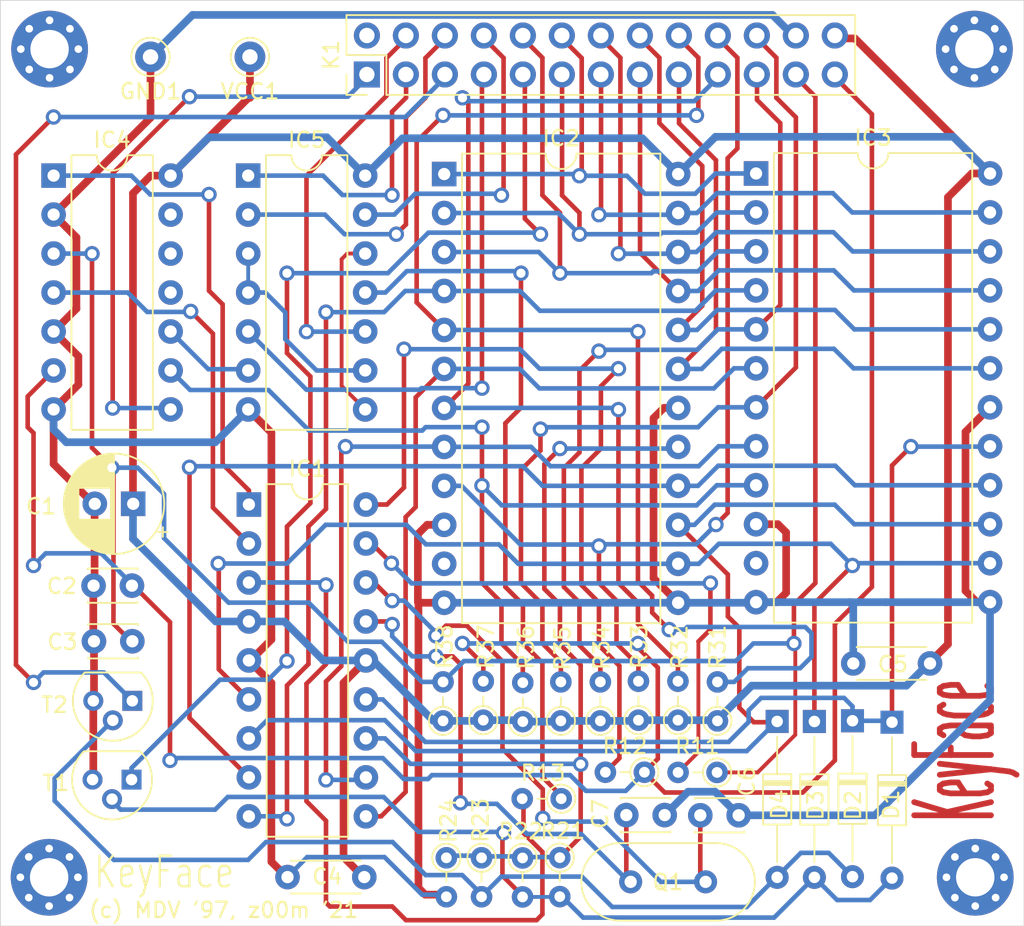
<source format=kicad_pcb>
(kicad_pcb (version 20171130) (host pcbnew "(5.1.6)-1")

  (general
    (thickness 1.6)
    (drawings 7)
    (tracks 757)
    (zones 0)
    (modules 41)
    (nets 54)
  )

  (page A4)
  (layers
    (0 F.Cu signal)
    (31 B.Cu signal)
    (32 B.Adhes user)
    (33 F.Adhes user)
    (34 B.Paste user)
    (35 F.Paste user)
    (36 B.SilkS user)
    (37 F.SilkS user)
    (38 B.Mask user)
    (39 F.Mask user)
    (40 Dwgs.User user)
    (41 Cmts.User user)
    (42 Eco1.User user)
    (43 Eco2.User user)
    (44 Edge.Cuts user)
    (45 Margin user)
    (46 B.CrtYd user)
    (47 F.CrtYd user)
    (48 B.Fab user)
    (49 F.Fab user hide)
  )

  (setup
    (last_trace_width 0.25)
    (user_trace_width 0.3)
    (user_trace_width 0.5)
    (trace_clearance 0.2)
    (zone_clearance 0.508)
    (zone_45_only no)
    (trace_min 0.2)
    (via_size 0.8)
    (via_drill 0.4)
    (via_min_size 0.4)
    (via_min_drill 0.3)
    (user_via 1 0.6)
    (uvia_size 0.3)
    (uvia_drill 0.1)
    (uvias_allowed no)
    (uvia_min_size 0.2)
    (uvia_min_drill 0.1)
    (edge_width 0.05)
    (segment_width 0.2)
    (pcb_text_width 0.3)
    (pcb_text_size 1.5 1.5)
    (mod_edge_width 0.12)
    (mod_text_size 1 1)
    (mod_text_width 0.15)
    (pad_size 1.524 1.524)
    (pad_drill 0.762)
    (pad_to_mask_clearance 0.05)
    (aux_axis_origin 0 0)
    (visible_elements 7FFFFFFF)
    (pcbplotparams
      (layerselection 0x010f0_ffffffff)
      (usegerberextensions true)
      (usegerberattributes false)
      (usegerberadvancedattributes false)
      (creategerberjobfile false)
      (excludeedgelayer true)
      (linewidth 0.100000)
      (plotframeref false)
      (viasonmask false)
      (mode 1)
      (useauxorigin false)
      (hpglpennumber 1)
      (hpglpenspeed 20)
      (hpglpendiameter 15.000000)
      (psnegative false)
      (psa4output false)
      (plotreference true)
      (plotvalue false)
      (plotinvisibletext false)
      (padsonsilk true)
      (subtractmaskfromsilk false)
      (outputformat 1)
      (mirror false)
      (drillshape 0)
      (scaleselection 1)
      (outputdirectory "gerber/"))
  )

  (net 0 "")
  (net 1 GND)
  (net 2 VCC)
  (net 3 /DATA)
  (net 4 /CLK_K)
  (net 5 "Net-(D1-Pad2)")
  (net 6 /BUS8)
  (net 7 "Net-(D2-Pad2)")
  (net 8 /BUS1)
  (net 9 /BUS2)
  (net 10 "Net-(IC1-Pad18)")
  (net 11 /BUS4)
  (net 12 "Net-(IC1-Pad17)")
  (net 13 /BUS3)
  (net 14 /BUS7)
  (net 15 "Net-(IC1-Pad3)")
  (net 16 /BUS6)
  (net 17 "Net-(IC1-Pad2)")
  (net 18 /BUS5)
  (net 19 "Net-(IC1-Pad1)")
  (net 20 /L3)
  (net 21 "Net-(IC2-Pad11)")
  (net 22 /L4)
  (net 23 /L5)
  (net 24 /XD3)
  (net 25 /L6)
  (net 26 /L7)
  (net 27 /XD2)
  (net 28 /XD1)
  (net 29 /L0)
  (net 30 /L1)
  (net 31 /L2)
  (net 32 "Net-(IC3-Pad11)")
  (net 33 /XD6)
  (net 34 /XD5)
  (net 35 /XD4)
  (net 36 "Net-(IC4-Pad13)")
  (net 37 "Net-(IC4-Pad12)")
  (net 38 "Net-(IC4-Pad11)")
  (net 39 "Net-(IC4-Pad10)")
  (net 40 /D7)
  (net 41 /~WR)
  (net 42 "Net-(IC5-Pad12)")
  (net 43 /~RD)
  (net 44 "Net-(IC5-Pad11)")
  (net 45 "Net-(IC5-Pad3)")
  (net 46 /A2)
  (net 47 /~IORQ)
  (net 48 /A0)
  (net 49 /~RESET)
  (net 50 /~NMI)
  (net 51 "Net-(K1-Pad2)")
  (net 52 "Net-(C6-Pad1)")
  (net 53 "Net-(C7-Pad1)")

  (net_class Default "This is the default net class."
    (clearance 0.2)
    (trace_width 0.25)
    (via_dia 0.8)
    (via_drill 0.4)
    (uvia_dia 0.3)
    (uvia_drill 0.1)
    (add_net /A0)
    (add_net /A2)
    (add_net /BUS1)
    (add_net /BUS2)
    (add_net /BUS3)
    (add_net /BUS4)
    (add_net /BUS5)
    (add_net /BUS6)
    (add_net /BUS7)
    (add_net /BUS8)
    (add_net /CLK_K)
    (add_net /D7)
    (add_net /DATA)
    (add_net /L0)
    (add_net /L1)
    (add_net /L2)
    (add_net /L3)
    (add_net /L4)
    (add_net /L5)
    (add_net /L6)
    (add_net /L7)
    (add_net /XD1)
    (add_net /XD2)
    (add_net /XD3)
    (add_net /XD4)
    (add_net /XD5)
    (add_net /XD6)
    (add_net /~IORQ)
    (add_net /~NMI)
    (add_net /~RD)
    (add_net /~RESET)
    (add_net /~WR)
    (add_net GND)
    (add_net "Net-(C6-Pad1)")
    (add_net "Net-(C7-Pad1)")
    (add_net "Net-(D1-Pad2)")
    (add_net "Net-(D2-Pad2)")
    (add_net "Net-(IC1-Pad1)")
    (add_net "Net-(IC1-Pad17)")
    (add_net "Net-(IC1-Pad18)")
    (add_net "Net-(IC1-Pad2)")
    (add_net "Net-(IC1-Pad3)")
    (add_net "Net-(IC2-Pad11)")
    (add_net "Net-(IC3-Pad11)")
    (add_net "Net-(IC4-Pad10)")
    (add_net "Net-(IC4-Pad11)")
    (add_net "Net-(IC4-Pad12)")
    (add_net "Net-(IC4-Pad13)")
    (add_net "Net-(IC5-Pad11)")
    (add_net "Net-(IC5-Pad12)")
    (add_net "Net-(IC5-Pad3)")
    (add_net "Net-(K1-Pad2)")
    (add_net VCC)
  )

  (module Package_DIP:DIP-24_W15.24mm (layer F.Cu) (tedit 5A02E8C5) (tstamp 601BCD6A)
    (at 138.75766 65.25514)
    (descr "24-lead though-hole mounted DIP package, row spacing 15.24 mm (600 mils)")
    (tags "THT DIP DIL PDIP 2.54mm 15.24mm 600mil")
    (path /601BC3CB)
    (fp_text reference IC3 (at 7.62 -2.33) (layer F.SilkS)
      (effects (font (size 1 1) (thickness 0.15)))
    )
    (fp_text value MHB8804 (at 7.62 30.27) (layer F.Fab) hide
      (effects (font (size 1 1) (thickness 0.15)))
    )
    (fp_line (start 16.3 -1.55) (end -1.05 -1.55) (layer F.CrtYd) (width 0.05))
    (fp_line (start 16.3 29.5) (end 16.3 -1.55) (layer F.CrtYd) (width 0.05))
    (fp_line (start -1.05 29.5) (end 16.3 29.5) (layer F.CrtYd) (width 0.05))
    (fp_line (start -1.05 -1.55) (end -1.05 29.5) (layer F.CrtYd) (width 0.05))
    (fp_line (start 14.08 -1.33) (end 8.62 -1.33) (layer F.SilkS) (width 0.12))
    (fp_line (start 14.08 29.27) (end 14.08 -1.33) (layer F.SilkS) (width 0.12))
    (fp_line (start 1.16 29.27) (end 14.08 29.27) (layer F.SilkS) (width 0.12))
    (fp_line (start 1.16 -1.33) (end 1.16 29.27) (layer F.SilkS) (width 0.12))
    (fp_line (start 6.62 -1.33) (end 1.16 -1.33) (layer F.SilkS) (width 0.12))
    (fp_line (start 0.255 -0.27) (end 1.255 -1.27) (layer F.Fab) (width 0.1))
    (fp_line (start 0.255 29.21) (end 0.255 -0.27) (layer F.Fab) (width 0.1))
    (fp_line (start 14.985 29.21) (end 0.255 29.21) (layer F.Fab) (width 0.1))
    (fp_line (start 14.985 -1.27) (end 14.985 29.21) (layer F.Fab) (width 0.1))
    (fp_line (start 1.255 -1.27) (end 14.985 -1.27) (layer F.Fab) (width 0.1))
    (fp_text user %R (at 7.62 13.97) (layer F.Fab) hide
      (effects (font (size 1 1) (thickness 0.15)))
    )
    (fp_arc (start 7.62 -1.33) (end 6.62 -1.33) (angle -180) (layer F.SilkS) (width 0.12))
    (pad 24 thru_hole oval (at 15.24 0) (size 1.6 1.6) (drill 0.8) (layers *.Cu *.Mask)
      (net 2 VCC))
    (pad 12 thru_hole oval (at 0 27.94) (size 1.6 1.6) (drill 0.8) (layers *.Cu *.Mask)
      (net 1 GND))
    (pad 23 thru_hole oval (at 15.24 2.54) (size 1.6 1.6) (drill 0.8) (layers *.Cu *.Mask)
      (net 20 /L3))
    (pad 11 thru_hole oval (at 0 25.4) (size 1.6 1.6) (drill 0.8) (layers *.Cu *.Mask)
      (net 32 "Net-(IC3-Pad11)"))
    (pad 22 thru_hole oval (at 15.24 5.08) (size 1.6 1.6) (drill 0.8) (layers *.Cu *.Mask)
      (net 22 /L4))
    (pad 10 thru_hole oval (at 0 22.86) (size 1.6 1.6) (drill 0.8) (layers *.Cu *.Mask)
      (net 1 GND))
    (pad 21 thru_hole oval (at 15.24 7.62) (size 1.6 1.6) (drill 0.8) (layers *.Cu *.Mask)
      (net 23 /L5))
    (pad 9 thru_hole oval (at 0 20.32) (size 1.6 1.6) (drill 0.8) (layers *.Cu *.Mask)
      (net 33 /XD6))
    (pad 20 thru_hole oval (at 15.24 10.16) (size 1.6 1.6) (drill 0.8) (layers *.Cu *.Mask)
      (net 25 /L6))
    (pad 8 thru_hole oval (at 0 17.78) (size 1.6 1.6) (drill 0.8) (layers *.Cu *.Mask)
      (net 16 /BUS6))
    (pad 19 thru_hole oval (at 15.24 12.7) (size 1.6 1.6) (drill 0.8) (layers *.Cu *.Mask)
      (net 26 /L7))
    (pad 7 thru_hole oval (at 0 15.24) (size 1.6 1.6) (drill 0.8) (layers *.Cu *.Mask)
      (net 34 /XD5))
    (pad 18 thru_hole oval (at 15.24 15.24) (size 1.6 1.6) (drill 0.8) (layers *.Cu *.Mask)
      (net 1 GND))
    (pad 6 thru_hole oval (at 0 12.7) (size 1.6 1.6) (drill 0.8) (layers *.Cu *.Mask)
      (net 18 /BUS5))
    (pad 17 thru_hole oval (at 15.24 17.78) (size 1.6 1.6) (drill 0.8) (layers *.Cu *.Mask)
      (net 6 /BUS8))
    (pad 5 thru_hole oval (at 0 10.16) (size 1.6 1.6) (drill 0.8) (layers *.Cu *.Mask)
      (net 35 /XD4))
    (pad 16 thru_hole oval (at 15.24 20.32) (size 1.6 1.6) (drill 0.8) (layers *.Cu *.Mask)
      (net 13 /BUS3))
    (pad 4 thru_hole oval (at 0 7.62) (size 1.6 1.6) (drill 0.8) (layers *.Cu *.Mask)
      (net 11 /BUS4))
    (pad 15 thru_hole oval (at 15.24 22.86) (size 1.6 1.6) (drill 0.8) (layers *.Cu *.Mask)
      (net 9 /BUS2))
    (pad 3 thru_hole oval (at 0 5.08) (size 1.6 1.6) (drill 0.8) (layers *.Cu *.Mask)
      (net 29 /L0))
    (pad 14 thru_hole oval (at 15.24 25.4) (size 1.6 1.6) (drill 0.8) (layers *.Cu *.Mask)
      (net 8 /BUS1))
    (pad 2 thru_hole oval (at 0 2.54) (size 1.6 1.6) (drill 0.8) (layers *.Cu *.Mask)
      (net 30 /L1))
    (pad 13 thru_hole oval (at 15.24 27.94) (size 1.6 1.6) (drill 0.8) (layers *.Cu *.Mask)
      (net 1 GND))
    (pad 1 thru_hole rect (at 0 0) (size 1.6 1.6) (drill 0.8) (layers *.Cu *.Mask)
      (net 31 /L2))
    (model ${KISYS3DMOD}/Package_DIP.3dshapes/DIP-24_W15.24mm.wrl
      (at (xyz 0 0 0))
      (scale (xyz 1 1 1))
      (rotate (xyz 0 0 0))
    )
  )

  (module Capacitor_THT:C_Disc_D3.0mm_W2.0mm_P2.50mm (layer F.Cu) (tedit 5AE50EF0) (tstamp 601C342D)
    (at 130.30644 107.07116)
    (descr "C, Disc series, Radial, pin pitch=2.50mm, , diameter*width=3*2mm^2, Capacitor")
    (tags "C Disc series Radial pin pitch 2.50mm  diameter 3mm width 2mm Capacitor")
    (path /601F0F91)
    (fp_text reference C7 (at -1.69354 -0.0762 90) (layer F.SilkS)
      (effects (font (size 1 1) (thickness 0.15)))
    )
    (fp_text value 33p (at 1.25 2.25) (layer F.Fab)
      (effects (font (size 1 1) (thickness 0.15)))
    )
    (fp_line (start 3.55 -1.25) (end -1.05 -1.25) (layer F.CrtYd) (width 0.05))
    (fp_line (start 3.55 1.25) (end 3.55 -1.25) (layer F.CrtYd) (width 0.05))
    (fp_line (start -1.05 1.25) (end 3.55 1.25) (layer F.CrtYd) (width 0.05))
    (fp_line (start -1.05 -1.25) (end -1.05 1.25) (layer F.CrtYd) (width 0.05))
    (fp_line (start 2.87 1.055) (end 2.87 1.12) (layer F.SilkS) (width 0.12))
    (fp_line (start 2.87 -1.12) (end 2.87 -1.055) (layer F.SilkS) (width 0.12))
    (fp_line (start -0.37 1.055) (end -0.37 1.12) (layer F.SilkS) (width 0.12))
    (fp_line (start -0.37 -1.12) (end -0.37 -1.055) (layer F.SilkS) (width 0.12))
    (fp_line (start -0.37 1.12) (end 2.87 1.12) (layer F.SilkS) (width 0.12))
    (fp_line (start -0.37 -1.12) (end 2.87 -1.12) (layer F.SilkS) (width 0.12))
    (fp_line (start 2.75 -1) (end -0.25 -1) (layer F.Fab) (width 0.1))
    (fp_line (start 2.75 1) (end 2.75 -1) (layer F.Fab) (width 0.1))
    (fp_line (start -0.25 1) (end 2.75 1) (layer F.Fab) (width 0.1))
    (fp_line (start -0.25 -1) (end -0.25 1) (layer F.Fab) (width 0.1))
    (fp_text user %R (at 1.25 0) (layer F.Fab)
      (effects (font (size 0.6 0.6) (thickness 0.09)))
    )
    (pad 2 thru_hole circle (at 2.5 0) (size 1.6 1.6) (drill 0.8) (layers *.Cu *.Mask)
      (net 1 GND))
    (pad 1 thru_hole circle (at 0 0) (size 1.6 1.6) (drill 0.8) (layers *.Cu *.Mask)
      (net 53 "Net-(C7-Pad1)"))
    (model ${KISYS3DMOD}/Capacitor_THT.3dshapes/C_Disc_D3.0mm_W2.0mm_P2.50mm.wrl
      (at (xyz 0 0 0))
      (scale (xyz 1 1 1))
      (rotate (xyz 0 0 0))
    )
  )

  (module Capacitor_THT:C_Disc_D3.0mm_W2.0mm_P2.50mm (layer F.Cu) (tedit 5AE50EF0) (tstamp 601C3418)
    (at 135.12546 107.08386)
    (descr "C, Disc series, Radial, pin pitch=2.50mm, , diameter*width=3*2mm^2, Capacitor")
    (tags "C Disc series Radial pin pitch 2.50mm  diameter 3mm width 2mm Capacitor")
    (path /601F0477)
    (fp_text reference C6 (at 3.03784 -2.20472 90) (layer F.SilkS)
      (effects (font (size 1 1) (thickness 0.15)))
    )
    (fp_text value 33p (at 1.25 2.25) (layer F.Fab)
      (effects (font (size 1 1) (thickness 0.15)))
    )
    (fp_line (start 3.55 -1.25) (end -1.05 -1.25) (layer F.CrtYd) (width 0.05))
    (fp_line (start 3.55 1.25) (end 3.55 -1.25) (layer F.CrtYd) (width 0.05))
    (fp_line (start -1.05 1.25) (end 3.55 1.25) (layer F.CrtYd) (width 0.05))
    (fp_line (start -1.05 -1.25) (end -1.05 1.25) (layer F.CrtYd) (width 0.05))
    (fp_line (start 2.87 1.055) (end 2.87 1.12) (layer F.SilkS) (width 0.12))
    (fp_line (start 2.87 -1.12) (end 2.87 -1.055) (layer F.SilkS) (width 0.12))
    (fp_line (start -0.37 1.055) (end -0.37 1.12) (layer F.SilkS) (width 0.12))
    (fp_line (start -0.37 -1.12) (end -0.37 -1.055) (layer F.SilkS) (width 0.12))
    (fp_line (start -0.37 1.12) (end 2.87 1.12) (layer F.SilkS) (width 0.12))
    (fp_line (start -0.37 -1.12) (end 2.87 -1.12) (layer F.SilkS) (width 0.12))
    (fp_line (start 2.75 -1) (end -0.25 -1) (layer F.Fab) (width 0.1))
    (fp_line (start 2.75 1) (end 2.75 -1) (layer F.Fab) (width 0.1))
    (fp_line (start -0.25 1) (end 2.75 1) (layer F.Fab) (width 0.1))
    (fp_line (start -0.25 -1) (end -0.25 1) (layer F.Fab) (width 0.1))
    (fp_text user %R (at 1.25 0) (layer F.Fab)
      (effects (font (size 0.6 0.6) (thickness 0.09)))
    )
    (pad 2 thru_hole circle (at 2.5 0) (size 1.6 1.6) (drill 0.8) (layers *.Cu *.Mask)
      (net 1 GND))
    (pad 1 thru_hole circle (at 0 0) (size 1.6 1.6) (drill 0.8) (layers *.Cu *.Mask)
      (net 52 "Net-(C6-Pad1)"))
    (model ${KISYS3DMOD}/Capacitor_THT.3dshapes/C_Disc_D3.0mm_W2.0mm_P2.50mm.wrl
      (at (xyz 0 0 0))
      (scale (xyz 1 1 1))
      (rotate (xyz 0 0 0))
    )
  )

  (module Diode_THT:D_DO-34_SOD68_P10.16mm_Horizontal (layer F.Cu) (tedit 5AE50CD5) (tstamp 601EAF1B)
    (at 140.1318 100.96754 270)
    (descr "Diode, DO-34_SOD68 series, Axial, Horizontal, pin pitch=10.16mm, , length*diameter=3.04*1.6mm^2, , https://www.nxp.com/docs/en/data-sheet/KTY83_SER.pdf")
    (tags "Diode DO-34_SOD68 series Axial Horizontal pin pitch 10.16mm  length 3.04mm diameter 1.6mm")
    (path /601C7D54)
    (fp_text reference D4 (at 5.41274 -0.14478 90) (layer F.SilkS)
      (effects (font (size 1 1) (thickness 0.15)))
    )
    (fp_text value BAT42 (at 5.08 1.92 90) (layer F.Fab) hide
      (effects (font (size 1 1) (thickness 0.15)))
    )
    (fp_line (start 3.56 -0.8) (end 3.56 0.8) (layer F.Fab) (width 0.1))
    (fp_line (start 3.56 0.8) (end 6.6 0.8) (layer F.Fab) (width 0.1))
    (fp_line (start 6.6 0.8) (end 6.6 -0.8) (layer F.Fab) (width 0.1))
    (fp_line (start 6.6 -0.8) (end 3.56 -0.8) (layer F.Fab) (width 0.1))
    (fp_line (start 0 0) (end 3.56 0) (layer F.Fab) (width 0.1))
    (fp_line (start 10.16 0) (end 6.6 0) (layer F.Fab) (width 0.1))
    (fp_line (start 4.016 -0.8) (end 4.016 0.8) (layer F.Fab) (width 0.1))
    (fp_line (start 4.116 -0.8) (end 4.116 0.8) (layer F.Fab) (width 0.1))
    (fp_line (start 3.916 -0.8) (end 3.916 0.8) (layer F.Fab) (width 0.1))
    (fp_line (start 3.44 -0.92) (end 3.44 0.92) (layer F.SilkS) (width 0.12))
    (fp_line (start 3.44 0.92) (end 6.72 0.92) (layer F.SilkS) (width 0.12))
    (fp_line (start 6.72 0.92) (end 6.72 -0.92) (layer F.SilkS) (width 0.12))
    (fp_line (start 6.72 -0.92) (end 3.44 -0.92) (layer F.SilkS) (width 0.12))
    (fp_line (start 0.99 0) (end 3.44 0) (layer F.SilkS) (width 0.12))
    (fp_line (start 9.17 0) (end 6.72 0) (layer F.SilkS) (width 0.12))
    (fp_line (start 4.016 -0.92) (end 4.016 0.92) (layer F.SilkS) (width 0.12))
    (fp_line (start 4.136 -0.92) (end 4.136 0.92) (layer F.SilkS) (width 0.12))
    (fp_line (start 3.896 -0.92) (end 3.896 0.92) (layer F.SilkS) (width 0.12))
    (fp_line (start -1 -1.05) (end -1 1.05) (layer F.CrtYd) (width 0.05))
    (fp_line (start -1 1.05) (end 11.16 1.05) (layer F.CrtYd) (width 0.05))
    (fp_line (start 11.16 1.05) (end 11.16 -1.05) (layer F.CrtYd) (width 0.05))
    (fp_line (start 11.16 -1.05) (end -1 -1.05) (layer F.CrtYd) (width 0.05))
    (fp_text user K (at 0 -1.75 90) (layer F.Fab) hide
      (effects (font (size 1 1) (thickness 0.15)))
    )
    (fp_text user K (at 0 -1.75 90) (layer F.Fab)
      (effects (font (size 1 1) (thickness 0.15)))
    )
    (fp_text user %R (at 5.308 0 90) (layer F.Fab) hide
      (effects (font (size 0.608 0.608) (thickness 0.0912)))
    )
    (pad 2 thru_hole oval (at 10.16 0 270) (size 1.5 1.5) (drill 0.75) (layers *.Cu *.Mask)
      (net 7 "Net-(D2-Pad2)"))
    (pad 1 thru_hole rect (at 0 0 270) (size 1.5 1.5) (drill 0.75) (layers *.Cu *.Mask)
      (net 9 /BUS2))
    (model ${KISYS3DMOD}/Diode_THT.3dshapes/D_DO-34_SOD68_P10.16mm_Horizontal.wrl
      (at (xyz 0 0 0))
      (scale (xyz 1 1 1))
      (rotate (xyz 0 0 0))
    )
  )

  (module Capacitor_THT:CP_Radial_D6.3mm_P2.50mm (layer F.Cu) (tedit 5AE50EF0) (tstamp 602246EC)
    (at 98.18624 86.78418 180)
    (descr "CP, Radial series, Radial, pin pitch=2.50mm, , diameter=6.3mm, Electrolytic Capacitor")
    (tags "CP Radial series Radial pin pitch 2.50mm  diameter 6.3mm Electrolytic Capacitor")
    (path /601CE502)
    (fp_text reference C1 (at 6.00456 -0.16764) (layer F.SilkS)
      (effects (font (size 1 1) (thickness 0.15)))
    )
    (fp_text value 100uF (at 1.25 2.25) (layer F.Fab) hide
      (effects (font (size 1 1) (thickness 0.15)))
    )
    (fp_line (start -1.935241 -2.154) (end -1.935241 -1.524) (layer F.SilkS) (width 0.12))
    (fp_line (start -2.250241 -1.839) (end -1.620241 -1.839) (layer F.SilkS) (width 0.12))
    (fp_line (start 4.491 -0.402) (end 4.491 0.402) (layer F.SilkS) (width 0.12))
    (fp_line (start 4.451 -0.633) (end 4.451 0.633) (layer F.SilkS) (width 0.12))
    (fp_line (start 4.411 -0.802) (end 4.411 0.802) (layer F.SilkS) (width 0.12))
    (fp_line (start 4.371 -0.94) (end 4.371 0.94) (layer F.SilkS) (width 0.12))
    (fp_line (start 4.331 -1.059) (end 4.331 1.059) (layer F.SilkS) (width 0.12))
    (fp_line (start 4.291 -1.165) (end 4.291 1.165) (layer F.SilkS) (width 0.12))
    (fp_line (start 4.251 -1.262) (end 4.251 1.262) (layer F.SilkS) (width 0.12))
    (fp_line (start 4.211 -1.35) (end 4.211 1.35) (layer F.SilkS) (width 0.12))
    (fp_line (start 4.171 -1.432) (end 4.171 1.432) (layer F.SilkS) (width 0.12))
    (fp_line (start 4.131 -1.509) (end 4.131 1.509) (layer F.SilkS) (width 0.12))
    (fp_line (start 4.091 -1.581) (end 4.091 1.581) (layer F.SilkS) (width 0.12))
    (fp_line (start 4.051 -1.65) (end 4.051 1.65) (layer F.SilkS) (width 0.12))
    (fp_line (start 4.011 -1.714) (end 4.011 1.714) (layer F.SilkS) (width 0.12))
    (fp_line (start 3.971 -1.776) (end 3.971 1.776) (layer F.SilkS) (width 0.12))
    (fp_line (start 3.931 -1.834) (end 3.931 1.834) (layer F.SilkS) (width 0.12))
    (fp_line (start 3.891 -1.89) (end 3.891 1.89) (layer F.SilkS) (width 0.12))
    (fp_line (start 3.851 -1.944) (end 3.851 1.944) (layer F.SilkS) (width 0.12))
    (fp_line (start 3.811 -1.995) (end 3.811 1.995) (layer F.SilkS) (width 0.12))
    (fp_line (start 3.771 -2.044) (end 3.771 2.044) (layer F.SilkS) (width 0.12))
    (fp_line (start 3.731 -2.092) (end 3.731 2.092) (layer F.SilkS) (width 0.12))
    (fp_line (start 3.691 -2.137) (end 3.691 2.137) (layer F.SilkS) (width 0.12))
    (fp_line (start 3.651 -2.182) (end 3.651 2.182) (layer F.SilkS) (width 0.12))
    (fp_line (start 3.611 -2.224) (end 3.611 2.224) (layer F.SilkS) (width 0.12))
    (fp_line (start 3.571 -2.265) (end 3.571 2.265) (layer F.SilkS) (width 0.12))
    (fp_line (start 3.531 1.04) (end 3.531 2.305) (layer F.SilkS) (width 0.12))
    (fp_line (start 3.531 -2.305) (end 3.531 -1.04) (layer F.SilkS) (width 0.12))
    (fp_line (start 3.491 1.04) (end 3.491 2.343) (layer F.SilkS) (width 0.12))
    (fp_line (start 3.491 -2.343) (end 3.491 -1.04) (layer F.SilkS) (width 0.12))
    (fp_line (start 3.451 1.04) (end 3.451 2.38) (layer F.SilkS) (width 0.12))
    (fp_line (start 3.451 -2.38) (end 3.451 -1.04) (layer F.SilkS) (width 0.12))
    (fp_line (start 3.411 1.04) (end 3.411 2.416) (layer F.SilkS) (width 0.12))
    (fp_line (start 3.411 -2.416) (end 3.411 -1.04) (layer F.SilkS) (width 0.12))
    (fp_line (start 3.371 1.04) (end 3.371 2.45) (layer F.SilkS) (width 0.12))
    (fp_line (start 3.371 -2.45) (end 3.371 -1.04) (layer F.SilkS) (width 0.12))
    (fp_line (start 3.331 1.04) (end 3.331 2.484) (layer F.SilkS) (width 0.12))
    (fp_line (start 3.331 -2.484) (end 3.331 -1.04) (layer F.SilkS) (width 0.12))
    (fp_line (start 3.291 1.04) (end 3.291 2.516) (layer F.SilkS) (width 0.12))
    (fp_line (start 3.291 -2.516) (end 3.291 -1.04) (layer F.SilkS) (width 0.12))
    (fp_line (start 3.251 1.04) (end 3.251 2.548) (layer F.SilkS) (width 0.12))
    (fp_line (start 3.251 -2.548) (end 3.251 -1.04) (layer F.SilkS) (width 0.12))
    (fp_line (start 3.211 1.04) (end 3.211 2.578) (layer F.SilkS) (width 0.12))
    (fp_line (start 3.211 -2.578) (end 3.211 -1.04) (layer F.SilkS) (width 0.12))
    (fp_line (start 3.171 1.04) (end 3.171 2.607) (layer F.SilkS) (width 0.12))
    (fp_line (start 3.171 -2.607) (end 3.171 -1.04) (layer F.SilkS) (width 0.12))
    (fp_line (start 3.131 1.04) (end 3.131 2.636) (layer F.SilkS) (width 0.12))
    (fp_line (start 3.131 -2.636) (end 3.131 -1.04) (layer F.SilkS) (width 0.12))
    (fp_line (start 3.091 1.04) (end 3.091 2.664) (layer F.SilkS) (width 0.12))
    (fp_line (start 3.091 -2.664) (end 3.091 -1.04) (layer F.SilkS) (width 0.12))
    (fp_line (start 3.051 1.04) (end 3.051 2.69) (layer F.SilkS) (width 0.12))
    (fp_line (start 3.051 -2.69) (end 3.051 -1.04) (layer F.SilkS) (width 0.12))
    (fp_line (start 3.011 1.04) (end 3.011 2.716) (layer F.SilkS) (width 0.12))
    (fp_line (start 3.011 -2.716) (end 3.011 -1.04) (layer F.SilkS) (width 0.12))
    (fp_line (start 2.971 1.04) (end 2.971 2.742) (layer F.SilkS) (width 0.12))
    (fp_line (start 2.971 -2.742) (end 2.971 -1.04) (layer F.SilkS) (width 0.12))
    (fp_line (start 2.931 1.04) (end 2.931 2.766) (layer F.SilkS) (width 0.12))
    (fp_line (start 2.931 -2.766) (end 2.931 -1.04) (layer F.SilkS) (width 0.12))
    (fp_line (start 2.891 1.04) (end 2.891 2.79) (layer F.SilkS) (width 0.12))
    (fp_line (start 2.891 -2.79) (end 2.891 -1.04) (layer F.SilkS) (width 0.12))
    (fp_line (start 2.851 1.04) (end 2.851 2.812) (layer F.SilkS) (width 0.12))
    (fp_line (start 2.851 -2.812) (end 2.851 -1.04) (layer F.SilkS) (width 0.12))
    (fp_line (start 2.811 1.04) (end 2.811 2.834) (layer F.SilkS) (width 0.12))
    (fp_line (start 2.811 -2.834) (end 2.811 -1.04) (layer F.SilkS) (width 0.12))
    (fp_line (start 2.771 1.04) (end 2.771 2.856) (layer F.SilkS) (width 0.12))
    (fp_line (start 2.771 -2.856) (end 2.771 -1.04) (layer F.SilkS) (width 0.12))
    (fp_line (start 2.731 1.04) (end 2.731 2.876) (layer F.SilkS) (width 0.12))
    (fp_line (start 2.731 -2.876) (end 2.731 -1.04) (layer F.SilkS) (width 0.12))
    (fp_line (start 2.691 1.04) (end 2.691 2.896) (layer F.SilkS) (width 0.12))
    (fp_line (start 2.691 -2.896) (end 2.691 -1.04) (layer F.SilkS) (width 0.12))
    (fp_line (start 2.651 1.04) (end 2.651 2.916) (layer F.SilkS) (width 0.12))
    (fp_line (start 2.651 -2.916) (end 2.651 -1.04) (layer F.SilkS) (width 0.12))
    (fp_line (start 2.611 1.04) (end 2.611 2.934) (layer F.SilkS) (width 0.12))
    (fp_line (start 2.611 -2.934) (end 2.611 -1.04) (layer F.SilkS) (width 0.12))
    (fp_line (start 2.571 1.04) (end 2.571 2.952) (layer F.SilkS) (width 0.12))
    (fp_line (start 2.571 -2.952) (end 2.571 -1.04) (layer F.SilkS) (width 0.12))
    (fp_line (start 2.531 1.04) (end 2.531 2.97) (layer F.SilkS) (width 0.12))
    (fp_line (start 2.531 -2.97) (end 2.531 -1.04) (layer F.SilkS) (width 0.12))
    (fp_line (start 2.491 1.04) (end 2.491 2.986) (layer F.SilkS) (width 0.12))
    (fp_line (start 2.491 -2.986) (end 2.491 -1.04) (layer F.SilkS) (width 0.12))
    (fp_line (start 2.451 1.04) (end 2.451 3.002) (layer F.SilkS) (width 0.12))
    (fp_line (start 2.451 -3.002) (end 2.451 -1.04) (layer F.SilkS) (width 0.12))
    (fp_line (start 2.411 1.04) (end 2.411 3.018) (layer F.SilkS) (width 0.12))
    (fp_line (start 2.411 -3.018) (end 2.411 -1.04) (layer F.SilkS) (width 0.12))
    (fp_line (start 2.371 1.04) (end 2.371 3.033) (layer F.SilkS) (width 0.12))
    (fp_line (start 2.371 -3.033) (end 2.371 -1.04) (layer F.SilkS) (width 0.12))
    (fp_line (start 2.331 1.04) (end 2.331 3.047) (layer F.SilkS) (width 0.12))
    (fp_line (start 2.331 -3.047) (end 2.331 -1.04) (layer F.SilkS) (width 0.12))
    (fp_line (start 2.291 1.04) (end 2.291 3.061) (layer F.SilkS) (width 0.12))
    (fp_line (start 2.291 -3.061) (end 2.291 -1.04) (layer F.SilkS) (width 0.12))
    (fp_line (start 2.251 1.04) (end 2.251 3.074) (layer F.SilkS) (width 0.12))
    (fp_line (start 2.251 -3.074) (end 2.251 -1.04) (layer F.SilkS) (width 0.12))
    (fp_line (start 2.211 1.04) (end 2.211 3.086) (layer F.SilkS) (width 0.12))
    (fp_line (start 2.211 -3.086) (end 2.211 -1.04) (layer F.SilkS) (width 0.12))
    (fp_line (start 2.171 1.04) (end 2.171 3.098) (layer F.SilkS) (width 0.12))
    (fp_line (start 2.171 -3.098) (end 2.171 -1.04) (layer F.SilkS) (width 0.12))
    (fp_line (start 2.131 1.04) (end 2.131 3.11) (layer F.SilkS) (width 0.12))
    (fp_line (start 2.131 -3.11) (end 2.131 -1.04) (layer F.SilkS) (width 0.12))
    (fp_line (start 2.091 1.04) (end 2.091 3.121) (layer F.SilkS) (width 0.12))
    (fp_line (start 2.091 -3.121) (end 2.091 -1.04) (layer F.SilkS) (width 0.12))
    (fp_line (start 2.051 1.04) (end 2.051 3.131) (layer F.SilkS) (width 0.12))
    (fp_line (start 2.051 -3.131) (end 2.051 -1.04) (layer F.SilkS) (width 0.12))
    (fp_line (start 2.011 1.04) (end 2.011 3.141) (layer F.SilkS) (width 0.12))
    (fp_line (start 2.011 -3.141) (end 2.011 -1.04) (layer F.SilkS) (width 0.12))
    (fp_line (start 1.971 1.04) (end 1.971 3.15) (layer F.SilkS) (width 0.12))
    (fp_line (start 1.971 -3.15) (end 1.971 -1.04) (layer F.SilkS) (width 0.12))
    (fp_line (start 1.93 1.04) (end 1.93 3.159) (layer F.SilkS) (width 0.12))
    (fp_line (start 1.93 -3.159) (end 1.93 -1.04) (layer F.SilkS) (width 0.12))
    (fp_line (start 1.89 1.04) (end 1.89 3.167) (layer F.SilkS) (width 0.12))
    (fp_line (start 1.89 -3.167) (end 1.89 -1.04) (layer F.SilkS) (width 0.12))
    (fp_line (start 1.85 1.04) (end 1.85 3.175) (layer F.SilkS) (width 0.12))
    (fp_line (start 1.85 -3.175) (end 1.85 -1.04) (layer F.SilkS) (width 0.12))
    (fp_line (start 1.81 1.04) (end 1.81 3.182) (layer F.SilkS) (width 0.12))
    (fp_line (start 1.81 -3.182) (end 1.81 -1.04) (layer F.SilkS) (width 0.12))
    (fp_line (start 1.77 1.04) (end 1.77 3.189) (layer F.SilkS) (width 0.12))
    (fp_line (start 1.77 -3.189) (end 1.77 -1.04) (layer F.SilkS) (width 0.12))
    (fp_line (start 1.73 1.04) (end 1.73 3.195) (layer F.SilkS) (width 0.12))
    (fp_line (start 1.73 -3.195) (end 1.73 -1.04) (layer F.SilkS) (width 0.12))
    (fp_line (start 1.69 1.04) (end 1.69 3.201) (layer F.SilkS) (width 0.12))
    (fp_line (start 1.69 -3.201) (end 1.69 -1.04) (layer F.SilkS) (width 0.12))
    (fp_line (start 1.65 1.04) (end 1.65 3.206) (layer F.SilkS) (width 0.12))
    (fp_line (start 1.65 -3.206) (end 1.65 -1.04) (layer F.SilkS) (width 0.12))
    (fp_line (start 1.61 1.04) (end 1.61 3.211) (layer F.SilkS) (width 0.12))
    (fp_line (start 1.61 -3.211) (end 1.61 -1.04) (layer F.SilkS) (width 0.12))
    (fp_line (start 1.57 1.04) (end 1.57 3.215) (layer F.SilkS) (width 0.12))
    (fp_line (start 1.57 -3.215) (end 1.57 -1.04) (layer F.SilkS) (width 0.12))
    (fp_line (start 1.53 1.04) (end 1.53 3.218) (layer F.SilkS) (width 0.12))
    (fp_line (start 1.53 -3.218) (end 1.53 -1.04) (layer F.SilkS) (width 0.12))
    (fp_line (start 1.49 1.04) (end 1.49 3.222) (layer F.SilkS) (width 0.12))
    (fp_line (start 1.49 -3.222) (end 1.49 -1.04) (layer F.SilkS) (width 0.12))
    (fp_line (start 1.45 -3.224) (end 1.45 3.224) (layer F.SilkS) (width 0.12))
    (fp_line (start 1.41 -3.227) (end 1.41 3.227) (layer F.SilkS) (width 0.12))
    (fp_line (start 1.37 -3.228) (end 1.37 3.228) (layer F.SilkS) (width 0.12))
    (fp_line (start 1.33 -3.23) (end 1.33 3.23) (layer F.SilkS) (width 0.12))
    (fp_line (start 1.29 -3.23) (end 1.29 3.23) (layer F.SilkS) (width 0.12))
    (fp_line (start 1.25 -3.23) (end 1.25 3.23) (layer F.SilkS) (width 0.12))
    (fp_line (start -1.128972 -1.6885) (end -1.128972 -1.0585) (layer F.Fab) (width 0.1))
    (fp_line (start -1.443972 -1.3735) (end -0.813972 -1.3735) (layer F.Fab) (width 0.1))
    (fp_circle (center 1.25 0) (end 4.65 0) (layer F.CrtYd) (width 0.05))
    (fp_circle (center 1.25 0) (end 4.52 0) (layer F.SilkS) (width 0.12))
    (fp_circle (center 1.25 0) (end 4.4 0) (layer F.Fab) (width 0.1))
    (fp_text user %R (at 1.25 0) (layer F.Fab) hide
      (effects (font (size 0.6 0.6) (thickness 0.09)))
    )
    (pad 2 thru_hole circle (at 2.5 0 180) (size 1.6 1.6) (drill 0.8) (layers *.Cu *.Mask)
      (net 1 GND))
    (pad 1 thru_hole rect (at 0 0 180) (size 1.6 1.6) (drill 0.8) (layers *.Cu *.Mask)
      (net 2 VCC))
    (model ${KISYS3DMOD}/Capacitor_THT.3dshapes/CP_Radial_D6.3mm_P2.50mm.wrl
      (at (xyz 0 0 0))
      (scale (xyz 1 1 1))
      (rotate (xyz 0 0 0))
    )
  )

  (module Crystal:Crystal_HC49-U_Vertical (layer F.Cu) (tedit 5A1AD3B8) (tstamp 6021C1C1)
    (at 130.58902 111.42218)
    (descr "Crystal THT HC-49/U http://5hertz.com/pdfs/04404_D.pdf")
    (tags "THT crystalHC-49/U")
    (path /603AB1AB)
    (fp_text reference Q1 (at 2.42824 0.02032) (layer F.SilkS)
      (effects (font (size 1 1) (thickness 0.15)))
    )
    (fp_text value "4 MHz" (at 2.44 3.525) (layer F.Fab) hide
      (effects (font (size 1 1) (thickness 0.15)))
    )
    (fp_line (start 8.4 -2.8) (end -3.5 -2.8) (layer F.CrtYd) (width 0.05))
    (fp_line (start 8.4 2.8) (end 8.4 -2.8) (layer F.CrtYd) (width 0.05))
    (fp_line (start -3.5 2.8) (end 8.4 2.8) (layer F.CrtYd) (width 0.05))
    (fp_line (start -3.5 -2.8) (end -3.5 2.8) (layer F.CrtYd) (width 0.05))
    (fp_line (start -0.685 2.525) (end 5.565 2.525) (layer F.SilkS) (width 0.12))
    (fp_line (start -0.685 -2.525) (end 5.565 -2.525) (layer F.SilkS) (width 0.12))
    (fp_line (start -0.56 2) (end 5.44 2) (layer F.Fab) (width 0.1))
    (fp_line (start -0.56 -2) (end 5.44 -2) (layer F.Fab) (width 0.1))
    (fp_line (start -0.685 2.325) (end 5.565 2.325) (layer F.Fab) (width 0.1))
    (fp_line (start -0.685 -2.325) (end 5.565 -2.325) (layer F.Fab) (width 0.1))
    (fp_arc (start 5.565 0) (end 5.565 -2.525) (angle 180) (layer F.SilkS) (width 0.12))
    (fp_arc (start -0.685 0) (end -0.685 -2.525) (angle -180) (layer F.SilkS) (width 0.12))
    (fp_arc (start 5.44 0) (end 5.44 -2) (angle 180) (layer F.Fab) (width 0.1))
    (fp_arc (start -0.56 0) (end -0.56 -2) (angle -180) (layer F.Fab) (width 0.1))
    (fp_arc (start 5.565 0) (end 5.565 -2.325) (angle 180) (layer F.Fab) (width 0.1))
    (fp_arc (start -0.685 0) (end -0.685 -2.325) (angle -180) (layer F.Fab) (width 0.1))
    (fp_text user %R (at 2.44 0) (layer F.Fab) hide
      (effects (font (size 1 1) (thickness 0.15)))
    )
    (pad 2 thru_hole circle (at 4.88 0) (size 1.5 1.5) (drill 0.8) (layers *.Cu *.Mask)
      (net 52 "Net-(C6-Pad1)"))
    (pad 1 thru_hole circle (at 0 0) (size 1.5 1.5) (drill 0.8) (layers *.Cu *.Mask)
      (net 53 "Net-(C7-Pad1)"))
    (model ${KISYS3DMOD}/Crystal.3dshapes/Crystal_HC49-U_Vertical.wrl
      (at (xyz 0 0 0))
      (scale (xyz 1 1 1))
      (rotate (xyz 0 0 0))
    )
  )

  (module Connector_PinHeader_2.54mm:PinHeader_2x13_P2.54mm_Vertical (layer F.Cu) (tedit 59FED5CC) (tstamp 6021BFDB)
    (at 113.40846 58.80354 90)
    (descr "Through hole straight pin header, 2x13, 2.54mm pitch, double rows")
    (tags "Through hole pin header THT 2x13 2.54mm double row")
    (path /601C9EDD)
    (fp_text reference K1 (at 1.27 -2.33 90) (layer F.SilkS)
      (effects (font (size 1 1) (thickness 0.15)))
    )
    (fp_text value Conn_02x13_Odd_Even (at 1.27 32.81 90) (layer F.Fab) hide
      (effects (font (size 1 1) (thickness 0.15)))
    )
    (fp_line (start 4.35 -1.8) (end -1.8 -1.8) (layer F.CrtYd) (width 0.05))
    (fp_line (start 4.35 32.25) (end 4.35 -1.8) (layer F.CrtYd) (width 0.05))
    (fp_line (start -1.8 32.25) (end 4.35 32.25) (layer F.CrtYd) (width 0.05))
    (fp_line (start -1.8 -1.8) (end -1.8 32.25) (layer F.CrtYd) (width 0.05))
    (fp_line (start -1.33 -1.33) (end 0 -1.33) (layer F.SilkS) (width 0.12))
    (fp_line (start -1.33 0) (end -1.33 -1.33) (layer F.SilkS) (width 0.12))
    (fp_line (start 1.27 -1.33) (end 3.87 -1.33) (layer F.SilkS) (width 0.12))
    (fp_line (start 1.27 1.27) (end 1.27 -1.33) (layer F.SilkS) (width 0.12))
    (fp_line (start -1.33 1.27) (end 1.27 1.27) (layer F.SilkS) (width 0.12))
    (fp_line (start 3.87 -1.33) (end 3.87 31.81) (layer F.SilkS) (width 0.12))
    (fp_line (start -1.33 1.27) (end -1.33 31.81) (layer F.SilkS) (width 0.12))
    (fp_line (start -1.33 31.81) (end 3.87 31.81) (layer F.SilkS) (width 0.12))
    (fp_line (start -1.27 0) (end 0 -1.27) (layer F.Fab) (width 0.1))
    (fp_line (start -1.27 31.75) (end -1.27 0) (layer F.Fab) (width 0.1))
    (fp_line (start 3.81 31.75) (end -1.27 31.75) (layer F.Fab) (width 0.1))
    (fp_line (start 3.81 -1.27) (end 3.81 31.75) (layer F.Fab) (width 0.1))
    (fp_line (start 0 -1.27) (end 3.81 -1.27) (layer F.Fab) (width 0.1))
    (fp_text user %R (at 1.27 15.24) (layer F.Fab) hide
      (effects (font (size 1 1) (thickness 0.15)))
    )
    (pad 26 thru_hole oval (at 2.54 30.48 90) (size 1.7 1.7) (drill 1) (layers *.Cu *.Mask)
      (net 2 VCC))
    (pad 25 thru_hole oval (at 0 30.48 90) (size 1.7 1.7) (drill 1) (layers *.Cu *.Mask)
      (net 3 /DATA))
    (pad 24 thru_hole oval (at 2.54 27.94 90) (size 1.7 1.7) (drill 1) (layers *.Cu *.Mask)
      (net 1 GND))
    (pad 23 thru_hole oval (at 0 27.94 90) (size 1.7 1.7) (drill 1) (layers *.Cu *.Mask)
      (net 4 /CLK_K))
    (pad 22 thru_hole oval (at 2.54 25.4 90) (size 1.7 1.7) (drill 1) (layers *.Cu *.Mask)
      (net 34 /XD5))
    (pad 21 thru_hole oval (at 0 25.4 90) (size 1.7 1.7) (drill 1) (layers *.Cu *.Mask)
      (net 35 /XD4))
    (pad 20 thru_hole oval (at 2.54 22.86 90) (size 1.7 1.7) (drill 1) (layers *.Cu *.Mask)
      (net 24 /XD3))
    (pad 19 thru_hole oval (at 0 22.86 90) (size 1.7 1.7) (drill 1) (layers *.Cu *.Mask)
      (net 27 /XD2))
    (pad 18 thru_hole oval (at 2.54 20.32 90) (size 1.7 1.7) (drill 1) (layers *.Cu *.Mask)
      (net 28 /XD1))
    (pad 17 thru_hole oval (at 0 20.32 90) (size 1.7 1.7) (drill 1) (layers *.Cu *.Mask)
      (net 26 /L7))
    (pad 16 thru_hole oval (at 2.54 17.78 90) (size 1.7 1.7) (drill 1) (layers *.Cu *.Mask)
      (net 25 /L6))
    (pad 15 thru_hole oval (at 0 17.78 90) (size 1.7 1.7) (drill 1) (layers *.Cu *.Mask)
      (net 23 /L5))
    (pad 14 thru_hole oval (at 2.54 15.24 90) (size 1.7 1.7) (drill 1) (layers *.Cu *.Mask)
      (net 22 /L4))
    (pad 13 thru_hole oval (at 0 15.24 90) (size 1.7 1.7) (drill 1) (layers *.Cu *.Mask)
      (net 20 /L3))
    (pad 12 thru_hole oval (at 2.54 12.7 90) (size 1.7 1.7) (drill 1) (layers *.Cu *.Mask)
      (net 31 /L2))
    (pad 11 thru_hole oval (at 0 12.7 90) (size 1.7 1.7) (drill 1) (layers *.Cu *.Mask)
      (net 30 /L1))
    (pad 10 thru_hole oval (at 2.54 10.16 90) (size 1.7 1.7) (drill 1) (layers *.Cu *.Mask)
      (net 29 /L0))
    (pad 9 thru_hole oval (at 0 10.16 90) (size 1.7 1.7) (drill 1) (layers *.Cu *.Mask)
      (net 49 /~RESET))
    (pad 8 thru_hole oval (at 2.54 7.62 90) (size 1.7 1.7) (drill 1) (layers *.Cu *.Mask)
      (net 41 /~WR))
    (pad 7 thru_hole oval (at 0 7.62 90) (size 1.7 1.7) (drill 1) (layers *.Cu *.Mask)
      (net 43 /~RD))
    (pad 6 thru_hole oval (at 2.54 5.08 90) (size 1.7 1.7) (drill 1) (layers *.Cu *.Mask)
      (net 47 /~IORQ))
    (pad 5 thru_hole oval (at 0 5.08 90) (size 1.7 1.7) (drill 1) (layers *.Cu *.Mask)
      (net 50 /~NMI))
    (pad 4 thru_hole oval (at 2.54 2.54 90) (size 1.7 1.7) (drill 1) (layers *.Cu *.Mask)
      (net 46 /A2))
    (pad 3 thru_hole oval (at 0 2.54 90) (size 1.7 1.7) (drill 1) (layers *.Cu *.Mask)
      (net 48 /A0))
    (pad 2 thru_hole oval (at 2.54 0 90) (size 1.7 1.7) (drill 1) (layers *.Cu *.Mask)
      (net 51 "Net-(K1-Pad2)"))
    (pad 1 thru_hole rect (at 0 0 90) (size 1.7 1.7) (drill 1) (layers *.Cu *.Mask)
      (net 40 /D7))
    (model ${KISYS3DMOD}/Connector_PinHeader_2.54mm.3dshapes/PinHeader_2x13_P2.54mm_Vertical.wrl
      (at (xyz 0 0 0))
      (scale (xyz 1 1 1))
      (rotate (xyz 0 0 0))
    )
  )

  (module MountingHole:MountingHole_2.5mm_Pad_Via (layer F.Cu) (tedit 56DDBAEA) (tstamp 601F10FE)
    (at 92.71 111.125)
    (descr "Mounting Hole 2.5mm")
    (tags "mounting hole 2.5mm")
    (attr virtual)
    (fp_text reference H3 (at 0 -3.5) (layer F.SilkS) hide
      (effects (font (size 1 1) (thickness 0.15)))
    )
    (fp_text value MountingHole_2.5mm_Pad_Via (at 0 3.5) (layer F.Fab) hide
      (effects (font (size 1 1) (thickness 0.15)))
    )
    (fp_circle (center 0 0) (end 2.75 0) (layer F.CrtYd) (width 0.05))
    (fp_circle (center 0 0) (end 2.5 0) (layer Cmts.User) (width 0.15))
    (fp_text user %R (at 0.3 0) (layer F.Fab) hide
      (effects (font (size 1 1) (thickness 0.15)))
    )
    (pad 1 thru_hole circle (at 1.325825 -1.325825) (size 0.8 0.8) (drill 0.5) (layers *.Cu *.Mask))
    (pad 1 thru_hole circle (at 0 -1.875) (size 0.8 0.8) (drill 0.5) (layers *.Cu *.Mask))
    (pad 1 thru_hole circle (at -1.325825 -1.325825) (size 0.8 0.8) (drill 0.5) (layers *.Cu *.Mask))
    (pad 1 thru_hole circle (at -1.875 0) (size 0.8 0.8) (drill 0.5) (layers *.Cu *.Mask))
    (pad 1 thru_hole circle (at -1.325825 1.325825) (size 0.8 0.8) (drill 0.5) (layers *.Cu *.Mask))
    (pad 1 thru_hole circle (at 0 1.875) (size 0.8 0.8) (drill 0.5) (layers *.Cu *.Mask))
    (pad 1 thru_hole circle (at 1.325825 1.325825) (size 0.8 0.8) (drill 0.5) (layers *.Cu *.Mask))
    (pad 1 thru_hole circle (at 1.875 0) (size 0.8 0.8) (drill 0.5) (layers *.Cu *.Mask))
    (pad 1 thru_hole circle (at 0 0) (size 5 5) (drill 2.5) (layers *.Cu *.Mask))
  )

  (module MountingHole:MountingHole_2.5mm_Pad_Via (layer F.Cu) (tedit 56DDBAEA) (tstamp 601F10B2)
    (at 153.035 111.125)
    (descr "Mounting Hole 2.5mm")
    (tags "mounting hole 2.5mm")
    (attr virtual)
    (fp_text reference H4 (at 0 -3.5) (layer F.SilkS) hide
      (effects (font (size 1 1) (thickness 0.15)))
    )
    (fp_text value MountingHole_2.5mm_Pad_Via (at 0 3.5) (layer F.Fab) hide
      (effects (font (size 1 1) (thickness 0.15)))
    )
    (fp_circle (center 0 0) (end 2.75 0) (layer F.CrtYd) (width 0.05))
    (fp_circle (center 0 0) (end 2.5 0) (layer Cmts.User) (width 0.15))
    (fp_text user %R (at 0.3 0) (layer F.Fab) hide
      (effects (font (size 1 1) (thickness 0.15)))
    )
    (pad 1 thru_hole circle (at 1.325825 -1.325825) (size 0.8 0.8) (drill 0.5) (layers *.Cu *.Mask))
    (pad 1 thru_hole circle (at 0 -1.875) (size 0.8 0.8) (drill 0.5) (layers *.Cu *.Mask))
    (pad 1 thru_hole circle (at -1.325825 -1.325825) (size 0.8 0.8) (drill 0.5) (layers *.Cu *.Mask))
    (pad 1 thru_hole circle (at -1.875 0) (size 0.8 0.8) (drill 0.5) (layers *.Cu *.Mask))
    (pad 1 thru_hole circle (at -1.325825 1.325825) (size 0.8 0.8) (drill 0.5) (layers *.Cu *.Mask))
    (pad 1 thru_hole circle (at 0 1.875) (size 0.8 0.8) (drill 0.5) (layers *.Cu *.Mask))
    (pad 1 thru_hole circle (at 1.325825 1.325825) (size 0.8 0.8) (drill 0.5) (layers *.Cu *.Mask))
    (pad 1 thru_hole circle (at 1.875 0) (size 0.8 0.8) (drill 0.5) (layers *.Cu *.Mask))
    (pad 1 thru_hole circle (at 0 0) (size 5 5) (drill 2.5) (layers *.Cu *.Mask))
  )

  (module MountingHole:MountingHole_2.5mm_Pad_Via (layer F.Cu) (tedit 56DDBAEA) (tstamp 601F1066)
    (at 152.979175 57.15)
    (descr "Mounting Hole 2.5mm")
    (tags "mounting hole 2.5mm")
    (attr virtual)
    (fp_text reference H2 (at 0 -3.5) (layer F.SilkS) hide
      (effects (font (size 1 1) (thickness 0.15)))
    )
    (fp_text value MountingHole_2.5mm_Pad_Via (at 0 3.5) (layer F.Fab) hide
      (effects (font (size 1 1) (thickness 0.15)))
    )
    (fp_circle (center 0 0) (end 2.75 0) (layer F.CrtYd) (width 0.05))
    (fp_circle (center 0 0) (end 2.5 0) (layer Cmts.User) (width 0.15))
    (fp_text user %R (at 0.3 0) (layer F.Fab) hide
      (effects (font (size 1 1) (thickness 0.15)))
    )
    (pad 1 thru_hole circle (at 1.325825 -1.325825) (size 0.8 0.8) (drill 0.5) (layers *.Cu *.Mask))
    (pad 1 thru_hole circle (at 0 -1.875) (size 0.8 0.8) (drill 0.5) (layers *.Cu *.Mask))
    (pad 1 thru_hole circle (at -1.325825 -1.325825) (size 0.8 0.8) (drill 0.5) (layers *.Cu *.Mask))
    (pad 1 thru_hole circle (at -1.875 0) (size 0.8 0.8) (drill 0.5) (layers *.Cu *.Mask))
    (pad 1 thru_hole circle (at -1.325825 1.325825) (size 0.8 0.8) (drill 0.5) (layers *.Cu *.Mask))
    (pad 1 thru_hole circle (at 0 1.875) (size 0.8 0.8) (drill 0.5) (layers *.Cu *.Mask))
    (pad 1 thru_hole circle (at 1.325825 1.325825) (size 0.8 0.8) (drill 0.5) (layers *.Cu *.Mask))
    (pad 1 thru_hole circle (at 1.875 0) (size 0.8 0.8) (drill 0.5) (layers *.Cu *.Mask))
    (pad 1 thru_hole circle (at 0 0) (size 5 5) (drill 2.5) (layers *.Cu *.Mask))
  )

  (module MountingHole:MountingHole_2.5mm_Pad_Via (layer F.Cu) (tedit 56DDBAEA) (tstamp 601F101A)
    (at 92.74 57.15)
    (descr "Mounting Hole 2.5mm")
    (tags "mounting hole 2.5mm")
    (attr virtual)
    (fp_text reference H1 (at 0 -3.5) (layer F.SilkS) hide
      (effects (font (size 1 1) (thickness 0.15)))
    )
    (fp_text value MountingHole_2.5mm_Pad_Via (at 0 3.5) (layer F.Fab) hide
      (effects (font (size 1 1) (thickness 0.15)))
    )
    (fp_circle (center 0 0) (end 2.75 0) (layer F.CrtYd) (width 0.05))
    (fp_circle (center 0 0) (end 2.5 0) (layer Cmts.User) (width 0.15))
    (fp_text user %R (at 0.3 0) (layer F.Fab) hide
      (effects (font (size 1 1) (thickness 0.15)))
    )
    (pad 1 thru_hole circle (at 1.325825 -1.325825) (size 0.8 0.8) (drill 0.5) (layers *.Cu *.Mask))
    (pad 1 thru_hole circle (at 0 -1.875) (size 0.8 0.8) (drill 0.5) (layers *.Cu *.Mask))
    (pad 1 thru_hole circle (at -1.325825 -1.325825) (size 0.8 0.8) (drill 0.5) (layers *.Cu *.Mask))
    (pad 1 thru_hole circle (at -1.875 0) (size 0.8 0.8) (drill 0.5) (layers *.Cu *.Mask))
    (pad 1 thru_hole circle (at -1.325825 1.325825) (size 0.8 0.8) (drill 0.5) (layers *.Cu *.Mask))
    (pad 1 thru_hole circle (at 0 1.875) (size 0.8 0.8) (drill 0.5) (layers *.Cu *.Mask))
    (pad 1 thru_hole circle (at 1.325825 1.325825) (size 0.8 0.8) (drill 0.5) (layers *.Cu *.Mask))
    (pad 1 thru_hole circle (at 1.875 0) (size 0.8 0.8) (drill 0.5) (layers *.Cu *.Mask))
    (pad 1 thru_hole circle (at 0 0) (size 5 5) (drill 2.5) (layers *.Cu *.Mask))
  )

  (module Connector_Pin:Pin_D1.0mm_L10.0mm (layer F.Cu) (tedit 5A1DC084) (tstamp 601EB631)
    (at 105.791 57.658)
    (descr "solder Pin_ diameter 1.0mm, hole diameter 1.0mm (press fit), length 10.0mm")
    (tags "solder Pin_ press fit")
    (path /601C924D)
    (fp_text reference VCC1 (at 0 2.25) (layer F.SilkS)
      (effects (font (size 1 1) (thickness 0.15)))
    )
    (fp_text value Conn_01x01_Male (at 0 -2.05) (layer F.Fab) hide
      (effects (font (size 1 1) (thickness 0.15)))
    )
    (fp_circle (center 0 0) (end 1.25 0.05) (layer F.SilkS) (width 0.12))
    (fp_circle (center 0 0) (end 1 0) (layer F.Fab) (width 0.12))
    (fp_circle (center 0 0) (end 0.5 0) (layer F.Fab) (width 0.12))
    (fp_circle (center 0 0) (end 1.5 0) (layer F.CrtYd) (width 0.05))
    (fp_text user %R (at 0 2.25) (layer F.Fab) hide
      (effects (font (size 1 1) (thickness 0.15)))
    )
    (pad 1 thru_hole circle (at 0 0) (size 2 2) (drill 1) (layers *.Cu *.Mask)
      (net 2 VCC))
    (model ${KISYS3DMOD}/Connector_Pin.3dshapes/Pin_D1.0mm_L10.0mm.wrl
      (at (xyz 0 0 0))
      (scale (xyz 1 1 1))
      (rotate (xyz 0 0 0))
    )
  )

  (module Connector_Pin:Pin_D1.0mm_L10.0mm (layer F.Cu) (tedit 5A1DC084) (tstamp 601EB603)
    (at 99.314 57.658)
    (descr "solder Pin_ diameter 1.0mm, hole diameter 1.0mm (press fit), length 10.0mm")
    (tags "solder Pin_ press fit")
    (path /601C880C)
    (fp_text reference GND1 (at 0 2.25) (layer F.SilkS)
      (effects (font (size 1 1) (thickness 0.15)))
    )
    (fp_text value Conn_01x01_Male (at 0 -2.05) (layer F.Fab) hide
      (effects (font (size 1 1) (thickness 0.15)))
    )
    (fp_circle (center 0 0) (end 1.25 0.05) (layer F.SilkS) (width 0.12))
    (fp_circle (center 0 0) (end 1 0) (layer F.Fab) (width 0.12))
    (fp_circle (center 0 0) (end 0.5 0) (layer F.Fab) (width 0.12))
    (fp_circle (center 0 0) (end 1.5 0) (layer F.CrtYd) (width 0.05))
    (fp_text user %R (at 0 2.25) (layer F.Fab) hide
      (effects (font (size 1 1) (thickness 0.15)))
    )
    (pad 1 thru_hole circle (at 0 0) (size 2 2) (drill 1) (layers *.Cu *.Mask)
      (net 1 GND))
    (model ${KISYS3DMOD}/Connector_Pin.3dshapes/Pin_D1.0mm_L10.0mm.wrl
      (at (xyz 0 0 0))
      (scale (xyz 1 1 1))
      (rotate (xyz 0 0 0))
    )
  )

  (module Capacitor_THT:C_Disc_D4.3mm_W1.9mm_P5.00mm (layer F.Cu) (tedit 5AE50EF0) (tstamp 601EB580)
    (at 150.0886 97.18802 180)
    (descr "C, Disc series, Radial, pin pitch=5.00mm, , diameter*width=4.3*1.9mm^2, Capacitor, http://www.vishay.com/docs/45233/krseries.pdf")
    (tags "C Disc series Radial pin pitch 5.00mm  diameter 4.3mm width 1.9mm Capacitor")
    (path /601BE7BD)
    (fp_text reference C5 (at 2.4257 -0.0508) (layer F.SilkS)
      (effects (font (size 1 1) (thickness 0.15)))
    )
    (fp_text value 100n (at 2.5 2.2) (layer F.Fab) hide
      (effects (font (size 1 1) (thickness 0.15)))
    )
    (fp_line (start 6.05 -1.2) (end -1.05 -1.2) (layer F.CrtYd) (width 0.05))
    (fp_line (start 6.05 1.2) (end 6.05 -1.2) (layer F.CrtYd) (width 0.05))
    (fp_line (start -1.05 1.2) (end 6.05 1.2) (layer F.CrtYd) (width 0.05))
    (fp_line (start -1.05 -1.2) (end -1.05 1.2) (layer F.CrtYd) (width 0.05))
    (fp_line (start 4.77 1.055) (end 4.77 1.07) (layer F.SilkS) (width 0.12))
    (fp_line (start 4.77 -1.07) (end 4.77 -1.055) (layer F.SilkS) (width 0.12))
    (fp_line (start 0.23 1.055) (end 0.23 1.07) (layer F.SilkS) (width 0.12))
    (fp_line (start 0.23 -1.07) (end 0.23 -1.055) (layer F.SilkS) (width 0.12))
    (fp_line (start 0.23 1.07) (end 4.77 1.07) (layer F.SilkS) (width 0.12))
    (fp_line (start 0.23 -1.07) (end 4.77 -1.07) (layer F.SilkS) (width 0.12))
    (fp_line (start 4.65 -0.95) (end 0.35 -0.95) (layer F.Fab) (width 0.1))
    (fp_line (start 4.65 0.95) (end 4.65 -0.95) (layer F.Fab) (width 0.1))
    (fp_line (start 0.35 0.95) (end 4.65 0.95) (layer F.Fab) (width 0.1))
    (fp_line (start 0.35 -0.95) (end 0.35 0.95) (layer F.Fab) (width 0.1))
    (fp_text user %R (at 2.5 0) (layer F.Fab) hide
      (effects (font (size 0.86 0.86) (thickness 0.129)))
    )
    (pad 2 thru_hole circle (at 5 0 180) (size 1.6 1.6) (drill 0.8) (layers *.Cu *.Mask)
      (net 1 GND))
    (pad 1 thru_hole circle (at 0 0 180) (size 1.6 1.6) (drill 0.8) (layers *.Cu *.Mask)
      (net 2 VCC))
    (model ${KISYS3DMOD}/Capacitor_THT.3dshapes/C_Disc_D4.3mm_W1.9mm_P5.00mm.wrl
      (at (xyz 0 0 0))
      (scale (xyz 1 1 1))
      (rotate (xyz 0 0 0))
    )
  )

  (module Capacitor_THT:C_Disc_D4.3mm_W1.9mm_P5.00mm (layer F.Cu) (tedit 5AE50EF0) (tstamp 601EB51B)
    (at 113.23828 111.1123 180)
    (descr "C, Disc series, Radial, pin pitch=5.00mm, , diameter*width=4.3*1.9mm^2, Capacitor, http://www.vishay.com/docs/45233/krseries.pdf")
    (tags "C Disc series Radial pin pitch 5.00mm  diameter 4.3mm width 1.9mm Capacitor")
    (path /601BDF60)
    (fp_text reference C4 (at 2.41554 0.03556) (layer F.SilkS)
      (effects (font (size 1 1) (thickness 0.15)))
    )
    (fp_text value 100n (at 2.5 2.2) (layer F.Fab) hide
      (effects (font (size 1 1) (thickness 0.15)))
    )
    (fp_line (start 6.05 -1.2) (end -1.05 -1.2) (layer F.CrtYd) (width 0.05))
    (fp_line (start 6.05 1.2) (end 6.05 -1.2) (layer F.CrtYd) (width 0.05))
    (fp_line (start -1.05 1.2) (end 6.05 1.2) (layer F.CrtYd) (width 0.05))
    (fp_line (start -1.05 -1.2) (end -1.05 1.2) (layer F.CrtYd) (width 0.05))
    (fp_line (start 4.77 1.055) (end 4.77 1.07) (layer F.SilkS) (width 0.12))
    (fp_line (start 4.77 -1.07) (end 4.77 -1.055) (layer F.SilkS) (width 0.12))
    (fp_line (start 0.23 1.055) (end 0.23 1.07) (layer F.SilkS) (width 0.12))
    (fp_line (start 0.23 -1.07) (end 0.23 -1.055) (layer F.SilkS) (width 0.12))
    (fp_line (start 0.23 1.07) (end 4.77 1.07) (layer F.SilkS) (width 0.12))
    (fp_line (start 0.23 -1.07) (end 4.77 -1.07) (layer F.SilkS) (width 0.12))
    (fp_line (start 4.65 -0.95) (end 0.35 -0.95) (layer F.Fab) (width 0.1))
    (fp_line (start 4.65 0.95) (end 4.65 -0.95) (layer F.Fab) (width 0.1))
    (fp_line (start 0.35 0.95) (end 4.65 0.95) (layer F.Fab) (width 0.1))
    (fp_line (start 0.35 -0.95) (end 0.35 0.95) (layer F.Fab) (width 0.1))
    (fp_text user %R (at 2.5 0) (layer F.Fab) hide
      (effects (font (size 0.86 0.86) (thickness 0.129)))
    )
    (pad 2 thru_hole circle (at 5 0 180) (size 1.6 1.6) (drill 0.8) (layers *.Cu *.Mask)
      (net 1 GND))
    (pad 1 thru_hole circle (at 0 0 180) (size 1.6 1.6) (drill 0.8) (layers *.Cu *.Mask)
      (net 2 VCC))
    (model ${KISYS3DMOD}/Capacitor_THT.3dshapes/C_Disc_D4.3mm_W1.9mm_P5.00mm.wrl
      (at (xyz 0 0 0))
      (scale (xyz 1 1 1))
      (rotate (xyz 0 0 0))
    )
  )

  (module Capacitor_THT:C_Disc_D3.0mm_W2.0mm_P2.50mm (layer F.Cu) (tedit 5AE50EF0) (tstamp 601EB40D)
    (at 98.10496 92.11818 180)
    (descr "C, Disc series, Radial, pin pitch=2.50mm, , diameter*width=3*2mm^2, Capacitor")
    (tags "C Disc series Radial pin pitch 2.50mm  diameter 3mm width 2mm Capacitor")
    (path /601BCCD7)
    (fp_text reference C2 (at 4.56692 -0.0254) (layer F.SilkS)
      (effects (font (size 1 1) (thickness 0.15)))
    )
    (fp_text value 47p (at 1.25 2.25) (layer F.Fab) hide
      (effects (font (size 1 1) (thickness 0.15)))
    )
    (fp_line (start 3.55 -1.25) (end -1.05 -1.25) (layer F.CrtYd) (width 0.05))
    (fp_line (start 3.55 1.25) (end 3.55 -1.25) (layer F.CrtYd) (width 0.05))
    (fp_line (start -1.05 1.25) (end 3.55 1.25) (layer F.CrtYd) (width 0.05))
    (fp_line (start -1.05 -1.25) (end -1.05 1.25) (layer F.CrtYd) (width 0.05))
    (fp_line (start 2.87 1.055) (end 2.87 1.12) (layer F.SilkS) (width 0.12))
    (fp_line (start 2.87 -1.12) (end 2.87 -1.055) (layer F.SilkS) (width 0.12))
    (fp_line (start -0.37 1.055) (end -0.37 1.12) (layer F.SilkS) (width 0.12))
    (fp_line (start -0.37 -1.12) (end -0.37 -1.055) (layer F.SilkS) (width 0.12))
    (fp_line (start -0.37 1.12) (end 2.87 1.12) (layer F.SilkS) (width 0.12))
    (fp_line (start -0.37 -1.12) (end 2.87 -1.12) (layer F.SilkS) (width 0.12))
    (fp_line (start 2.75 -1) (end -0.25 -1) (layer F.Fab) (width 0.1))
    (fp_line (start 2.75 1) (end 2.75 -1) (layer F.Fab) (width 0.1))
    (fp_line (start -0.25 1) (end 2.75 1) (layer F.Fab) (width 0.1))
    (fp_line (start -0.25 -1) (end -0.25 1) (layer F.Fab) (width 0.1))
    (fp_text user %R (at 1.25 0) (layer F.Fab) hide
      (effects (font (size 0.6 0.6) (thickness 0.09)))
    )
    (pad 2 thru_hole circle (at 2.5 0 180) (size 1.6 1.6) (drill 0.8) (layers *.Cu *.Mask)
      (net 1 GND))
    (pad 1 thru_hole circle (at 0 0 180) (size 1.6 1.6) (drill 0.8) (layers *.Cu *.Mask)
      (net 3 /DATA))
    (model ${KISYS3DMOD}/Capacitor_THT.3dshapes/C_Disc_D3.0mm_W2.0mm_P2.50mm.wrl
      (at (xyz 0 0 0))
      (scale (xyz 1 1 1))
      (rotate (xyz 0 0 0))
    )
  )

  (module Capacitor_THT:C_Disc_D3.0mm_W2.0mm_P2.50mm (layer F.Cu) (tedit 5AE50EF0) (tstamp 601EB3A8)
    (at 98.13036 95.74276 180)
    (descr "C, Disc series, Radial, pin pitch=2.50mm, , diameter*width=3*2mm^2, Capacitor")
    (tags "C Disc series Radial pin pitch 2.50mm  diameter 3mm width 2mm Capacitor")
    (path /601BDBEF)
    (fp_text reference C3 (at 4.55422 -0.04064) (layer F.SilkS)
      (effects (font (size 1 1) (thickness 0.15)))
    )
    (fp_text value 47p (at 1.25 2.25) (layer F.Fab) hide
      (effects (font (size 1 1) (thickness 0.15)))
    )
    (fp_line (start 3.55 -1.25) (end -1.05 -1.25) (layer F.CrtYd) (width 0.05))
    (fp_line (start 3.55 1.25) (end 3.55 -1.25) (layer F.CrtYd) (width 0.05))
    (fp_line (start -1.05 1.25) (end 3.55 1.25) (layer F.CrtYd) (width 0.05))
    (fp_line (start -1.05 -1.25) (end -1.05 1.25) (layer F.CrtYd) (width 0.05))
    (fp_line (start 2.87 1.055) (end 2.87 1.12) (layer F.SilkS) (width 0.12))
    (fp_line (start 2.87 -1.12) (end 2.87 -1.055) (layer F.SilkS) (width 0.12))
    (fp_line (start -0.37 1.055) (end -0.37 1.12) (layer F.SilkS) (width 0.12))
    (fp_line (start -0.37 -1.12) (end -0.37 -1.055) (layer F.SilkS) (width 0.12))
    (fp_line (start -0.37 1.12) (end 2.87 1.12) (layer F.SilkS) (width 0.12))
    (fp_line (start -0.37 -1.12) (end 2.87 -1.12) (layer F.SilkS) (width 0.12))
    (fp_line (start 2.75 -1) (end -0.25 -1) (layer F.Fab) (width 0.1))
    (fp_line (start 2.75 1) (end 2.75 -1) (layer F.Fab) (width 0.1))
    (fp_line (start -0.25 1) (end 2.75 1) (layer F.Fab) (width 0.1))
    (fp_line (start -0.25 -1) (end -0.25 1) (layer F.Fab) (width 0.1))
    (fp_text user %R (at 1.25 0) (layer F.Fab) hide
      (effects (font (size 0.6 0.6) (thickness 0.09)))
    )
    (pad 2 thru_hole circle (at 2.5 0 180) (size 1.6 1.6) (drill 0.8) (layers *.Cu *.Mask)
      (net 1 GND))
    (pad 1 thru_hole circle (at 0 0 180) (size 1.6 1.6) (drill 0.8) (layers *.Cu *.Mask)
      (net 4 /CLK_K))
    (model ${KISYS3DMOD}/Capacitor_THT.3dshapes/C_Disc_D3.0mm_W2.0mm_P2.50mm.wrl
      (at (xyz 0 0 0))
      (scale (xyz 1 1 1))
      (rotate (xyz 0 0 0))
    )
  )

  (module Package_TO_SOT_THT:TO-92 (layer F.Cu) (tedit 5A279852) (tstamp 601EB2B5)
    (at 98.12782 99.62642 180)
    (descr "TO-92 leads molded, narrow, drill 0.75mm (see NXP sot054_po.pdf)")
    (tags "to-92 sc-43 sc-43a sot54 PA33 transistor")
    (path /606C077D)
    (fp_text reference T2 (at 5.0673 -0.26162) (layer F.SilkS)
      (effects (font (size 1 1) (thickness 0.15)))
    )
    (fp_text value BC547 (at 1.27 2.79) (layer F.Fab) hide
      (effects (font (size 1 1) (thickness 0.15)))
    )
    (fp_line (start 4 2.01) (end -1.46 2.01) (layer F.CrtYd) (width 0.05))
    (fp_line (start 4 2.01) (end 4 -2.73) (layer F.CrtYd) (width 0.05))
    (fp_line (start -1.46 -2.73) (end -1.46 2.01) (layer F.CrtYd) (width 0.05))
    (fp_line (start -1.46 -2.73) (end 4 -2.73) (layer F.CrtYd) (width 0.05))
    (fp_line (start -0.5 1.75) (end 3 1.75) (layer F.Fab) (width 0.1))
    (fp_line (start -0.53 1.85) (end 3.07 1.85) (layer F.SilkS) (width 0.12))
    (fp_arc (start 1.27 0) (end 1.27 -2.6) (angle 135) (layer F.SilkS) (width 0.12))
    (fp_arc (start 1.27 0) (end 1.27 -2.48) (angle -135) (layer F.Fab) (width 0.1))
    (fp_arc (start 1.27 0) (end 1.27 -2.6) (angle -135) (layer F.SilkS) (width 0.12))
    (fp_arc (start 1.27 0) (end 1.27 -2.48) (angle 135) (layer F.Fab) (width 0.1))
    (fp_text user %R (at 1.27 -3.56) (layer F.Fab) hide
      (effects (font (size 1 1) (thickness 0.15)))
    )
    (pad 1 thru_hole rect (at 0 0 270) (size 1.3 1.3) (drill 0.75) (layers *.Cu *.Mask)
      (net 50 /~NMI))
    (pad 3 thru_hole circle (at 2.54 0 270) (size 1.3 1.3) (drill 0.75) (layers *.Cu *.Mask)
      (net 1 GND))
    (pad 2 thru_hole circle (at 1.27 -1.27 270) (size 1.3 1.3) (drill 0.75) (layers *.Cu *.Mask)
      (net 7 "Net-(D2-Pad2)"))
    (model ${KISYS3DMOD}/Package_TO_SOT_THT.3dshapes/TO-92.wrl
      (at (xyz 0 0 0))
      (scale (xyz 1 1 1))
      (rotate (xyz 0 0 0))
    )
  )

  (module Package_TO_SOT_THT:TO-92 (layer F.Cu) (tedit 5A279852) (tstamp 601EB270)
    (at 98.07956 104.75976 180)
    (descr "TO-92 leads molded, narrow, drill 0.75mm (see NXP sot054_po.pdf)")
    (tags "to-92 sc-43 sc-43a sot54 PA33 transistor")
    (path /606BFF9D)
    (fp_text reference T1 (at 4.9276 -0.22352) (layer F.SilkS)
      (effects (font (size 1 1) (thickness 0.15)))
    )
    (fp_text value BC547 (at 1.27 2.79) (layer F.Fab) hide
      (effects (font (size 1 1) (thickness 0.15)))
    )
    (fp_line (start 4 2.01) (end -1.46 2.01) (layer F.CrtYd) (width 0.05))
    (fp_line (start 4 2.01) (end 4 -2.73) (layer F.CrtYd) (width 0.05))
    (fp_line (start -1.46 -2.73) (end -1.46 2.01) (layer F.CrtYd) (width 0.05))
    (fp_line (start -1.46 -2.73) (end 4 -2.73) (layer F.CrtYd) (width 0.05))
    (fp_line (start -0.5 1.75) (end 3 1.75) (layer F.Fab) (width 0.1))
    (fp_line (start -0.53 1.85) (end 3.07 1.85) (layer F.SilkS) (width 0.12))
    (fp_arc (start 1.27 0) (end 1.27 -2.6) (angle 135) (layer F.SilkS) (width 0.12))
    (fp_arc (start 1.27 0) (end 1.27 -2.48) (angle -135) (layer F.Fab) (width 0.1))
    (fp_arc (start 1.27 0) (end 1.27 -2.6) (angle -135) (layer F.SilkS) (width 0.12))
    (fp_arc (start 1.27 0) (end 1.27 -2.48) (angle 135) (layer F.Fab) (width 0.1))
    (fp_text user %R (at 1.27 -3.56) (layer F.Fab) hide
      (effects (font (size 1 1) (thickness 0.15)))
    )
    (pad 1 thru_hole rect (at 0 0 270) (size 1.3 1.3) (drill 0.75) (layers *.Cu *.Mask)
      (net 49 /~RESET))
    (pad 3 thru_hole circle (at 2.54 0 270) (size 1.3 1.3) (drill 0.75) (layers *.Cu *.Mask)
      (net 1 GND))
    (pad 2 thru_hole circle (at 1.27 -1.27 270) (size 1.3 1.3) (drill 0.75) (layers *.Cu *.Mask)
      (net 5 "Net-(D1-Pad2)"))
    (model ${KISYS3DMOD}/Package_TO_SOT_THT.3dshapes/TO-92.wrl
      (at (xyz 0 0 0))
      (scale (xyz 1 1 1))
      (rotate (xyz 0 0 0))
    )
  )

  (module Diode_THT:D_DO-34_SOD68_P10.16mm_Horizontal (layer F.Cu) (tedit 5AE50CD5) (tstamp 601EB049)
    (at 145.03908 100.92436 270)
    (descr "Diode, DO-34_SOD68 series, Axial, Horizontal, pin pitch=10.16mm, , length*diameter=3.04*1.6mm^2, , https://www.nxp.com/docs/en/data-sheet/KTY83_SER.pdf")
    (tags "Diode DO-34_SOD68 series Axial Horizontal pin pitch 10.16mm  length 3.04mm diameter 1.6mm")
    (path /601C6C56)
    (fp_text reference D2 (at 5.50672 -0.0381 90) (layer F.SilkS)
      (effects (font (size 1 1) (thickness 0.15)))
    )
    (fp_text value BAT42 (at 5.08 1.92 90) (layer F.Fab) hide
      (effects (font (size 1 1) (thickness 0.15)))
    )
    (fp_line (start 11.16 -1.05) (end -1 -1.05) (layer F.CrtYd) (width 0.05))
    (fp_line (start 11.16 1.05) (end 11.16 -1.05) (layer F.CrtYd) (width 0.05))
    (fp_line (start -1 1.05) (end 11.16 1.05) (layer F.CrtYd) (width 0.05))
    (fp_line (start -1 -1.05) (end -1 1.05) (layer F.CrtYd) (width 0.05))
    (fp_line (start 3.896 -0.92) (end 3.896 0.92) (layer F.SilkS) (width 0.12))
    (fp_line (start 4.136 -0.92) (end 4.136 0.92) (layer F.SilkS) (width 0.12))
    (fp_line (start 4.016 -0.92) (end 4.016 0.92) (layer F.SilkS) (width 0.12))
    (fp_line (start 9.17 0) (end 6.72 0) (layer F.SilkS) (width 0.12))
    (fp_line (start 0.99 0) (end 3.44 0) (layer F.SilkS) (width 0.12))
    (fp_line (start 6.72 -0.92) (end 3.44 -0.92) (layer F.SilkS) (width 0.12))
    (fp_line (start 6.72 0.92) (end 6.72 -0.92) (layer F.SilkS) (width 0.12))
    (fp_line (start 3.44 0.92) (end 6.72 0.92) (layer F.SilkS) (width 0.12))
    (fp_line (start 3.44 -0.92) (end 3.44 0.92) (layer F.SilkS) (width 0.12))
    (fp_line (start 3.916 -0.8) (end 3.916 0.8) (layer F.Fab) (width 0.1))
    (fp_line (start 4.116 -0.8) (end 4.116 0.8) (layer F.Fab) (width 0.1))
    (fp_line (start 4.016 -0.8) (end 4.016 0.8) (layer F.Fab) (width 0.1))
    (fp_line (start 10.16 0) (end 6.6 0) (layer F.Fab) (width 0.1))
    (fp_line (start 0 0) (end 3.56 0) (layer F.Fab) (width 0.1))
    (fp_line (start 6.6 -0.8) (end 3.56 -0.8) (layer F.Fab) (width 0.1))
    (fp_line (start 6.6 0.8) (end 6.6 -0.8) (layer F.Fab) (width 0.1))
    (fp_line (start 3.56 0.8) (end 6.6 0.8) (layer F.Fab) (width 0.1))
    (fp_line (start 3.56 -0.8) (end 3.56 0.8) (layer F.Fab) (width 0.1))
    (fp_text user K (at 0 -1.75 90) (layer F.SilkS) hide
      (effects (font (size 1 1) (thickness 0.15)))
    )
    (fp_text user K (at 0 -1.75 90) (layer F.Fab) hide
      (effects (font (size 1 1) (thickness 0.15)))
    )
    (fp_text user %R (at 5.308 0 90) (layer F.Fab) hide
      (effects (font (size 0.608 0.608) (thickness 0.0912)))
    )
    (pad 2 thru_hole oval (at 10.16 0 270) (size 1.5 1.5) (drill 0.75) (layers *.Cu *.Mask)
      (net 7 "Net-(D2-Pad2)"))
    (pad 1 thru_hole rect (at 0 0 270) (size 1.5 1.5) (drill 0.75) (layers *.Cu *.Mask)
      (net 6 /BUS8))
    (model ${KISYS3DMOD}/Diode_THT.3dshapes/D_DO-34_SOD68_P10.16mm_Horizontal.wrl
      (at (xyz 0 0 0))
      (scale (xyz 1 1 1))
      (rotate (xyz 0 0 0))
    )
  )

  (module Diode_THT:D_DO-34_SOD68_P10.16mm_Horizontal (layer F.Cu) (tedit 5AE50CD5) (tstamp 601EAFB2)
    (at 142.5575 100.97008 270)
    (descr "Diode, DO-34_SOD68 series, Axial, Horizontal, pin pitch=10.16mm, , length*diameter=3.04*1.6mm^2, , https://www.nxp.com/docs/en/data-sheet/KTY83_SER.pdf")
    (tags "Diode DO-34_SOD68 series Axial Horizontal pin pitch 10.16mm  length 3.04mm diameter 1.6mm")
    (path /601C7534)
    (fp_text reference D3 (at 5.461 -0.07112 90) (layer F.SilkS)
      (effects (font (size 1 1) (thickness 0.15)))
    )
    (fp_text value BAT42 (at 5.08 1.92 90) (layer F.Fab) hide
      (effects (font (size 1 1) (thickness 0.15)))
    )
    (fp_line (start 11.16 -1.05) (end -1 -1.05) (layer F.CrtYd) (width 0.05))
    (fp_line (start 11.16 1.05) (end 11.16 -1.05) (layer F.CrtYd) (width 0.05))
    (fp_line (start -1 1.05) (end 11.16 1.05) (layer F.CrtYd) (width 0.05))
    (fp_line (start -1 -1.05) (end -1 1.05) (layer F.CrtYd) (width 0.05))
    (fp_line (start 3.896 -0.92) (end 3.896 0.92) (layer F.SilkS) (width 0.12))
    (fp_line (start 4.136 -0.92) (end 4.136 0.92) (layer F.SilkS) (width 0.12))
    (fp_line (start 4.016 -0.92) (end 4.016 0.92) (layer F.SilkS) (width 0.12))
    (fp_line (start 9.17 0) (end 6.72 0) (layer F.SilkS) (width 0.12))
    (fp_line (start 0.99 0) (end 3.44 0) (layer F.SilkS) (width 0.12))
    (fp_line (start 6.72 -0.92) (end 3.44 -0.92) (layer F.SilkS) (width 0.12))
    (fp_line (start 6.72 0.92) (end 6.72 -0.92) (layer F.SilkS) (width 0.12))
    (fp_line (start 3.44 0.92) (end 6.72 0.92) (layer F.SilkS) (width 0.12))
    (fp_line (start 3.44 -0.92) (end 3.44 0.92) (layer F.SilkS) (width 0.12))
    (fp_line (start 3.916 -0.8) (end 3.916 0.8) (layer F.Fab) (width 0.1))
    (fp_line (start 4.116 -0.8) (end 4.116 0.8) (layer F.Fab) (width 0.1))
    (fp_line (start 4.016 -0.8) (end 4.016 0.8) (layer F.Fab) (width 0.1))
    (fp_line (start 10.16 0) (end 6.6 0) (layer F.Fab) (width 0.1))
    (fp_line (start 0 0) (end 3.56 0) (layer F.Fab) (width 0.1))
    (fp_line (start 6.6 -0.8) (end 3.56 -0.8) (layer F.Fab) (width 0.1))
    (fp_line (start 6.6 0.8) (end 6.6 -0.8) (layer F.Fab) (width 0.1))
    (fp_line (start 3.56 0.8) (end 6.6 0.8) (layer F.Fab) (width 0.1))
    (fp_line (start 3.56 -0.8) (end 3.56 0.8) (layer F.Fab) (width 0.1))
    (fp_text user K (at 0 -1.75 90) (layer F.SilkS) hide
      (effects (font (size 1 1) (thickness 0.15)))
    )
    (fp_text user K (at 0 -1.75 90) (layer F.Fab) hide
      (effects (font (size 1 1) (thickness 0.15)))
    )
    (fp_text user %R (at 5.308 0 90) (layer F.Fab) hide
      (effects (font (size 0.608 0.608) (thickness 0.0912)))
    )
    (pad 2 thru_hole oval (at 10.16 0 270) (size 1.5 1.5) (drill 0.75) (layers *.Cu *.Mask)
      (net 5 "Net-(D1-Pad2)"))
    (pad 1 thru_hole rect (at 0 0 270) (size 1.5 1.5) (drill 0.75) (layers *.Cu *.Mask)
      (net 8 /BUS1))
    (model ${KISYS3DMOD}/Diode_THT.3dshapes/D_DO-34_SOD68_P10.16mm_Horizontal.wrl
      (at (xyz 0 0 0))
      (scale (xyz 1 1 1))
      (rotate (xyz 0 0 0))
    )
  )

  (module Diode_THT:D_DO-34_SOD68_P10.16mm_Horizontal (layer F.Cu) (tedit 5AE50CD5) (tstamp 601EAE7B)
    (at 147.6121 101.01834 270)
    (descr "Diode, DO-34_SOD68 series, Axial, Horizontal, pin pitch=10.16mm, , length*diameter=3.04*1.6mm^2, , https://www.nxp.com/docs/en/data-sheet/KTY83_SER.pdf")
    (tags "Diode DO-34_SOD68 series Axial Horizontal pin pitch 10.16mm  length 3.04mm diameter 1.6mm")
    (path /601C642F)
    (fp_text reference D1 (at 5.37972 0.05334 90) (layer F.SilkS)
      (effects (font (size 1 1) (thickness 0.15)))
    )
    (fp_text value BAT42 (at 5.08 1.92 90) (layer F.Fab) hide
      (effects (font (size 1 1) (thickness 0.15)))
    )
    (fp_line (start 11.16 -1.05) (end -1 -1.05) (layer F.CrtYd) (width 0.05))
    (fp_line (start 11.16 1.05) (end 11.16 -1.05) (layer F.CrtYd) (width 0.05))
    (fp_line (start -1 1.05) (end 11.16 1.05) (layer F.CrtYd) (width 0.05))
    (fp_line (start -1 -1.05) (end -1 1.05) (layer F.CrtYd) (width 0.05))
    (fp_line (start 3.896 -0.92) (end 3.896 0.92) (layer F.SilkS) (width 0.12))
    (fp_line (start 4.136 -0.92) (end 4.136 0.92) (layer F.SilkS) (width 0.12))
    (fp_line (start 4.016 -0.92) (end 4.016 0.92) (layer F.SilkS) (width 0.12))
    (fp_line (start 9.17 0) (end 6.72 0) (layer F.SilkS) (width 0.12))
    (fp_line (start 0.99 0) (end 3.44 0) (layer F.SilkS) (width 0.12))
    (fp_line (start 6.72 -0.92) (end 3.44 -0.92) (layer F.SilkS) (width 0.12))
    (fp_line (start 6.72 0.92) (end 6.72 -0.92) (layer F.SilkS) (width 0.12))
    (fp_line (start 3.44 0.92) (end 6.72 0.92) (layer F.SilkS) (width 0.12))
    (fp_line (start 3.44 -0.92) (end 3.44 0.92) (layer F.SilkS) (width 0.12))
    (fp_line (start 3.916 -0.8) (end 3.916 0.8) (layer F.Fab) (width 0.1))
    (fp_line (start 4.116 -0.8) (end 4.116 0.8) (layer F.Fab) (width 0.1))
    (fp_line (start 4.016 -0.8) (end 4.016 0.8) (layer F.Fab) (width 0.1))
    (fp_line (start 10.16 0) (end 6.6 0) (layer F.Fab) (width 0.1))
    (fp_line (start 0 0) (end 3.56 0) (layer F.Fab) (width 0.1))
    (fp_line (start 6.6 -0.8) (end 3.56 -0.8) (layer F.Fab) (width 0.1))
    (fp_line (start 6.6 0.8) (end 6.6 -0.8) (layer F.Fab) (width 0.1))
    (fp_line (start 3.56 0.8) (end 6.6 0.8) (layer F.Fab) (width 0.1))
    (fp_line (start 3.56 -0.8) (end 3.56 0.8) (layer F.Fab) (width 0.1))
    (fp_text user K (at 0 -1.75 90) (layer F.SilkS) hide
      (effects (font (size 1 1) (thickness 0.15)))
    )
    (fp_text user K (at 0 -1.75 90) (layer F.Fab) hide
      (effects (font (size 1 1) (thickness 0.15)))
    )
    (fp_text user %R (at 5.308 0 90) (layer F.Fab) hide
      (effects (font (size 0.608 0.608) (thickness 0.0912)))
    )
    (pad 2 thru_hole oval (at 10.16 0 270) (size 1.5 1.5) (drill 0.75) (layers *.Cu *.Mask)
      (net 5 "Net-(D1-Pad2)"))
    (pad 1 thru_hole rect (at 0 0 270) (size 1.5 1.5) (drill 0.75) (layers *.Cu *.Mask)
      (net 6 /BUS8))
    (model ${KISYS3DMOD}/Diode_THT.3dshapes/D_DO-34_SOD68_P10.16mm_Horizontal.wrl
      (at (xyz 0 0 0))
      (scale (xyz 1 1 1))
      (rotate (xyz 0 0 0))
    )
  )

  (module Resistor_THT:R_Axial_DIN0204_L3.6mm_D1.6mm_P2.54mm_Vertical (layer F.Cu) (tedit 5AE5139B) (tstamp 601EA93C)
    (at 125.9713 109.84484 270)
    (descr "Resistor, Axial_DIN0204 series, Axial, Vertical, pin pitch=2.54mm, 0.167W, length*diameter=3.6*1.6mm^2, http://cdn-reichelt.de/documents/datenblatt/B400/1_4W%23YAG.pdf")
    (tags "Resistor Axial_DIN0204 series Axial Vertical pin pitch 2.54mm 0.167W length 3.6mm diameter 1.6mm")
    (path /601C38BB)
    (fp_text reference R21 (at -1.7399 -0.19558 180) (layer F.SilkS)
      (effects (font (size 1 1) (thickness 0.15)))
    )
    (fp_text value 10k (at 1.27 1.92 90) (layer F.Fab) hide
      (effects (font (size 1 1) (thickness 0.15)))
    )
    (fp_line (start 3.49 -1.05) (end -1.05 -1.05) (layer F.CrtYd) (width 0.05))
    (fp_line (start 3.49 1.05) (end 3.49 -1.05) (layer F.CrtYd) (width 0.05))
    (fp_line (start -1.05 1.05) (end 3.49 1.05) (layer F.CrtYd) (width 0.05))
    (fp_line (start -1.05 -1.05) (end -1.05 1.05) (layer F.CrtYd) (width 0.05))
    (fp_line (start 0.92 0) (end 1.54 0) (layer F.SilkS) (width 0.12))
    (fp_line (start 0 0) (end 2.54 0) (layer F.Fab) (width 0.1))
    (fp_circle (center 0 0) (end 0.92 0) (layer F.SilkS) (width 0.12))
    (fp_circle (center 0 0) (end 0.8 0) (layer F.Fab) (width 0.1))
    (fp_text user %R (at 1.27 -1.92 90) (layer F.Fab) hide
      (effects (font (size 1 1) (thickness 0.15)))
    )
    (pad 2 thru_hole oval (at 2.54 0 270) (size 1.4 1.4) (drill 0.7) (layers *.Cu *.Mask)
      (net 5 "Net-(D1-Pad2)"))
    (pad 1 thru_hole circle (at 0 0 270) (size 1.4 1.4) (drill 0.7) (layers *.Cu *.Mask)
      (net 14 /BUS7))
    (model ${KISYS3DMOD}/Resistor_THT.3dshapes/R_Axial_DIN0204_L3.6mm_D1.6mm_P2.54mm_Vertical.wrl
      (at (xyz 0 0 0))
      (scale (xyz 1 1 1))
      (rotate (xyz 0 0 0))
    )
  )

  (module Resistor_THT:R_Axial_DIN0204_L3.6mm_D1.6mm_P2.54mm_Vertical (layer F.Cu) (tedit 5AE5139B) (tstamp 601EA8F5)
    (at 123.54814 109.86516 270)
    (descr "Resistor, Axial_DIN0204 series, Axial, Vertical, pin pitch=2.54mm, 0.167W, length*diameter=3.6*1.6mm^2, http://cdn-reichelt.de/documents/datenblatt/B400/1_4W%23YAG.pdf")
    (tags "Resistor Axial_DIN0204 series Axial Vertical pin pitch 2.54mm 0.167W length 3.6mm diameter 1.6mm")
    (path /601C4709)
    (fp_text reference R22 (at -1.7399 0.11176 180) (layer F.SilkS)
      (effects (font (size 1 1) (thickness 0.15)))
    )
    (fp_text value 10k (at 1.27 1.92 90) (layer F.Fab) hide
      (effects (font (size 1 1) (thickness 0.15)))
    )
    (fp_line (start 3.49 -1.05) (end -1.05 -1.05) (layer F.CrtYd) (width 0.05))
    (fp_line (start 3.49 1.05) (end 3.49 -1.05) (layer F.CrtYd) (width 0.05))
    (fp_line (start -1.05 1.05) (end 3.49 1.05) (layer F.CrtYd) (width 0.05))
    (fp_line (start -1.05 -1.05) (end -1.05 1.05) (layer F.CrtYd) (width 0.05))
    (fp_line (start 0.92 0) (end 1.54 0) (layer F.SilkS) (width 0.12))
    (fp_line (start 0 0) (end 2.54 0) (layer F.Fab) (width 0.1))
    (fp_circle (center 0 0) (end 0.92 0) (layer F.SilkS) (width 0.12))
    (fp_circle (center 0 0) (end 0.8 0) (layer F.Fab) (width 0.1))
    (fp_text user %R (at 1.27 -1.92 90) (layer F.Fab) hide
      (effects (font (size 1 1) (thickness 0.15)))
    )
    (pad 2 thru_hole oval (at 2.54 0 270) (size 1.4 1.4) (drill 0.7) (layers *.Cu *.Mask)
      (net 5 "Net-(D1-Pad2)"))
    (pad 1 thru_hole circle (at 0 0 270) (size 1.4 1.4) (drill 0.7) (layers *.Cu *.Mask)
      (net 14 /BUS7))
    (model ${KISYS3DMOD}/Resistor_THT.3dshapes/R_Axial_DIN0204_L3.6mm_D1.6mm_P2.54mm_Vertical.wrl
      (at (xyz 0 0 0))
      (scale (xyz 1 1 1))
      (rotate (xyz 0 0 0))
    )
  )

  (module Resistor_THT:R_Axial_DIN0204_L3.6mm_D1.6mm_P2.54mm_Vertical (layer F.Cu) (tedit 5AE5139B) (tstamp 60216C58)
    (at 120.87606 109.855 270)
    (descr "Resistor, Axial_DIN0204 series, Axial, Vertical, pin pitch=2.54mm, 0.167W, length*diameter=3.6*1.6mm^2, http://cdn-reichelt.de/documents/datenblatt/B400/1_4W%23YAG.pdf")
    (tags "Resistor Axial_DIN0204 series Axial Vertical pin pitch 2.54mm 0.167W length 3.6mm diameter 1.6mm")
    (path /601C47C8)
    (fp_text reference R23 (at -2.44094 0.05588 90) (layer F.SilkS)
      (effects (font (size 1 1) (thickness 0.15)))
    )
    (fp_text value 10k (at 1.27 1.92 90) (layer F.Fab) hide
      (effects (font (size 1 1) (thickness 0.15)))
    )
    (fp_line (start 3.49 -1.05) (end -1.05 -1.05) (layer F.CrtYd) (width 0.05))
    (fp_line (start 3.49 1.05) (end 3.49 -1.05) (layer F.CrtYd) (width 0.05))
    (fp_line (start -1.05 1.05) (end 3.49 1.05) (layer F.CrtYd) (width 0.05))
    (fp_line (start -1.05 -1.05) (end -1.05 1.05) (layer F.CrtYd) (width 0.05))
    (fp_line (start 0.92 0) (end 1.54 0) (layer F.SilkS) (width 0.12))
    (fp_line (start 0 0) (end 2.54 0) (layer F.Fab) (width 0.1))
    (fp_circle (center 0 0) (end 0.92 0) (layer F.SilkS) (width 0.12))
    (fp_circle (center 0 0) (end 0.8 0) (layer F.Fab) (width 0.1))
    (fp_text user %R (at 1.27 -1.92 90) (layer F.Fab) hide
      (effects (font (size 1 1) (thickness 0.15)))
    )
    (pad 2 thru_hole oval (at 2.54 0 270) (size 1.4 1.4) (drill 0.7) (layers *.Cu *.Mask)
      (net 7 "Net-(D2-Pad2)"))
    (pad 1 thru_hole circle (at 0 0 270) (size 1.4 1.4) (drill 0.7) (layers *.Cu *.Mask)
      (net 14 /BUS7))
    (model ${KISYS3DMOD}/Resistor_THT.3dshapes/R_Axial_DIN0204_L3.6mm_D1.6mm_P2.54mm_Vertical.wrl
      (at (xyz 0 0 0))
      (scale (xyz 1 1 1))
      (rotate (xyz 0 0 0))
    )
  )

  (module Resistor_THT:R_Axial_DIN0204_L3.6mm_D1.6mm_P2.54mm_Vertical (layer F.Cu) (tedit 5AE5139B) (tstamp 601EA867)
    (at 118.58498 109.855 270)
    (descr "Resistor, Axial_DIN0204 series, Axial, Vertical, pin pitch=2.54mm, 0.167W, length*diameter=3.6*1.6mm^2, http://cdn-reichelt.de/documents/datenblatt/B400/1_4W%23YAG.pdf")
    (tags "Resistor Axial_DIN0204 series Axial Vertical pin pitch 2.54mm 0.167W length 3.6mm diameter 1.6mm")
    (path /601C5067)
    (fp_text reference R24 (at -2.42062 -0.14224 90) (layer F.SilkS)
      (effects (font (size 1 1) (thickness 0.15)))
    )
    (fp_text value 10k (at 1.27 1.92 90) (layer F.Fab) hide
      (effects (font (size 1 1) (thickness 0.15)))
    )
    (fp_line (start 3.49 -1.05) (end -1.05 -1.05) (layer F.CrtYd) (width 0.05))
    (fp_line (start 3.49 1.05) (end 3.49 -1.05) (layer F.CrtYd) (width 0.05))
    (fp_line (start -1.05 1.05) (end 3.49 1.05) (layer F.CrtYd) (width 0.05))
    (fp_line (start -1.05 -1.05) (end -1.05 1.05) (layer F.CrtYd) (width 0.05))
    (fp_line (start 0.92 0) (end 1.54 0) (layer F.SilkS) (width 0.12))
    (fp_line (start 0 0) (end 2.54 0) (layer F.Fab) (width 0.1))
    (fp_circle (center 0 0) (end 0.92 0) (layer F.SilkS) (width 0.12))
    (fp_circle (center 0 0) (end 0.8 0) (layer F.Fab) (width 0.1))
    (fp_text user %R (at 1.27 -1.92 90) (layer F.Fab) hide
      (effects (font (size 1 1) (thickness 0.15)))
    )
    (pad 2 thru_hole oval (at 2.54 0 270) (size 1.4 1.4) (drill 0.7) (layers *.Cu *.Mask)
      (net 1 GND))
    (pad 1 thru_hole circle (at 0 0 270) (size 1.4 1.4) (drill 0.7) (layers *.Cu *.Mask)
      (net 14 /BUS7))
    (model ${KISYS3DMOD}/Resistor_THT.3dshapes/R_Axial_DIN0204_L3.6mm_D1.6mm_P2.54mm_Vertical.wrl
      (at (xyz 0 0 0))
      (scale (xyz 1 1 1))
      (rotate (xyz 0 0 0))
    )
  )

  (module Resistor_THT:R_Axial_DIN0204_L3.6mm_D1.6mm_P2.54mm_Vertical (layer F.Cu) (tedit 5AE5139B) (tstamp 601EA820)
    (at 136.21766 104.28986 180)
    (descr "Resistor, Axial_DIN0204 series, Axial, Vertical, pin pitch=2.54mm, 0.167W, length*diameter=3.6*1.6mm^2, http://cdn-reichelt.de/documents/datenblatt/B400/1_4W%23YAG.pdf")
    (tags "Resistor Axial_DIN0204 series Axial Vertical pin pitch 2.54mm 0.167W length 3.6mm diameter 1.6mm")
    (path /601BFE5F)
    (fp_text reference R11 (at 1.28524 1.71196) (layer F.SilkS)
      (effects (font (size 1 1) (thickness 0.15)))
    )
    (fp_text value 560R (at 1.27 1.92) (layer F.Fab) hide
      (effects (font (size 1 1) (thickness 0.15)))
    )
    (fp_line (start 3.49 -1.05) (end -1.05 -1.05) (layer F.CrtYd) (width 0.05))
    (fp_line (start 3.49 1.05) (end 3.49 -1.05) (layer F.CrtYd) (width 0.05))
    (fp_line (start -1.05 1.05) (end 3.49 1.05) (layer F.CrtYd) (width 0.05))
    (fp_line (start -1.05 -1.05) (end -1.05 1.05) (layer F.CrtYd) (width 0.05))
    (fp_line (start 0.92 0) (end 1.54 0) (layer F.SilkS) (width 0.12))
    (fp_line (start 0 0) (end 2.54 0) (layer F.Fab) (width 0.1))
    (fp_circle (center 0 0) (end 0.92 0) (layer F.SilkS) (width 0.12))
    (fp_circle (center 0 0) (end 0.8 0) (layer F.Fab) (width 0.1))
    (fp_text user %R (at 1.27 -1.92) (layer F.Fab) hide
      (effects (font (size 1 1) (thickness 0.15)))
    )
    (pad 2 thru_hole oval (at 2.54 0 180) (size 1.4 1.4) (drill 0.7) (layers *.Cu *.Mask)
      (net 12 "Net-(IC1-Pad17)"))
    (pad 1 thru_hole circle (at 0 0 180) (size 1.4 1.4) (drill 0.7) (layers *.Cu *.Mask)
      (net 4 /CLK_K))
    (model ${KISYS3DMOD}/Resistor_THT.3dshapes/R_Axial_DIN0204_L3.6mm_D1.6mm_P2.54mm_Vertical.wrl
      (at (xyz 0 0 0))
      (scale (xyz 1 1 1))
      (rotate (xyz 0 0 0))
    )
  )

  (module Resistor_THT:R_Axial_DIN0204_L3.6mm_D1.6mm_P2.54mm_Vertical (layer F.Cu) (tedit 5AE5139B) (tstamp 601EA7D9)
    (at 131.4831 104.27716 180)
    (descr "Resistor, Axial_DIN0204 series, Axial, Vertical, pin pitch=2.54mm, 0.167W, length*diameter=3.6*1.6mm^2, http://cdn-reichelt.de/documents/datenblatt/B400/1_4W%23YAG.pdf")
    (tags "Resistor Axial_DIN0204 series Axial Vertical pin pitch 2.54mm 0.167W length 3.6mm diameter 1.6mm")
    (path /601C0A81)
    (fp_text reference R12 (at 1.27254 1.70434) (layer F.SilkS)
      (effects (font (size 1 1) (thickness 0.15)))
    )
    (fp_text value 560R (at 1.27 1.92) (layer F.Fab) hide
      (effects (font (size 1 1) (thickness 0.15)))
    )
    (fp_line (start 3.49 -1.05) (end -1.05 -1.05) (layer F.CrtYd) (width 0.05))
    (fp_line (start 3.49 1.05) (end 3.49 -1.05) (layer F.CrtYd) (width 0.05))
    (fp_line (start -1.05 1.05) (end 3.49 1.05) (layer F.CrtYd) (width 0.05))
    (fp_line (start -1.05 -1.05) (end -1.05 1.05) (layer F.CrtYd) (width 0.05))
    (fp_line (start 0.92 0) (end 1.54 0) (layer F.SilkS) (width 0.12))
    (fp_line (start 0 0) (end 2.54 0) (layer F.Fab) (width 0.1))
    (fp_circle (center 0 0) (end 0.92 0) (layer F.SilkS) (width 0.12))
    (fp_circle (center 0 0) (end 0.8 0) (layer F.Fab) (width 0.1))
    (fp_text user %R (at 1.27 -1.92) (layer F.Fab) hide
      (effects (font (size 1 1) (thickness 0.15)))
    )
    (pad 2 thru_hole oval (at 2.54 0 180) (size 1.4 1.4) (drill 0.7) (layers *.Cu *.Mask)
      (net 10 "Net-(IC1-Pad18)"))
    (pad 1 thru_hole circle (at 0 0 180) (size 1.4 1.4) (drill 0.7) (layers *.Cu *.Mask)
      (net 3 /DATA))
    (model ${KISYS3DMOD}/Resistor_THT.3dshapes/R_Axial_DIN0204_L3.6mm_D1.6mm_P2.54mm_Vertical.wrl
      (at (xyz 0 0 0))
      (scale (xyz 1 1 1))
      (rotate (xyz 0 0 0))
    )
  )

  (module Resistor_THT:R_Axial_DIN0204_L3.6mm_D1.6mm_P2.54mm_Vertical (layer F.Cu) (tedit 5AE5139B) (tstamp 601EA792)
    (at 126.06528 106.00436 180)
    (descr "Resistor, Axial_DIN0204 series, Axial, Vertical, pin pitch=2.54mm, 0.167W, length*diameter=3.6*1.6mm^2, http://cdn-reichelt.de/documents/datenblatt/B400/1_4W%23YAG.pdf")
    (tags "Resistor Axial_DIN0204 series Axial Vertical pin pitch 2.54mm 0.167W length 3.6mm diameter 1.6mm")
    (path /601C0FCF)
    (fp_text reference R13 (at 1.18364 1.6764) (layer F.SilkS)
      (effects (font (size 1 1) (thickness 0.15)))
    )
    (fp_text value 560R (at 1.27 1.92) (layer F.Fab) hide
      (effects (font (size 1 1) (thickness 0.15)))
    )
    (fp_line (start 3.49 -1.05) (end -1.05 -1.05) (layer F.CrtYd) (width 0.05))
    (fp_line (start 3.49 1.05) (end 3.49 -1.05) (layer F.CrtYd) (width 0.05))
    (fp_line (start -1.05 1.05) (end 3.49 1.05) (layer F.CrtYd) (width 0.05))
    (fp_line (start -1.05 -1.05) (end -1.05 1.05) (layer F.CrtYd) (width 0.05))
    (fp_line (start 0.92 0) (end 1.54 0) (layer F.SilkS) (width 0.12))
    (fp_line (start 0 0) (end 2.54 0) (layer F.Fab) (width 0.1))
    (fp_circle (center 0 0) (end 0.92 0) (layer F.SilkS) (width 0.12))
    (fp_circle (center 0 0) (end 0.8 0) (layer F.Fab) (width 0.1))
    (fp_text user %R (at 1.27 -1.92) (layer F.Fab) hide
      (effects (font (size 1 1) (thickness 0.15)))
    )
    (pad 2 thru_hole oval (at 2.54 0 180) (size 1.4 1.4) (drill 0.7) (layers *.Cu *.Mask)
      (net 15 "Net-(IC1-Pad3)"))
    (pad 1 thru_hole circle (at 0 0 180) (size 1.4 1.4) (drill 0.7) (layers *.Cu *.Mask)
      (net 44 "Net-(IC5-Pad11)"))
    (model ${KISYS3DMOD}/Resistor_THT.3dshapes/R_Axial_DIN0204_L3.6mm_D1.6mm_P2.54mm_Vertical.wrl
      (at (xyz 0 0 0))
      (scale (xyz 1 1 1))
      (rotate (xyz 0 0 0))
    )
  )

  (module Resistor_THT:R_Axial_DIN0204_L3.6mm_D1.6mm_P2.54mm_Vertical (layer F.Cu) (tedit 5AE5139B) (tstamp 601EA6F4)
    (at 136.24306 100.93198 90)
    (descr "Resistor, Axial_DIN0204 series, Axial, Vertical, pin pitch=2.54mm, 0.167W, length*diameter=3.6*1.6mm^2, http://cdn-reichelt.de/documents/datenblatt/B400/1_4W%23YAG.pdf")
    (tags "Resistor Axial_DIN0204 series Axial Vertical pin pitch 2.54mm 0.167W length 3.6mm diameter 1.6mm")
    (path /601C31EE)
    (fp_text reference R31 (at 4.8006 0.01016 90) (layer F.SilkS)
      (effects (font (size 1 1) (thickness 0.15)))
    )
    (fp_text value 4k7 (at 1.27 1.92 90) (layer F.Fab) hide
      (effects (font (size 1 1) (thickness 0.15)))
    )
    (fp_line (start 3.49 -1.05) (end -1.05 -1.05) (layer F.CrtYd) (width 0.05))
    (fp_line (start 3.49 1.05) (end 3.49 -1.05) (layer F.CrtYd) (width 0.05))
    (fp_line (start -1.05 1.05) (end 3.49 1.05) (layer F.CrtYd) (width 0.05))
    (fp_line (start -1.05 -1.05) (end -1.05 1.05) (layer F.CrtYd) (width 0.05))
    (fp_line (start 0.92 0) (end 1.54 0) (layer F.SilkS) (width 0.12))
    (fp_line (start 0 0) (end 2.54 0) (layer F.Fab) (width 0.1))
    (fp_circle (center 0 0) (end 0.92 0) (layer F.SilkS) (width 0.12))
    (fp_circle (center 0 0) (end 0.8 0) (layer F.Fab) (width 0.1))
    (fp_text user %R (at 1.27 -1.92 90) (layer F.Fab) hide
      (effects (font (size 1 1) (thickness 0.15)))
    )
    (pad 2 thru_hole oval (at 2.54 0 90) (size 1.4 1.4) (drill 0.7) (layers *.Cu *.Mask)
      (net 28 /XD1))
    (pad 1 thru_hole circle (at 0 0 90) (size 1.4 1.4) (drill 0.7) (layers *.Cu *.Mask)
      (net 2 VCC))
    (model ${KISYS3DMOD}/Resistor_THT.3dshapes/R_Axial_DIN0204_L3.6mm_D1.6mm_P2.54mm_Vertical.wrl
      (at (xyz 0 0 0))
      (scale (xyz 1 1 1))
      (rotate (xyz 0 0 0))
    )
  )

  (module Resistor_THT:R_Axial_DIN0204_L3.6mm_D1.6mm_P2.54mm_Vertical (layer F.Cu) (tedit 5AE5139B) (tstamp 601EA6AD)
    (at 133.67004 100.88626 90)
    (descr "Resistor, Axial_DIN0204 series, Axial, Vertical, pin pitch=2.54mm, 0.167W, length*diameter=3.6*1.6mm^2, http://cdn-reichelt.de/documents/datenblatt/B400/1_4W%23YAG.pdf")
    (tags "Resistor Axial_DIN0204 series Axial Vertical pin pitch 2.54mm 0.167W length 3.6mm diameter 1.6mm")
    (path /601C297F)
    (fp_text reference R32 (at 4.75488 0.1016 90) (layer F.SilkS)
      (effects (font (size 1 1) (thickness 0.15)))
    )
    (fp_text value 4k7 (at 1.27 1.92 90) (layer F.Fab) hide
      (effects (font (size 1 1) (thickness 0.15)))
    )
    (fp_line (start 3.49 -1.05) (end -1.05 -1.05) (layer F.CrtYd) (width 0.05))
    (fp_line (start 3.49 1.05) (end 3.49 -1.05) (layer F.CrtYd) (width 0.05))
    (fp_line (start -1.05 1.05) (end 3.49 1.05) (layer F.CrtYd) (width 0.05))
    (fp_line (start -1.05 -1.05) (end -1.05 1.05) (layer F.CrtYd) (width 0.05))
    (fp_line (start 0.92 0) (end 1.54 0) (layer F.SilkS) (width 0.12))
    (fp_line (start 0 0) (end 2.54 0) (layer F.Fab) (width 0.1))
    (fp_circle (center 0 0) (end 0.92 0) (layer F.SilkS) (width 0.12))
    (fp_circle (center 0 0) (end 0.8 0) (layer F.Fab) (width 0.1))
    (fp_text user %R (at 1.27 -1.92 90) (layer F.Fab) hide
      (effects (font (size 1 1) (thickness 0.15)))
    )
    (pad 2 thru_hole oval (at 2.54 0 90) (size 1.4 1.4) (drill 0.7) (layers *.Cu *.Mask)
      (net 27 /XD2))
    (pad 1 thru_hole circle (at 0 0 90) (size 1.4 1.4) (drill 0.7) (layers *.Cu *.Mask)
      (net 2 VCC))
    (model ${KISYS3DMOD}/Resistor_THT.3dshapes/R_Axial_DIN0204_L3.6mm_D1.6mm_P2.54mm_Vertical.wrl
      (at (xyz 0 0 0))
      (scale (xyz 1 1 1))
      (rotate (xyz 0 0 0))
    )
  )

  (module Resistor_THT:R_Axial_DIN0204_L3.6mm_D1.6mm_P2.54mm_Vertical (layer F.Cu) (tedit 5AE5139B) (tstamp 601EA666)
    (at 131.09702 100.88626 90)
    (descr "Resistor, Axial_DIN0204 series, Axial, Vertical, pin pitch=2.54mm, 0.167W, length*diameter=3.6*1.6mm^2, http://cdn-reichelt.de/documents/datenblatt/B400/1_4W%23YAG.pdf")
    (tags "Resistor Axial_DIN0204 series Axial Vertical pin pitch 2.54mm 0.167W length 3.6mm diameter 1.6mm")
    (path /601C2401)
    (fp_text reference R33 (at 4.7879 0.05588 90) (layer F.SilkS)
      (effects (font (size 1 1) (thickness 0.15)))
    )
    (fp_text value 4k7 (at 1.27 1.92 90) (layer F.Fab) hide
      (effects (font (size 1 1) (thickness 0.15)))
    )
    (fp_line (start 3.49 -1.05) (end -1.05 -1.05) (layer F.CrtYd) (width 0.05))
    (fp_line (start 3.49 1.05) (end 3.49 -1.05) (layer F.CrtYd) (width 0.05))
    (fp_line (start -1.05 1.05) (end 3.49 1.05) (layer F.CrtYd) (width 0.05))
    (fp_line (start -1.05 -1.05) (end -1.05 1.05) (layer F.CrtYd) (width 0.05))
    (fp_line (start 0.92 0) (end 1.54 0) (layer F.SilkS) (width 0.12))
    (fp_line (start 0 0) (end 2.54 0) (layer F.Fab) (width 0.1))
    (fp_circle (center 0 0) (end 0.92 0) (layer F.SilkS) (width 0.12))
    (fp_circle (center 0 0) (end 0.8 0) (layer F.Fab) (width 0.1))
    (fp_text user %R (at 1.27 -1.92 90) (layer F.Fab) hide
      (effects (font (size 1 1) (thickness 0.15)))
    )
    (pad 2 thru_hole oval (at 2.54 0 90) (size 1.4 1.4) (drill 0.7) (layers *.Cu *.Mask)
      (net 24 /XD3))
    (pad 1 thru_hole circle (at 0 0 90) (size 1.4 1.4) (drill 0.7) (layers *.Cu *.Mask)
      (net 2 VCC))
    (model ${KISYS3DMOD}/Resistor_THT.3dshapes/R_Axial_DIN0204_L3.6mm_D1.6mm_P2.54mm_Vertical.wrl
      (at (xyz 0 0 0))
      (scale (xyz 1 1 1))
      (rotate (xyz 0 0 0))
    )
  )

  (module Resistor_THT:R_Axial_DIN0204_L3.6mm_D1.6mm_P2.54mm_Vertical (layer F.Cu) (tedit 5AE5139B) (tstamp 601EA61F)
    (at 128.61544 100.93198 90)
    (descr "Resistor, Axial_DIN0204 series, Axial, Vertical, pin pitch=2.54mm, 0.167W, length*diameter=3.6*1.6mm^2, http://cdn-reichelt.de/documents/datenblatt/B400/1_4W%23YAG.pdf")
    (tags "Resistor Axial_DIN0204 series Axial Vertical pin pitch 2.54mm 0.167W length 3.6mm diameter 1.6mm")
    (path /601C13B3)
    (fp_text reference R34 (at 4.76758 0.0889 90) (layer F.SilkS)
      (effects (font (size 1 1) (thickness 0.15)))
    )
    (fp_text value 4k7 (at 1.27 1.92 90) (layer F.Fab) hide
      (effects (font (size 1 1) (thickness 0.15)))
    )
    (fp_line (start 3.49 -1.05) (end -1.05 -1.05) (layer F.CrtYd) (width 0.05))
    (fp_line (start 3.49 1.05) (end 3.49 -1.05) (layer F.CrtYd) (width 0.05))
    (fp_line (start -1.05 1.05) (end 3.49 1.05) (layer F.CrtYd) (width 0.05))
    (fp_line (start -1.05 -1.05) (end -1.05 1.05) (layer F.CrtYd) (width 0.05))
    (fp_line (start 0.92 0) (end 1.54 0) (layer F.SilkS) (width 0.12))
    (fp_line (start 0 0) (end 2.54 0) (layer F.Fab) (width 0.1))
    (fp_circle (center 0 0) (end 0.92 0) (layer F.SilkS) (width 0.12))
    (fp_circle (center 0 0) (end 0.8 0) (layer F.Fab) (width 0.1))
    (fp_text user %R (at 1.27 -1.92 90) (layer F.Fab) hide
      (effects (font (size 1 1) (thickness 0.15)))
    )
    (pad 2 thru_hole oval (at 2.54 0 90) (size 1.4 1.4) (drill 0.7) (layers *.Cu *.Mask)
      (net 35 /XD4))
    (pad 1 thru_hole circle (at 0 0 90) (size 1.4 1.4) (drill 0.7) (layers *.Cu *.Mask)
      (net 2 VCC))
    (model ${KISYS3DMOD}/Resistor_THT.3dshapes/R_Axial_DIN0204_L3.6mm_D1.6mm_P2.54mm_Vertical.wrl
      (at (xyz 0 0 0))
      (scale (xyz 1 1 1))
      (rotate (xyz 0 0 0))
    )
  )

  (module Resistor_THT:R_Axial_DIN0204_L3.6mm_D1.6mm_P2.54mm_Vertical (layer F.Cu) (tedit 5AE5139B) (tstamp 601EA5D8)
    (at 126.04242 100.93198 90)
    (descr "Resistor, Axial_DIN0204 series, Axial, Vertical, pin pitch=2.54mm, 0.167W, length*diameter=3.6*1.6mm^2, http://cdn-reichelt.de/documents/datenblatt/B400/1_4W%23YAG.pdf")
    (tags "Resistor Axial_DIN0204 series Axial Vertical pin pitch 2.54mm 0.167W length 3.6mm diameter 1.6mm")
    (path /601C1DD4)
    (fp_text reference R35 (at 4.73456 0.11176 90) (layer F.SilkS)
      (effects (font (size 1 1) (thickness 0.15)))
    )
    (fp_text value 4k7 (at 1.27 1.92 90) (layer F.Fab) hide
      (effects (font (size 1 1) (thickness 0.15)))
    )
    (fp_line (start 3.49 -1.05) (end -1.05 -1.05) (layer F.CrtYd) (width 0.05))
    (fp_line (start 3.49 1.05) (end 3.49 -1.05) (layer F.CrtYd) (width 0.05))
    (fp_line (start -1.05 1.05) (end 3.49 1.05) (layer F.CrtYd) (width 0.05))
    (fp_line (start -1.05 -1.05) (end -1.05 1.05) (layer F.CrtYd) (width 0.05))
    (fp_line (start 0.92 0) (end 1.54 0) (layer F.SilkS) (width 0.12))
    (fp_line (start 0 0) (end 2.54 0) (layer F.Fab) (width 0.1))
    (fp_circle (center 0 0) (end 0.92 0) (layer F.SilkS) (width 0.12))
    (fp_circle (center 0 0) (end 0.8 0) (layer F.Fab) (width 0.1))
    (fp_text user %R (at 1.27 -1.92 90) (layer F.Fab) hide
      (effects (font (size 1 1) (thickness 0.15)))
    )
    (pad 2 thru_hole oval (at 2.54 0 90) (size 1.4 1.4) (drill 0.7) (layers *.Cu *.Mask)
      (net 34 /XD5))
    (pad 1 thru_hole circle (at 0 0 90) (size 1.4 1.4) (drill 0.7) (layers *.Cu *.Mask)
      (net 2 VCC))
    (model ${KISYS3DMOD}/Resistor_THT.3dshapes/R_Axial_DIN0204_L3.6mm_D1.6mm_P2.54mm_Vertical.wrl
      (at (xyz 0 0 0))
      (scale (xyz 1 1 1))
      (rotate (xyz 0 0 0))
    )
  )

  (module Resistor_THT:R_Axial_DIN0204_L3.6mm_D1.6mm_P2.54mm_Vertical (layer F.Cu) (tedit 5AE5139B) (tstamp 601EA558)
    (at 123.56338 100.98024 90)
    (descr "Resistor, Axial_DIN0204 series, Axial, Vertical, pin pitch=2.54mm, 0.167W, length*diameter=3.6*1.6mm^2, http://cdn-reichelt.de/documents/datenblatt/B400/1_4W%23YAG.pdf")
    (tags "Resistor Axial_DIN0204 series Axial Vertical pin pitch 2.54mm 0.167W length 3.6mm diameter 1.6mm")
    (path /601C1E8E)
    (fp_text reference R36 (at 4.84886 0.20828 90) (layer F.SilkS)
      (effects (font (size 1 1) (thickness 0.15)))
    )
    (fp_text value 4k7 (at 1.27 1.92 90) (layer F.Fab) hide
      (effects (font (size 1 1) (thickness 0.15)))
    )
    (fp_line (start 3.49 -1.05) (end -1.05 -1.05) (layer F.CrtYd) (width 0.05))
    (fp_line (start 3.49 1.05) (end 3.49 -1.05) (layer F.CrtYd) (width 0.05))
    (fp_line (start -1.05 1.05) (end 3.49 1.05) (layer F.CrtYd) (width 0.05))
    (fp_line (start -1.05 -1.05) (end -1.05 1.05) (layer F.CrtYd) (width 0.05))
    (fp_line (start 0.92 0) (end 1.54 0) (layer F.SilkS) (width 0.12))
    (fp_line (start 0 0) (end 2.54 0) (layer F.Fab) (width 0.1))
    (fp_circle (center 0 0) (end 0.92 0) (layer F.SilkS) (width 0.12))
    (fp_circle (center 0 0) (end 0.8 0) (layer F.Fab) (width 0.1))
    (fp_text user %R (at 1.27 -1.92 90) (layer F.Fab) hide
      (effects (font (size 1 1) (thickness 0.15)))
    )
    (pad 2 thru_hole oval (at 2.54 0 90) (size 1.4 1.4) (drill 0.7) (layers *.Cu *.Mask)
      (net 33 /XD6))
    (pad 1 thru_hole circle (at 0 0 90) (size 1.4 1.4) (drill 0.7) (layers *.Cu *.Mask)
      (net 2 VCC))
    (model ${KISYS3DMOD}/Resistor_THT.3dshapes/R_Axial_DIN0204_L3.6mm_D1.6mm_P2.54mm_Vertical.wrl
      (at (xyz 0 0 0))
      (scale (xyz 1 1 1))
      (rotate (xyz 0 0 0))
    )
  )

  (module Resistor_THT:R_Axial_DIN0204_L3.6mm_D1.6mm_P2.54mm_Vertical (layer F.Cu) (tedit 5AE5139B) (tstamp 601EA511)
    (at 120.99036 100.88626 90)
    (descr "Resistor, Axial_DIN0204 series, Axial, Vertical, pin pitch=2.54mm, 0.167W, length*diameter=3.6*1.6mm^2, http://cdn-reichelt.de/documents/datenblatt/B400/1_4W%23YAG.pdf")
    (tags "Resistor Axial_DIN0204 series Axial Vertical pin pitch 2.54mm 0.167W length 3.6mm diameter 1.6mm")
    (path /601C5DF1)
    (fp_text reference R37 (at 4.7879 0.1651 90) (layer F.SilkS)
      (effects (font (size 1 1) (thickness 0.15)))
    )
    (fp_text value 4k7 (at 1.27 1.92 90) (layer F.Fab) hide
      (effects (font (size 1 1) (thickness 0.15)))
    )
    (fp_line (start 3.49 -1.05) (end -1.05 -1.05) (layer F.CrtYd) (width 0.05))
    (fp_line (start 3.49 1.05) (end 3.49 -1.05) (layer F.CrtYd) (width 0.05))
    (fp_line (start -1.05 1.05) (end 3.49 1.05) (layer F.CrtYd) (width 0.05))
    (fp_line (start -1.05 -1.05) (end -1.05 1.05) (layer F.CrtYd) (width 0.05))
    (fp_line (start 0.92 0) (end 1.54 0) (layer F.SilkS) (width 0.12))
    (fp_line (start 0 0) (end 2.54 0) (layer F.Fab) (width 0.1))
    (fp_circle (center 0 0) (end 0.92 0) (layer F.SilkS) (width 0.12))
    (fp_circle (center 0 0) (end 0.8 0) (layer F.Fab) (width 0.1))
    (fp_text user %R (at 1.27 -1.92 90) (layer F.Fab) hide
      (effects (font (size 1 1) (thickness 0.15)))
    )
    (pad 2 thru_hole oval (at 2.54 0 90) (size 1.4 1.4) (drill 0.7) (layers *.Cu *.Mask)
      (net 3 /DATA))
    (pad 1 thru_hole circle (at 0 0 90) (size 1.4 1.4) (drill 0.7) (layers *.Cu *.Mask)
      (net 2 VCC))
    (model ${KISYS3DMOD}/Resistor_THT.3dshapes/R_Axial_DIN0204_L3.6mm_D1.6mm_P2.54mm_Vertical.wrl
      (at (xyz 0 0 0))
      (scale (xyz 1 1 1))
      (rotate (xyz 0 0 0))
    )
  )

  (module Resistor_THT:R_Axial_DIN0204_L3.6mm_D1.6mm_P2.54mm_Vertical (layer F.Cu) (tedit 5AE5139B) (tstamp 601EA4CA)
    (at 118.36908 100.93198 90)
    (descr "Resistor, Axial_DIN0204 series, Axial, Vertical, pin pitch=2.54mm, 0.167W, length*diameter=3.6*1.6mm^2, http://cdn-reichelt.de/documents/datenblatt/B400/1_4W%23YAG.pdf")
    (tags "Resistor Axial_DIN0204 series Axial Vertical pin pitch 2.54mm 0.167W length 3.6mm diameter 1.6mm")
    (path /601C57C4)
    (fp_text reference R38 (at 4.83362 0.1016 90) (layer F.SilkS)
      (effects (font (size 1 1) (thickness 0.15)))
    )
    (fp_text value 4k7 (at 1.27 1.92 90) (layer F.Fab) hide
      (effects (font (size 1 1) (thickness 0.15)))
    )
    (fp_line (start 3.49 -1.05) (end -1.05 -1.05) (layer F.CrtYd) (width 0.05))
    (fp_line (start 3.49 1.05) (end 3.49 -1.05) (layer F.CrtYd) (width 0.05))
    (fp_line (start -1.05 1.05) (end 3.49 1.05) (layer F.CrtYd) (width 0.05))
    (fp_line (start -1.05 -1.05) (end -1.05 1.05) (layer F.CrtYd) (width 0.05))
    (fp_line (start 0.92 0) (end 1.54 0) (layer F.SilkS) (width 0.12))
    (fp_line (start 0 0) (end 2.54 0) (layer F.Fab) (width 0.1))
    (fp_circle (center 0 0) (end 0.92 0) (layer F.SilkS) (width 0.12))
    (fp_circle (center 0 0) (end 0.8 0) (layer F.Fab) (width 0.1))
    (fp_text user %R (at 1.27 -1.92 90) (layer F.Fab) hide
      (effects (font (size 1 1) (thickness 0.15)))
    )
    (pad 2 thru_hole oval (at 2.54 0 90) (size 1.4 1.4) (drill 0.7) (layers *.Cu *.Mask)
      (net 4 /CLK_K))
    (pad 1 thru_hole circle (at 0 0 90) (size 1.4 1.4) (drill 0.7) (layers *.Cu *.Mask)
      (net 2 VCC))
    (model ${KISYS3DMOD}/Resistor_THT.3dshapes/R_Axial_DIN0204_L3.6mm_D1.6mm_P2.54mm_Vertical.wrl
      (at (xyz 0 0 0))
      (scale (xyz 1 1 1))
      (rotate (xyz 0 0 0))
    )
  )

  (module Package_DIP:DIP-18_W7.62mm (layer F.Cu) (tedit 5A02E8C5) (tstamp 601BCE5B)
    (at 105.72242 86.83244)
    (descr "18-lead though-hole mounted DIP package, row spacing 7.62 mm (300 mils)")
    (tags "THT DIP DIL PDIP 2.54mm 7.62mm 300mil")
    (path /601AE50A)
    (fp_text reference IC1 (at 3.81 -2.33) (layer F.SilkS)
      (effects (font (size 1 1) (thickness 0.15)))
    )
    (fp_text value PIC16F84 (at 3.81 22.65) (layer F.Fab) hide
      (effects (font (size 1 1) (thickness 0.15)))
    )
    (fp_line (start 8.7 -1.55) (end -1.1 -1.55) (layer F.CrtYd) (width 0.05))
    (fp_line (start 8.7 21.85) (end 8.7 -1.55) (layer F.CrtYd) (width 0.05))
    (fp_line (start -1.1 21.85) (end 8.7 21.85) (layer F.CrtYd) (width 0.05))
    (fp_line (start -1.1 -1.55) (end -1.1 21.85) (layer F.CrtYd) (width 0.05))
    (fp_line (start 6.46 -1.33) (end 4.81 -1.33) (layer F.SilkS) (width 0.12))
    (fp_line (start 6.46 21.65) (end 6.46 -1.33) (layer F.SilkS) (width 0.12))
    (fp_line (start 1.16 21.65) (end 6.46 21.65) (layer F.SilkS) (width 0.12))
    (fp_line (start 1.16 -1.33) (end 1.16 21.65) (layer F.SilkS) (width 0.12))
    (fp_line (start 2.81 -1.33) (end 1.16 -1.33) (layer F.SilkS) (width 0.12))
    (fp_line (start 0.635 -0.27) (end 1.635 -1.27) (layer F.Fab) (width 0.1))
    (fp_line (start 0.635 21.59) (end 0.635 -0.27) (layer F.Fab) (width 0.1))
    (fp_line (start 6.985 21.59) (end 0.635 21.59) (layer F.Fab) (width 0.1))
    (fp_line (start 6.985 -1.27) (end 6.985 21.59) (layer F.Fab) (width 0.1))
    (fp_line (start 1.635 -1.27) (end 6.985 -1.27) (layer F.Fab) (width 0.1))
    (fp_text user %R (at 3.81 10.16) (layer F.Fab) hide
      (effects (font (size 1 1) (thickness 0.15)))
    )
    (fp_arc (start 3.81 -1.33) (end 2.81 -1.33) (angle -180) (layer F.SilkS) (width 0.12))
    (pad 18 thru_hole oval (at 7.62 0) (size 1.6 1.6) (drill 0.8) (layers *.Cu *.Mask)
      (net 10 "Net-(IC1-Pad18)"))
    (pad 9 thru_hole oval (at 0 20.32) (size 1.6 1.6) (drill 0.8) (layers *.Cu *.Mask)
      (net 11 /BUS4))
    (pad 17 thru_hole oval (at 7.62 2.54) (size 1.6 1.6) (drill 0.8) (layers *.Cu *.Mask)
      (net 12 "Net-(IC1-Pad17)"))
    (pad 8 thru_hole oval (at 0 17.78) (size 1.6 1.6) (drill 0.8) (layers *.Cu *.Mask)
      (net 13 /BUS3))
    (pad 16 thru_hole oval (at 7.62 5.08) (size 1.6 1.6) (drill 0.8) (layers *.Cu *.Mask)
      (net 52 "Net-(C6-Pad1)"))
    (pad 7 thru_hole oval (at 0 15.24) (size 1.6 1.6) (drill 0.8) (layers *.Cu *.Mask)
      (net 9 /BUS2))
    (pad 15 thru_hole oval (at 7.62 7.62) (size 1.6 1.6) (drill 0.8) (layers *.Cu *.Mask)
      (net 53 "Net-(C7-Pad1)"))
    (pad 6 thru_hole oval (at 0 12.7) (size 1.6 1.6) (drill 0.8) (layers *.Cu *.Mask)
      (net 8 /BUS1))
    (pad 14 thru_hole oval (at 7.62 10.16) (size 1.6 1.6) (drill 0.8) (layers *.Cu *.Mask)
      (net 2 VCC))
    (pad 5 thru_hole oval (at 0 10.16) (size 1.6 1.6) (drill 0.8) (layers *.Cu *.Mask)
      (net 1 GND))
    (pad 13 thru_hole oval (at 7.62 12.7) (size 1.6 1.6) (drill 0.8) (layers *.Cu *.Mask)
      (net 6 /BUS8))
    (pad 4 thru_hole oval (at 0 7.62) (size 1.6 1.6) (drill 0.8) (layers *.Cu *.Mask)
      (net 2 VCC))
    (pad 12 thru_hole oval (at 7.62 15.24) (size 1.6 1.6) (drill 0.8) (layers *.Cu *.Mask)
      (net 14 /BUS7))
    (pad 3 thru_hole oval (at 0 5.08) (size 1.6 1.6) (drill 0.8) (layers *.Cu *.Mask)
      (net 15 "Net-(IC1-Pad3)"))
    (pad 11 thru_hole oval (at 7.62 17.78) (size 1.6 1.6) (drill 0.8) (layers *.Cu *.Mask)
      (net 16 /BUS6))
    (pad 2 thru_hole oval (at 0 2.54) (size 1.6 1.6) (drill 0.8) (layers *.Cu *.Mask)
      (net 17 "Net-(IC1-Pad2)"))
    (pad 10 thru_hole oval (at 7.62 20.32) (size 1.6 1.6) (drill 0.8) (layers *.Cu *.Mask)
      (net 18 /BUS5))
    (pad 1 thru_hole rect (at 0 0) (size 1.6 1.6) (drill 0.8) (layers *.Cu *.Mask)
      (net 19 "Net-(IC1-Pad1)"))
    (model ${KISYS3DMOD}/Package_DIP.3dshapes/DIP-18_W7.62mm.wrl
      (at (xyz 0 0 0))
      (scale (xyz 1 1 1))
      (rotate (xyz 0 0 0))
    )
  )

  (module Package_DIP:DIP-24_W15.24mm (layer F.Cu) (tedit 5A02E8C5) (tstamp 601BCC92)
    (at 118.44274 65.29324)
    (descr "24-lead though-hole mounted DIP package, row spacing 15.24 mm (600 mils)")
    (tags "THT DIP DIL PDIP 2.54mm 15.24mm 600mil")
    (path /601BBAD8)
    (fp_text reference IC2 (at 7.62 -2.33) (layer F.SilkS)
      (effects (font (size 1 1) (thickness 0.15)))
    )
    (fp_text value MHB8804 (at 7.62 30.27) (layer F.Fab) hide
      (effects (font (size 1 1) (thickness 0.15)))
    )
    (fp_line (start 16.3 -1.55) (end -1.05 -1.55) (layer F.CrtYd) (width 0.05))
    (fp_line (start 16.3 29.5) (end 16.3 -1.55) (layer F.CrtYd) (width 0.05))
    (fp_line (start -1.05 29.5) (end 16.3 29.5) (layer F.CrtYd) (width 0.05))
    (fp_line (start -1.05 -1.55) (end -1.05 29.5) (layer F.CrtYd) (width 0.05))
    (fp_line (start 14.08 -1.33) (end 8.62 -1.33) (layer F.SilkS) (width 0.12))
    (fp_line (start 14.08 29.27) (end 14.08 -1.33) (layer F.SilkS) (width 0.12))
    (fp_line (start 1.16 29.27) (end 14.08 29.27) (layer F.SilkS) (width 0.12))
    (fp_line (start 1.16 -1.33) (end 1.16 29.27) (layer F.SilkS) (width 0.12))
    (fp_line (start 6.62 -1.33) (end 1.16 -1.33) (layer F.SilkS) (width 0.12))
    (fp_line (start 0.255 -0.27) (end 1.255 -1.27) (layer F.Fab) (width 0.1))
    (fp_line (start 0.255 29.21) (end 0.255 -0.27) (layer F.Fab) (width 0.1))
    (fp_line (start 14.985 29.21) (end 0.255 29.21) (layer F.Fab) (width 0.1))
    (fp_line (start 14.985 -1.27) (end 14.985 29.21) (layer F.Fab) (width 0.1))
    (fp_line (start 1.255 -1.27) (end 14.985 -1.27) (layer F.Fab) (width 0.1))
    (fp_text user %R (at 7.62 13.97) (layer F.Fab) hide
      (effects (font (size 1 1) (thickness 0.15)))
    )
    (fp_arc (start 7.62 -1.33) (end 6.62 -1.33) (angle -180) (layer F.SilkS) (width 0.12))
    (pad 24 thru_hole oval (at 15.24 0) (size 1.6 1.6) (drill 0.8) (layers *.Cu *.Mask)
      (net 2 VCC))
    (pad 12 thru_hole oval (at 0 27.94) (size 1.6 1.6) (drill 0.8) (layers *.Cu *.Mask)
      (net 1 GND))
    (pad 23 thru_hole oval (at 15.24 2.54) (size 1.6 1.6) (drill 0.8) (layers *.Cu *.Mask)
      (net 20 /L3))
    (pad 11 thru_hole oval (at 0 25.4) (size 1.6 1.6) (drill 0.8) (layers *.Cu *.Mask)
      (net 21 "Net-(IC2-Pad11)"))
    (pad 22 thru_hole oval (at 15.24 5.08) (size 1.6 1.6) (drill 0.8) (layers *.Cu *.Mask)
      (net 22 /L4))
    (pad 10 thru_hole oval (at 0 22.86) (size 1.6 1.6) (drill 0.8) (layers *.Cu *.Mask)
      (net 1 GND))
    (pad 21 thru_hole oval (at 15.24 7.62) (size 1.6 1.6) (drill 0.8) (layers *.Cu *.Mask)
      (net 23 /L5))
    (pad 9 thru_hole oval (at 0 20.32) (size 1.6 1.6) (drill 0.8) (layers *.Cu *.Mask)
      (net 24 /XD3))
    (pad 20 thru_hole oval (at 15.24 10.16) (size 1.6 1.6) (drill 0.8) (layers *.Cu *.Mask)
      (net 25 /L6))
    (pad 8 thru_hole oval (at 0 17.78) (size 1.6 1.6) (drill 0.8) (layers *.Cu *.Mask)
      (net 16 /BUS6))
    (pad 19 thru_hole oval (at 15.24 12.7) (size 1.6 1.6) (drill 0.8) (layers *.Cu *.Mask)
      (net 26 /L7))
    (pad 7 thru_hole oval (at 0 15.24) (size 1.6 1.6) (drill 0.8) (layers *.Cu *.Mask)
      (net 27 /XD2))
    (pad 18 thru_hole oval (at 15.24 15.24) (size 1.6 1.6) (drill 0.8) (layers *.Cu *.Mask)
      (net 1 GND))
    (pad 6 thru_hole oval (at 0 12.7) (size 1.6 1.6) (drill 0.8) (layers *.Cu *.Mask)
      (net 18 /BUS5))
    (pad 17 thru_hole oval (at 15.24 17.78) (size 1.6 1.6) (drill 0.8) (layers *.Cu *.Mask)
      (net 14 /BUS7))
    (pad 5 thru_hole oval (at 0 10.16) (size 1.6 1.6) (drill 0.8) (layers *.Cu *.Mask)
      (net 28 /XD1))
    (pad 16 thru_hole oval (at 15.24 20.32) (size 1.6 1.6) (drill 0.8) (layers *.Cu *.Mask)
      (net 13 /BUS3))
    (pad 4 thru_hole oval (at 0 7.62) (size 1.6 1.6) (drill 0.8) (layers *.Cu *.Mask)
      (net 11 /BUS4))
    (pad 15 thru_hole oval (at 15.24 22.86) (size 1.6 1.6) (drill 0.8) (layers *.Cu *.Mask)
      (net 9 /BUS2))
    (pad 3 thru_hole oval (at 0 5.08) (size 1.6 1.6) (drill 0.8) (layers *.Cu *.Mask)
      (net 29 /L0))
    (pad 14 thru_hole oval (at 15.24 25.4) (size 1.6 1.6) (drill 0.8) (layers *.Cu *.Mask)
      (net 8 /BUS1))
    (pad 2 thru_hole oval (at 0 2.54) (size 1.6 1.6) (drill 0.8) (layers *.Cu *.Mask)
      (net 30 /L1))
    (pad 13 thru_hole oval (at 15.24 27.94) (size 1.6 1.6) (drill 0.8) (layers *.Cu *.Mask)
      (net 1 GND))
    (pad 1 thru_hole rect (at 0 0) (size 1.6 1.6) (drill 0.8) (layers *.Cu *.Mask)
      (net 31 /L2))
    (model ${KISYS3DMOD}/Package_DIP.3dshapes/DIP-24_W15.24mm.wrl
      (at (xyz 0 0 0))
      (scale (xyz 1 1 1))
      (rotate (xyz 0 0 0))
    )
  )

  (module Package_DIP:DIP-14_W7.62mm (layer F.Cu) (tedit 5A02E8C5) (tstamp 601BC998)
    (at 93.0021 65.39484)
    (descr "14-lead though-hole mounted DIP package, row spacing 7.62 mm (300 mils)")
    (tags "THT DIP DIL PDIP 2.54mm 7.62mm 300mil")
    (path /601AF048)
    (fp_text reference IC4 (at 3.81 -2.33) (layer F.SilkS)
      (effects (font (size 1 1) (thickness 0.15)))
    )
    (fp_text value 74LS125 (at 3.81 17.57) (layer F.Fab) hide
      (effects (font (size 1 1) (thickness 0.15)))
    )
    (fp_line (start 8.7 -1.55) (end -1.1 -1.55) (layer F.CrtYd) (width 0.05))
    (fp_line (start 8.7 16.8) (end 8.7 -1.55) (layer F.CrtYd) (width 0.05))
    (fp_line (start -1.1 16.8) (end 8.7 16.8) (layer F.CrtYd) (width 0.05))
    (fp_line (start -1.1 -1.55) (end -1.1 16.8) (layer F.CrtYd) (width 0.05))
    (fp_line (start 6.46 -1.33) (end 4.81 -1.33) (layer F.SilkS) (width 0.12))
    (fp_line (start 6.46 16.57) (end 6.46 -1.33) (layer F.SilkS) (width 0.12))
    (fp_line (start 1.16 16.57) (end 6.46 16.57) (layer F.SilkS) (width 0.12))
    (fp_line (start 1.16 -1.33) (end 1.16 16.57) (layer F.SilkS) (width 0.12))
    (fp_line (start 2.81 -1.33) (end 1.16 -1.33) (layer F.SilkS) (width 0.12))
    (fp_line (start 0.635 -0.27) (end 1.635 -1.27) (layer F.Fab) (width 0.1))
    (fp_line (start 0.635 16.51) (end 0.635 -0.27) (layer F.Fab) (width 0.1))
    (fp_line (start 6.985 16.51) (end 0.635 16.51) (layer F.Fab) (width 0.1))
    (fp_line (start 6.985 -1.27) (end 6.985 16.51) (layer F.Fab) (width 0.1))
    (fp_line (start 1.635 -1.27) (end 6.985 -1.27) (layer F.Fab) (width 0.1))
    (fp_text user %R (at 3.81 7.62) (layer F.Fab) hide
      (effects (font (size 1 1) (thickness 0.15)))
    )
    (fp_arc (start 3.81 -1.33) (end 2.81 -1.33) (angle -180) (layer F.SilkS) (width 0.12))
    (pad 14 thru_hole oval (at 7.62 0) (size 1.6 1.6) (drill 0.8) (layers *.Cu *.Mask)
      (net 2 VCC))
    (pad 7 thru_hole oval (at 0 15.24) (size 1.6 1.6) (drill 0.8) (layers *.Cu *.Mask)
      (net 1 GND))
    (pad 13 thru_hole oval (at 7.62 2.54) (size 1.6 1.6) (drill 0.8) (layers *.Cu *.Mask)
      (net 36 "Net-(IC4-Pad13)"))
    (pad 6 thru_hole oval (at 0 12.7) (size 1.6 1.6) (drill 0.8) (layers *.Cu *.Mask)
      (net 3 /DATA))
    (pad 12 thru_hole oval (at 7.62 5.08) (size 1.6 1.6) (drill 0.8) (layers *.Cu *.Mask)
      (net 37 "Net-(IC4-Pad12)"))
    (pad 5 thru_hole oval (at 0 10.16) (size 1.6 1.6) (drill 0.8) (layers *.Cu *.Mask)
      (net 1 GND))
    (pad 11 thru_hole oval (at 7.62 7.62) (size 1.6 1.6) (drill 0.8) (layers *.Cu *.Mask)
      (net 38 "Net-(IC4-Pad11)"))
    (pad 4 thru_hole oval (at 0 7.62) (size 1.6 1.6) (drill 0.8) (layers *.Cu *.Mask)
      (net 17 "Net-(IC1-Pad2)"))
    (pad 10 thru_hole oval (at 7.62 10.16) (size 1.6 1.6) (drill 0.8) (layers *.Cu *.Mask)
      (net 39 "Net-(IC4-Pad10)"))
    (pad 3 thru_hole oval (at 0 5.08) (size 1.6 1.6) (drill 0.8) (layers *.Cu *.Mask)
      (net 4 /CLK_K))
    (pad 9 thru_hole oval (at 7.62 12.7) (size 1.6 1.6) (drill 0.8) (layers *.Cu *.Mask)
      (net 33 /XD6))
    (pad 2 thru_hole oval (at 0 2.54) (size 1.6 1.6) (drill 0.8) (layers *.Cu *.Mask)
      (net 1 GND))
    (pad 8 thru_hole oval (at 7.62 15.24) (size 1.6 1.6) (drill 0.8) (layers *.Cu *.Mask)
      (net 40 /D7))
    (pad 1 thru_hole rect (at 0 0) (size 1.6 1.6) (drill 0.8) (layers *.Cu *.Mask)
      (net 19 "Net-(IC1-Pad1)"))
    (model ${KISYS3DMOD}/Package_DIP.3dshapes/DIP-14_W7.62mm.wrl
      (at (xyz 0 0 0))
      (scale (xyz 1 1 1))
      (rotate (xyz 0 0 0))
    )
  )

  (module Package_DIP:DIP-14_W7.62mm (layer F.Cu) (tedit 5A02E8C5) (tstamp 601B0AD0)
    (at 105.6767 65.39484)
    (descr "14-lead though-hole mounted DIP package, row spacing 7.62 mm (300 mils)")
    (tags "THT DIP DIL PDIP 2.54mm 7.62mm 300mil")
    (path /601B1E55)
    (fp_text reference IC5 (at 3.81 -2.33) (layer F.SilkS)
      (effects (font (size 1 1) (thickness 0.15)))
    )
    (fp_text value 74LS32 (at 3.81 17.57) (layer F.Fab) hide
      (effects (font (size 1 1) (thickness 0.15)))
    )
    (fp_line (start 8.7 -1.55) (end -1.1 -1.55) (layer F.CrtYd) (width 0.05))
    (fp_line (start 8.7 16.8) (end 8.7 -1.55) (layer F.CrtYd) (width 0.05))
    (fp_line (start -1.1 16.8) (end 8.7 16.8) (layer F.CrtYd) (width 0.05))
    (fp_line (start -1.1 -1.55) (end -1.1 16.8) (layer F.CrtYd) (width 0.05))
    (fp_line (start 6.46 -1.33) (end 4.81 -1.33) (layer F.SilkS) (width 0.12))
    (fp_line (start 6.46 16.57) (end 6.46 -1.33) (layer F.SilkS) (width 0.12))
    (fp_line (start 1.16 16.57) (end 6.46 16.57) (layer F.SilkS) (width 0.12))
    (fp_line (start 1.16 -1.33) (end 1.16 16.57) (layer F.SilkS) (width 0.12))
    (fp_line (start 2.81 -1.33) (end 1.16 -1.33) (layer F.SilkS) (width 0.12))
    (fp_line (start 0.635 -0.27) (end 1.635 -1.27) (layer F.Fab) (width 0.1))
    (fp_line (start 0.635 16.51) (end 0.635 -0.27) (layer F.Fab) (width 0.1))
    (fp_line (start 6.985 16.51) (end 0.635 16.51) (layer F.Fab) (width 0.1))
    (fp_line (start 6.985 -1.27) (end 6.985 16.51) (layer F.Fab) (width 0.1))
    (fp_line (start 1.635 -1.27) (end 6.985 -1.27) (layer F.Fab) (width 0.1))
    (fp_text user %R (at 3.81 7.62) (layer F.Fab) hide
      (effects (font (size 1 1) (thickness 0.15)))
    )
    (fp_arc (start 3.81 -1.33) (end 2.81 -1.33) (angle -180) (layer F.SilkS) (width 0.12))
    (pad 14 thru_hole oval (at 7.62 0) (size 1.6 1.6) (drill 0.8) (layers *.Cu *.Mask)
      (net 2 VCC))
    (pad 7 thru_hole oval (at 0 15.24) (size 1.6 1.6) (drill 0.8) (layers *.Cu *.Mask)
      (net 1 GND))
    (pad 13 thru_hole oval (at 7.62 2.54) (size 1.6 1.6) (drill 0.8) (layers *.Cu *.Mask)
      (net 41 /~WR))
    (pad 6 thru_hole oval (at 0 12.7) (size 1.6 1.6) (drill 0.8) (layers *.Cu *.Mask)
      (net 39 "Net-(IC4-Pad10)"))
    (pad 12 thru_hole oval (at 7.62 5.08) (size 1.6 1.6) (drill 0.8) (layers *.Cu *.Mask)
      (net 42 "Net-(IC5-Pad12)"))
    (pad 5 thru_hole oval (at 0 10.16) (size 1.6 1.6) (drill 0.8) (layers *.Cu *.Mask)
      (net 43 /~RD))
    (pad 11 thru_hole oval (at 7.62 7.62) (size 1.6 1.6) (drill 0.8) (layers *.Cu *.Mask)
      (net 44 "Net-(IC5-Pad11)"))
    (pad 4 thru_hole oval (at 0 7.62) (size 1.6 1.6) (drill 0.8) (layers *.Cu *.Mask)
      (net 45 "Net-(IC5-Pad3)"))
    (pad 10 thru_hole oval (at 7.62 10.16) (size 1.6 1.6) (drill 0.8) (layers *.Cu *.Mask)
      (net 46 /A2))
    (pad 3 thru_hole oval (at 0 5.08) (size 1.6 1.6) (drill 0.8) (layers *.Cu *.Mask)
      (net 45 "Net-(IC5-Pad3)"))
    (pad 9 thru_hole oval (at 7.62 12.7) (size 1.6 1.6) (drill 0.8) (layers *.Cu *.Mask)
      (net 45 "Net-(IC5-Pad3)"))
    (pad 2 thru_hole oval (at 0 2.54) (size 1.6 1.6) (drill 0.8) (layers *.Cu *.Mask)
      (net 47 /~IORQ))
    (pad 8 thru_hole oval (at 7.62 15.24) (size 1.6 1.6) (drill 0.8) (layers *.Cu *.Mask)
      (net 42 "Net-(IC5-Pad12)"))
    (pad 1 thru_hole rect (at 0 0) (size 1.6 1.6) (drill 0.8) (layers *.Cu *.Mask)
      (net 48 /A0))
    (model ${KISYS3DMOD}/Package_DIP.3dshapes/DIP-14_W7.62mm.wrl
      (at (xyz 0 0 0))
      (scale (xyz 1 1 1))
      (rotate (xyz 0 0 0))
    )
  )

  (gr_text KeyFace (at 100.203 110.7948) (layer F.SilkS)
    (effects (font (size 2 1.5) (thickness 0.15)))
  )
  (gr_text "(c) MDV '97, z00m '21\n" (at 104.08158 113.25606) (layer F.SilkS)
    (effects (font (size 1 1) (thickness 0.15)))
  )
  (gr_text KeyFace (at 151.765 102.87 90) (layer F.Cu)
    (effects (font (size 5 1.5) (thickness 0.375)))
  )
  (gr_line (start 89.535 114.3) (end 89.535 53.975) (layer Edge.Cuts) (width 0.05) (tstamp 601F0F17))
  (gr_line (start 156.21 114.3) (end 89.535 114.3) (layer Edge.Cuts) (width 0.05))
  (gr_line (start 156.21 53.975) (end 156.21 114.3) (layer Edge.Cuts) (width 0.05))
  (gr_line (start 89.535 53.975) (end 156.21 53.975) (layer Edge.Cuts) (width 0.05))

  (segment (start 99.314 61.62294) (end 93.0021 67.93484) (width 0.5) (layer F.Cu) (net 1))
  (segment (start 99.314 57.658) (end 99.314 61.62294) (width 0.5) (layer F.Cu) (net 1))
  (segment (start 93.0021 67.93484) (end 94.488 69.42074) (width 0.5) (layer F.Cu) (net 1))
  (segment (start 94.488 74.06894) (end 93.0021 75.55484) (width 0.5) (layer F.Cu) (net 1))
  (segment (start 94.488 69.42074) (end 94.488 74.06894) (width 0.5) (layer F.Cu) (net 1))
  (segment (start 93.0021 75.55484) (end 94.615 77.16774) (width 0.5) (layer F.Cu) (net 1))
  (segment (start 94.615 79.02194) (end 93.0021 80.63484) (width 0.5) (layer F.Cu) (net 1))
  (segment (start 94.615 77.16774) (end 94.615 79.02194) (width 0.5) (layer F.Cu) (net 1))
  (segment (start 93.0021 84.18576) (end 95.67164 86.8553) (width 0.5) (layer F.Cu) (net 1))
  (segment (start 93.0021 80.63484) (end 93.0021 84.18576) (width 0.5) (layer F.Cu) (net 1))
  (segment (start 95.67164 91.91498) (end 95.58782 91.9988) (width 0.5) (layer F.Cu) (net 1))
  (segment (start 95.67164 86.8553) (end 95.67164 91.91498) (width 0.5) (layer F.Cu) (net 1))
  (segment (start 95.58782 95.79102) (end 95.63354 95.83674) (width 0.5) (layer F.Cu) (net 1))
  (segment (start 95.58782 91.9988) (end 95.58782 95.79102) (width 0.5) (layer F.Cu) (net 1))
  (segment (start 95.63354 99.5807) (end 95.58782 99.62642) (width 0.5) (layer F.Cu) (net 1))
  (segment (start 95.63354 95.83674) (end 95.63354 99.5807) (width 0.5) (layer F.Cu) (net 1))
  (segment (start 95.58782 104.7115) (end 95.53956 104.75976) (width 0.5) (layer F.Cu) (net 1))
  (segment (start 95.58782 99.62642) (end 95.58782 104.7115) (width 0.5) (layer F.Cu) (net 1))
  (segment (start 105.6767 80.63484) (end 107.188 82.14614) (width 0.5) (layer F.Cu) (net 1))
  (segment (start 107.188 82.14614) (end 107.188 95.631) (width 0.5) (layer F.Cu) (net 1))
  (segment (start 105.82656 96.99244) (end 105.72242 96.99244) (width 0.5) (layer F.Cu) (net 1))
  (segment (start 107.188 95.631) (end 105.82656 96.99244) (width 0.5) (layer F.Cu) (net 1))
  (segment (start 108.204 111.125) (end 107.188 110.109) (width 0.5) (layer F.Cu) (net 1))
  (segment (start 107.188 98.45802) (end 105.72242 96.99244) (width 0.5) (layer F.Cu) (net 1))
  (segment (start 107.188 110.109) (end 107.188 98.45802) (width 0.5) (layer F.Cu) (net 1))
  (segment (start 138.75766 93.19514) (end 140.10386 93.19514) (width 0.5) (layer F.Cu) (net 1))
  (segment (start 140.10386 93.19514) (end 140.716 92.583) (width 0.5) (layer F.Cu) (net 1))
  (segment (start 140.716 92.583) (end 140.716 88.646) (width 0.5) (layer F.Cu) (net 1))
  (segment (start 140.18514 88.11514) (end 138.75766 88.11514) (width 0.5) (layer F.Cu) (net 1))
  (segment (start 140.716 88.646) (end 140.18514 88.11514) (width 0.5) (layer F.Cu) (net 1))
  (segment (start 153.99766 93.19514) (end 153.13914 93.19514) (width 0.5) (layer F.Cu) (net 1))
  (segment (start 153.13914 93.19514) (end 152.4 92.456) (width 0.5) (layer F.Cu) (net 1))
  (segment (start 152.4 82.0928) (end 153.99766 80.49514) (width 0.5) (layer F.Cu) (net 1))
  (segment (start 152.4 92.456) (end 152.4 82.0928) (width 0.5) (layer F.Cu) (net 1))
  (segment (start 139.82954 54.92242) (end 141.36116 56.45404) (width 0.5) (layer B.Cu) (net 1))
  (segment (start 99.314 57.658) (end 102.04958 54.92242) (width 0.5) (layer B.Cu) (net 1))
  (segment (start 102.04958 54.92242) (end 139.82954 54.92242) (width 0.5) (layer B.Cu) (net 1))
  (segment (start 93.0021 80.63484) (end 93.0021 81.94802) (width 0.5) (layer B.Cu) (net 1))
  (segment (start 93.0021 81.94802) (end 93.82506 82.77098) (width 0.5) (layer B.Cu) (net 1))
  (segment (start 103.54056 82.77098) (end 105.6767 80.63484) (width 0.5) (layer B.Cu) (net 1))
  (segment (start 93.82506 82.77098) (end 103.54056 82.77098) (width 0.5) (layer B.Cu) (net 1))
  (segment (start 118.44274 93.23324) (end 133.68274 93.23324) (width 0.5) (layer B.Cu) (net 1))
  (segment (start 138.71956 93.23324) (end 138.75766 93.19514) (width 0.5) (layer B.Cu) (net 1))
  (segment (start 133.68274 93.23324) (end 138.71956 93.23324) (width 0.5) (layer B.Cu) (net 1))
  (segment (start 108.204 111.125) (end 109.51972 109.80928) (width 0.3) (layer B.Cu) (net 1))
  (segment (start 109.51972 109.80928) (end 114.55654 109.80928) (width 0.3) (layer B.Cu) (net 1))
  (segment (start 117.00256 112.2553) (end 118.46306 112.2553) (width 0.3) (layer B.Cu) (net 1))
  (segment (start 114.55654 109.80928) (end 117.00256 112.2553) (width 0.3) (layer B.Cu) (net 1))
  (segment (start 118.46306 112.2553) (end 117.2083 112.2553) (width 0.5) (layer F.Cu) (net 1))
  (segment (start 116.76634 111.81334) (end 116.76634 93.218) (width 0.5) (layer F.Cu) (net 1))
  (segment (start 117.2083 112.2553) (end 116.76634 111.81334) (width 0.5) (layer F.Cu) (net 1))
  (segment (start 116.73078 93.218) (end 116.73078 88.75522) (width 0.5) (layer F.Cu) (net 1))
  (segment (start 116.73078 88.75522) (end 117.33276 88.15324) (width 0.5) (layer F.Cu) (net 1))
  (segment (start 117.33276 88.15324) (end 118.44274 88.15324) (width 0.5) (layer F.Cu) (net 1))
  (segment (start 116.78158 93.23324) (end 116.76634 93.218) (width 0.5) (layer F.Cu) (net 1))
  (segment (start 118.44274 93.23324) (end 116.78158 93.23324) (width 0.5) (layer F.Cu) (net 1))
  (segment (start 133.68274 93.23324) (end 132.08 91.6305) (width 0.5) (layer F.Cu) (net 1))
  (segment (start 132.08 91.6305) (end 132.08 81.2038) (width 0.5) (layer F.Cu) (net 1))
  (segment (start 132.75056 80.53324) (end 133.68274 80.53324) (width 0.5) (layer F.Cu) (net 1))
  (segment (start 132.08 81.2038) (end 132.75056 80.53324) (width 0.5) (layer F.Cu) (net 1))
  (segment (start 147.2184 93.19514) (end 153.99766 93.19514) (width 0.5) (layer B.Cu) (net 1))
  (segment (start 145.0886 97.18802) (end 145.0886 93.42754) (width 0.5) (layer B.Cu) (net 1))
  (segment (start 145.0886 93.42754) (end 144.8562 93.19514) (width 0.5) (layer B.Cu) (net 1))
  (segment (start 138.75766 93.19514) (end 144.8562 93.19514) (width 0.5) (layer B.Cu) (net 1))
  (segment (start 144.8562 93.19514) (end 147.2184 93.19514) (width 0.5) (layer B.Cu) (net 1))
  (segment (start 153.99766 93.19514) (end 153.99766 99.5807) (width 0.5) (layer B.Cu) (net 1))
  (segment (start 146.4945 107.08386) (end 137.62546 107.08386) (width 0.5) (layer B.Cu) (net 1))
  (segment (start 153.99766 99.5807) (end 146.4945 107.08386) (width 0.5) (layer B.Cu) (net 1))
  (segment (start 132.80644 107.07116) (end 134.33044 105.54716) (width 0.5) (layer B.Cu) (net 1))
  (segment (start 136.08876 105.54716) (end 137.62546 107.08386) (width 0.5) (layer B.Cu) (net 1))
  (segment (start 134.33044 105.54716) (end 136.08876 105.54716) (width 0.5) (layer B.Cu) (net 1))
  (segment (start 105.791 57.658) (end 105.791 60.325) (width 0.5) (layer F.Cu) (net 2))
  (segment (start 105.69194 60.325) (end 100.6221 65.39484) (width 0.5) (layer F.Cu) (net 2))
  (segment (start 105.791 60.325) (end 105.69194 60.325) (width 0.5) (layer F.Cu) (net 2))
  (segment (start 100.6221 65.39484) (end 99.32416 65.39484) (width 0.5) (layer F.Cu) (net 2))
  (segment (start 98.17164 66.54736) (end 98.17164 86.8553) (width 0.5) (layer F.Cu) (net 2))
  (segment (start 99.32416 65.39484) (end 98.17164 66.54736) (width 0.5) (layer F.Cu) (net 2))
  (segment (start 113.204 111.125) (end 111.887 109.808) (width 0.5) (layer F.Cu) (net 2))
  (segment (start 111.887 98.44786) (end 113.34242 96.99244) (width 0.5) (layer F.Cu) (net 2))
  (segment (start 111.887 109.808) (end 111.887 98.44786) (width 0.5) (layer F.Cu) (net 2))
  (segment (start 145.19656 56.45404) (end 153.99766 65.25514) (width 0.5) (layer F.Cu) (net 2))
  (segment (start 143.90116 56.45404) (end 145.19656 56.45404) (width 0.5) (layer F.Cu) (net 2))
  (segment (start 153.99766 65.25514) (end 152.80386 65.25514) (width 0.5) (layer F.Cu) (net 2))
  (segment (start 152.80386 65.25514) (end 151.257 66.802) (width 0.5) (layer F.Cu) (net 2))
  (segment (start 151.257 95.932) (end 150.034 97.155) (width 0.5) (layer F.Cu) (net 2))
  (segment (start 151.257 66.802) (end 151.257 95.932) (width 0.5) (layer F.Cu) (net 2))
  (segment (start 100.6221 65.39484) (end 103.12146 62.89548) (width 0.5) (layer B.Cu) (net 2))
  (segment (start 110.79734 62.89548) (end 113.2967 65.39484) (width 0.5) (layer B.Cu) (net 2))
  (segment (start 103.12146 62.89548) (end 110.79734 62.89548) (width 0.5) (layer B.Cu) (net 2))
  (segment (start 113.2967 65.39484) (end 115.73256 62.95898) (width 0.5) (layer B.Cu) (net 2))
  (segment (start 131.34848 62.95898) (end 133.68274 65.29324) (width 0.5) (layer B.Cu) (net 2))
  (segment (start 115.73256 62.95898) (end 131.34848 62.95898) (width 0.5) (layer B.Cu) (net 2))
  (segment (start 133.68274 65.29324) (end 136.11098 62.865) (width 0.5) (layer B.Cu) (net 2))
  (segment (start 151.60752 62.865) (end 153.99766 65.25514) (width 0.5) (layer B.Cu) (net 2))
  (segment (start 136.11098 62.865) (end 151.60752 62.865) (width 0.5) (layer B.Cu) (net 2))
  (segment (start 98.17164 86.8553) (end 98.17164 89.06574) (width 0.5) (layer B.Cu) (net 2))
  (segment (start 103.55834 94.45244) (end 105.72242 94.45244) (width 0.5) (layer B.Cu) (net 2))
  (segment (start 98.17164 89.06574) (end 103.55834 94.45244) (width 0.5) (layer B.Cu) (net 2))
  (segment (start 105.72242 94.45244) (end 108.03382 94.45244) (width 0.5) (layer B.Cu) (net 2))
  (segment (start 110.57382 96.99244) (end 113.34242 96.99244) (width 0.5) (layer B.Cu) (net 2))
  (segment (start 108.03382 94.45244) (end 110.57382 96.99244) (width 0.5) (layer B.Cu) (net 2))
  (segment (start 113.34242 96.99244) (end 113.80216 96.99244) (width 0.5) (layer B.Cu) (net 2))
  (segment (start 117.7417 100.93198) (end 118.36908 100.93198) (width 0.5) (layer B.Cu) (net 2))
  (segment (start 113.80216 96.99244) (end 117.7417 100.93198) (width 0.5) (layer B.Cu) (net 2))
  (segment (start 120.94464 100.93198) (end 120.99036 100.88626) (width 0.5) (layer B.Cu) (net 2))
  (segment (start 118.36908 100.93198) (end 120.94464 100.93198) (width 0.5) (layer B.Cu) (net 2))
  (segment (start 123.4694 100.88626) (end 123.56338 100.98024) (width 0.5) (layer B.Cu) (net 2))
  (segment (start 120.99036 100.88626) (end 123.4694 100.88626) (width 0.5) (layer B.Cu) (net 2))
  (segment (start 125.99416 100.98024) (end 126.04242 100.93198) (width 0.5) (layer B.Cu) (net 2))
  (segment (start 123.56338 100.98024) (end 125.99416 100.98024) (width 0.5) (layer B.Cu) (net 2))
  (segment (start 126.04242 100.93198) (end 128.61544 100.93198) (width 0.5) (layer B.Cu) (net 2))
  (segment (start 131.0513 100.93198) (end 131.09702 100.88626) (width 0.5) (layer B.Cu) (net 2))
  (segment (start 128.61544 100.93198) (end 131.0513 100.93198) (width 0.5) (layer B.Cu) (net 2))
  (segment (start 131.09702 100.88626) (end 133.67004 100.88626) (width 0.5) (layer B.Cu) (net 2))
  (segment (start 136.19734 100.88626) (end 136.24306 100.93198) (width 0.5) (layer B.Cu) (net 2))
  (segment (start 133.67004 100.88626) (end 136.19734 100.88626) (width 0.5) (layer B.Cu) (net 2))
  (segment (start 148.55318 98.63582) (end 150.034 97.155) (width 0.5) (layer B.Cu) (net 2))
  (segment (start 138.47318 98.63582) (end 148.55318 98.63582) (width 0.5) (layer B.Cu) (net 2))
  (segment (start 136.24306 100.93198) (end 136.24306 100.86594) (width 0.5) (layer B.Cu) (net 2))
  (segment (start 136.24306 100.86594) (end 138.47318 98.63582) (width 0.5) (layer B.Cu) (net 2))
  (via (at 91.694 90.805) (size 1) (drill 0.6) (layers F.Cu B.Cu) (net 3))
  (via (at 100.584 103.505) (size 1) (drill 0.6) (layers F.Cu B.Cu) (net 3))
  (via (at 119.634 95.885) (size 1) (drill 0.6) (layers F.Cu B.Cu) (net 3))
  (via (at 131.064 95.885) (size 1) (drill 0.6) (layers F.Cu B.Cu) (net 3))
  (segment (start 91.694 90.805) (end 91.694 82.169) (width 0.3) (layer F.Cu) (net 3))
  (segment (start 91.694 82.169) (end 91.313 81.788) (width 0.3) (layer F.Cu) (net 3))
  (segment (start 91.313 79.78394) (end 93.0021 78.09484) (width 0.3) (layer F.Cu) (net 3))
  (segment (start 91.313 81.788) (end 91.313 79.78394) (width 0.3) (layer F.Cu) (net 3))
  (segment (start 98.08782 91.9988) (end 100.584 94.49498) (width 0.3) (layer F.Cu) (net 3))
  (segment (start 100.584 94.49498) (end 100.584 103.505) (width 0.3) (layer F.Cu) (net 3))
  (segment (start 91.694 90.805) (end 92.48648 90.01252) (width 0.3) (layer B.Cu) (net 3))
  (segment (start 96.10154 90.01252) (end 98.08782 91.9988) (width 0.3) (layer B.Cu) (net 3))
  (segment (start 92.48648 90.01252) (end 96.10154 90.01252) (width 0.3) (layer B.Cu) (net 3))
  (segment (start 119.634 95.885) (end 131.064 95.885) (width 0.3) (layer B.Cu) (net 3))
  (segment (start 120.99036 97.24136) (end 120.99036 98.34626) (width 0.3) (layer F.Cu) (net 3))
  (segment (start 119.634 95.885) (end 120.99036 97.24136) (width 0.3) (layer F.Cu) (net 3))
  (segment (start 114.44732 103.35768) (end 115.8113 104.72166) (width 0.3) (layer B.Cu) (net 3))
  (segment (start 100.584 103.505) (end 100.7364 103.3526) (width 0.3) (layer B.Cu) (net 3))
  (segment (start 100.7364 103.3526) (end 112.18164 103.3526) (width 0.3) (layer B.Cu) (net 3))
  (segment (start 112.18672 103.35768) (end 114.44732 103.35768) (width 0.3) (layer B.Cu) (net 3))
  (segment (start 112.18164 103.3526) (end 112.18672 103.35768) (width 0.3) (layer B.Cu) (net 3))
  (segment (start 115.8113 104.72166) (end 117.38864 104.72166) (width 0.3) (layer B.Cu) (net 3))
  (segment (start 117.38864 104.72166) (end 117.64264 104.46766) (width 0.3) (layer B.Cu) (net 3))
  (segment (start 117.64264 104.46766) (end 126.64948 104.46766) (width 0.3) (layer B.Cu) (net 3))
  (segment (start 126.64948 104.46766) (end 127.67564 105.49382) (width 0.3) (layer B.Cu) (net 3))
  (segment (start 130.26644 105.49382) (end 131.4831 104.27716) (width 0.3) (layer B.Cu) (net 3))
  (segment (start 127.67564 105.49382) (end 130.26644 105.49382) (width 0.3) (layer B.Cu) (net 3))
  (segment (start 146.304 92.202) (end 146.304 61.39688) (width 0.3) (layer F.Cu) (net 3))
  (segment (start 143.891 94.615) (end 146.304 92.202) (width 0.3) (layer F.Cu) (net 3))
  (segment (start 146.304 61.39688) (end 143.90116 58.99404) (width 0.3) (layer F.Cu) (net 3))
  (segment (start 134.49046 105.6005) (end 141.7955 105.6005) (width 0.3) (layer F.Cu) (net 3))
  (segment (start 141.7955 105.6005) (end 143.891 103.505) (width 0.3) (layer F.Cu) (net 3))
  (segment (start 143.891 103.505) (end 143.891 94.615) (width 0.3) (layer F.Cu) (net 3))
  (segment (start 132.80644 105.6005) (end 131.4831 104.27716) (width 0.3) (layer F.Cu) (net 3))
  (segment (start 134.49046 105.6005) (end 132.80644 105.6005) (width 0.3) (layer F.Cu) (net 3))
  (segment (start 132.3594 103.40086) (end 131.4831 104.27716) (width 0.3) (layer F.Cu) (net 3))
  (segment (start 132.3594 100.642198) (end 132.3594 103.40086) (width 0.3) (layer F.Cu) (net 3))
  (segment (start 132.35686 97.45726) (end 132.35686 100.639658) (width 0.3) (layer F.Cu) (net 3))
  (segment (start 132.35686 100.639658) (end 132.3594 100.642198) (width 0.3) (layer F.Cu) (net 3))
  (segment (start 131.064 95.885) (end 131.064 96.1644) (width 0.3) (layer F.Cu) (net 3))
  (segment (start 131.064 96.1644) (end 132.35686 97.45726) (width 0.3) (layer F.Cu) (net 3))
  (via (at 95.504 70.485) (size 1) (drill 0.6) (layers F.Cu B.Cu) (net 4))
  (via (at 96.7994 84.4296) (size 1) (drill 0.6) (layers F.Cu B.Cu) (net 4))
  (via (at 141.224 95.885) (size 1) (drill 0.6) (layers F.Cu B.Cu) (net 4))
  (segment (start 95.504 83.1342) (end 96.7994 84.4296) (width 0.3) (layer F.Cu) (net 4))
  (segment (start 95.504 70.485) (end 95.504 83.1342) (width 0.3) (layer F.Cu) (net 4))
  (segment (start 141.36116 58.99404) (end 142.621 60.25388) (width 0.3) (layer F.Cu) (net 4))
  (segment (start 142.621 60.25388) (end 142.621 91.948) (width 0.3) (layer F.Cu) (net 4))
  (segment (start 141.224 93.345) (end 141.224 95.885) (width 0.3) (layer F.Cu) (net 4))
  (segment (start 142.621 91.948) (end 141.224 93.345) (width 0.3) (layer F.Cu) (net 4))
  (segment (start 95.49384 70.47484) (end 95.504 70.485) (width 0.3) (layer B.Cu) (net 4))
  (segment (start 93.0021 70.47484) (end 95.49384 70.47484) (width 0.3) (layer B.Cu) (net 4))
  (segment (start 96.7994 84.4296) (end 98.4758 84.4296) (width 0.3) (layer B.Cu) (net 4))
  (segment (start 98.4758 84.4296) (end 100.19792 86.15172) (width 0.3) (layer B.Cu) (net 4))
  (segment (start 100.19792 86.15172) (end 100.19792 89.02446) (width 0.3) (layer B.Cu) (net 4))
  (segment (start 100.19792 89.02446) (end 104.39908 93.22562) (width 0.3) (layer B.Cu) (net 4))
  (segment (start 104.39908 93.22562) (end 109.61878 93.22562) (width 0.3) (layer B.Cu) (net 4))
  (segment (start 109.61878 93.22562) (end 112.16894 95.77578) (width 0.3) (layer B.Cu) (net 4))
  (segment (start 112.16894 95.77578) (end 114.38128 95.77578) (width 0.3) (layer B.Cu) (net 4))
  (segment (start 116.99748 98.39198) (end 118.36908 98.39198) (width 0.3) (layer B.Cu) (net 4))
  (segment (start 114.38128 95.77578) (end 116.99748 98.39198) (width 0.3) (layer B.Cu) (net 4))
  (segment (start 118.36908 98.39198) (end 119.73052 97.03054) (width 0.3) (layer B.Cu) (net 4))
  (segment (start 119.73052 97.03054) (end 137.43686 97.03054) (width 0.3) (layer B.Cu) (net 4))
  (segment (start 138.5824 95.885) (end 141.224 95.885) (width 0.3) (layer B.Cu) (net 4))
  (segment (start 137.43686 97.03054) (end 138.5824 95.885) (width 0.3) (layer B.Cu) (net 4))
  (segment (start 96.901 94.6042) (end 98.13354 95.83674) (width 0.3) (layer F.Cu) (net 4))
  (segment (start 96.7994 84.4296) (end 96.901 84.5312) (width 0.3) (layer F.Cu) (net 4))
  (segment (start 96.901 84.5312) (end 96.901 94.6042) (width 0.3) (layer F.Cu) (net 4))
  (segment (start 138.861462 104.28986) (end 136.21766 104.28986) (width 0.25) (layer F.Cu) (net 4))
  (segment (start 141.3129 101.838422) (end 138.861462 104.28986) (width 0.25) (layer F.Cu) (net 4))
  (segment (start 141.224 95.885) (end 141.3129 95.9739) (width 0.25) (layer F.Cu) (net 4))
  (segment (start 141.3129 95.9739) (end 141.3129 101.838422) (width 0.25) (layer F.Cu) (net 4))
  (segment (start 142.5575 111.13008) (end 144.03324 112.60582) (width 0.3) (layer B.Cu) (net 5))
  (segment (start 146.18462 112.60582) (end 147.6121 111.17834) (width 0.3) (layer B.Cu) (net 5))
  (segment (start 144.03324 112.60582) (end 146.18462 112.60582) (width 0.3) (layer B.Cu) (net 5))
  (via (at 122.30608 108.22432) (size 1) (drill 0.6) (layers F.Cu B.Cu) (net 5))
  (segment (start 122.2375 108.2929) (end 122.2375 111.0234) (width 0.3) (layer F.Cu) (net 5))
  (segment (start 122.30608 108.22432) (end 122.2375 108.2929) (width 0.3) (layer F.Cu) (net 5))
  (segment (start 122.2375 111.0234) (end 123.56338 112.34928) (width 0.3) (layer F.Cu) (net 5))
  (segment (start 104.35082 105.88752) (end 103.52278 106.71556) (width 0.3) (layer B.Cu) (net 5))
  (segment (start 114.49812 105.88752) (end 104.35082 105.88752) (width 0.3) (layer B.Cu) (net 5))
  (segment (start 103.52278 106.71556) (end 97.36582 106.71556) (width 0.3) (layer B.Cu) (net 5))
  (segment (start 116.77904 108.16844) (end 114.49812 105.88752) (width 0.3) (layer B.Cu) (net 5))
  (segment (start 122.30608 108.22432) (end 122.2502 108.16844) (width 0.3) (layer B.Cu) (net 5))
  (segment (start 122.2502 108.16844) (end 116.77904 108.16844) (width 0.3) (layer B.Cu) (net 5))
  (segment (start 97.36582 106.71556) (end 96.80956 106.1593) (width 0.3) (layer B.Cu) (net 5))
  (segment (start 96.80956 106.1593) (end 96.80956 106.02976) (width 0.3) (layer B.Cu) (net 5))
  (segment (start 123.54814 112.40516) (end 126.10846 112.40516) (width 0.25) (layer B.Cu) (net 5))
  (segment (start 126.04242 112.30356) (end 127.49022 113.75136) (width 0.3) (layer B.Cu) (net 5))
  (segment (start 139.93622 113.75136) (end 142.5575 111.13008) (width 0.3) (layer B.Cu) (net 5))
  (segment (start 127.49022 113.75136) (end 139.93622 113.75136) (width 0.3) (layer B.Cu) (net 5))
  (via (at 148.844 83.058) (size 1) (drill 0.6) (layers F.Cu B.Cu) (net 6))
  (segment (start 147.6121 84.2899) (end 148.844 83.058) (width 0.3) (layer F.Cu) (net 6))
  (segment (start 147.6121 101.01834) (end 147.6121 84.2899) (width 0.3) (layer F.Cu) (net 6))
  (segment (start 153.9748 83.058) (end 153.99766 83.03514) (width 0.3) (layer B.Cu) (net 6))
  (segment (start 148.844 83.058) (end 153.9748 83.058) (width 0.3) (layer B.Cu) (net 6))
  (segment (start 147.51812 100.92436) (end 147.6121 101.01834) (width 0.3) (layer B.Cu) (net 6))
  (segment (start 145.03908 100.92436) (end 147.51812 100.92436) (width 0.3) (layer B.Cu) (net 6))
  (segment (start 144.4879 99.43338) (end 145.03908 99.98456) (width 0.3) (layer B.Cu) (net 6))
  (segment (start 145.03908 99.98456) (end 145.03908 100.92436) (width 0.3) (layer B.Cu) (net 6))
  (segment (start 138.27506 100.24618) (end 139.08786 99.43338) (width 0.3) (layer B.Cu) (net 6))
  (segment (start 114.44224 99.53244) (end 117.21338 102.30358) (width 0.3) (layer B.Cu) (net 6))
  (segment (start 117.21338 102.30358) (end 136.97204 102.30358) (width 0.3) (layer B.Cu) (net 6))
  (segment (start 113.34242 99.53244) (end 114.44224 99.53244) (width 0.3) (layer B.Cu) (net 6))
  (segment (start 139.08786 99.43338) (end 144.4879 99.43338) (width 0.3) (layer B.Cu) (net 6))
  (segment (start 136.97204 102.30358) (end 138.27506 101.00056) (width 0.3) (layer B.Cu) (net 6))
  (segment (start 138.27506 101.00056) (end 138.27506 100.24618) (width 0.3) (layer B.Cu) (net 6))
  (segment (start 140.03274 111.17834) (end 141.67866 109.53242) (width 0.3) (layer B.Cu) (net 7))
  (segment (start 143.48714 109.53242) (end 145.03908 111.08436) (width 0.3) (layer B.Cu) (net 7))
  (segment (start 141.67866 109.53242) (end 143.48714 109.53242) (width 0.3) (layer B.Cu) (net 7))
  (segment (start 138.1506 113.06048) (end 140.03274 111.17834) (width 0.3) (layer B.Cu) (net 7))
  (segment (start 129.39014 113.06048) (end 138.1506 113.06048) (width 0.3) (layer B.Cu) (net 7))
  (segment (start 105.66908 109.99216) (end 106.8324 108.82884) (width 0.3) (layer B.Cu) (net 7))
  (segment (start 93.07068 106.14152) (end 96.92132 109.99216) (width 0.3) (layer B.Cu) (net 7))
  (segment (start 120.9421 112.30356) (end 122.16638 111.07928) (width 0.3) (layer B.Cu) (net 7))
  (segment (start 96.92132 109.99216) (end 105.66908 109.99216) (width 0.3) (layer B.Cu) (net 7))
  (segment (start 96.85782 100.89642) (end 93.07068 104.68356) (width 0.3) (layer B.Cu) (net 7))
  (segment (start 106.8324 108.82884) (end 115.08232 108.82884) (width 0.3) (layer B.Cu) (net 7))
  (segment (start 115.08232 108.82884) (end 117.23624 110.98276) (width 0.3) (layer B.Cu) (net 7))
  (segment (start 117.23624 110.98276) (end 119.6213 110.98276) (width 0.3) (layer B.Cu) (net 7))
  (segment (start 93.07068 104.68356) (end 93.07068 106.14152) (width 0.3) (layer B.Cu) (net 7))
  (segment (start 119.6213 110.98276) (end 120.9421 112.30356) (width 0.3) (layer B.Cu) (net 7))
  (segment (start 127.40894 111.07928) (end 129.39014 113.06048) (width 0.3) (layer B.Cu) (net 7))
  (segment (start 122.16638 111.07928) (end 127.40894 111.07928) (width 0.3) (layer B.Cu) (net 7))
  (via (at 145.034 90.805) (size 1) (drill 0.6) (layers F.Cu B.Cu) (net 8))
  (segment (start 142.5575 93.2815) (end 145.034 90.805) (width 0.3) (layer F.Cu) (net 8))
  (segment (start 142.5575 100.97008) (end 142.5575 93.2815) (width 0.3) (layer F.Cu) (net 8))
  (segment (start 145.18386 90.65514) (end 145.034 90.805) (width 0.3) (layer B.Cu) (net 8))
  (segment (start 153.99766 90.65514) (end 145.18386 90.65514) (width 0.3) (layer B.Cu) (net 8))
  (segment (start 133.68274 90.69324) (end 135.03148 90.69324) (width 0.3) (layer B.Cu) (net 8))
  (segment (start 135.03148 90.69324) (end 136.3345 89.39022) (width 0.3) (layer B.Cu) (net 8))
  (segment (start 143.61922 89.39022) (end 145.034 90.805) (width 0.3) (layer B.Cu) (net 8))
  (segment (start 136.3345 89.39022) (end 143.61922 89.39022) (width 0.3) (layer B.Cu) (net 8))
  (segment (start 123.27128 90.69324) (end 133.68274 90.69324) (width 0.3) (layer B.Cu) (net 8))
  (segment (start 117.25148 89.42578) (end 122.00382 89.42578) (width 0.3) (layer B.Cu) (net 8))
  (segment (start 115.97894 88.15324) (end 117.25148 89.42578) (width 0.3) (layer B.Cu) (net 8))
  (segment (start 110.72368 88.15324) (end 115.97894 88.15324) (width 0.3) (layer B.Cu) (net 8))
  (segment (start 108.19892 90.678) (end 110.72368 88.15324) (width 0.3) (layer B.Cu) (net 8))
  (via (at 103.72344 90.67546) (size 1) (drill 0.6) (layers F.Cu B.Cu) (net 8))
  (segment (start 122.00382 89.42578) (end 123.27128 90.69324) (width 0.3) (layer B.Cu) (net 8))
  (segment (start 103.72344 90.67546) (end 108.19892 90.678) (width 0.3) (layer B.Cu) (net 8))
  (segment (start 103.759 97.56902) (end 105.72242 99.53244) (width 0.3) (layer F.Cu) (net 8))
  (segment (start 103.72344 90.67546) (end 103.759 90.71102) (width 0.3) (layer F.Cu) (net 8))
  (segment (start 103.759 90.71102) (end 103.759 97.56902) (width 0.3) (layer F.Cu) (net 8))
  (segment (start 145.15592 88.11514) (end 153.99766 88.11514) (width 0.3) (layer B.Cu) (net 9))
  (segment (start 136.06018 86.8426) (end 143.88338 86.8426) (width 0.3) (layer B.Cu) (net 9))
  (segment (start 133.68274 88.15324) (end 134.74954 88.15324) (width 0.3) (layer B.Cu) (net 9))
  (segment (start 143.88338 86.8426) (end 145.15592 88.11514) (width 0.3) (layer B.Cu) (net 9))
  (segment (start 134.74954 88.15324) (end 136.06018 86.8426) (width 0.3) (layer B.Cu) (net 9))
  (segment (start 138.61034 101.01834) (end 140.03274 101.01834) (width 0.3) (layer F.Cu) (net 9))
  (segment (start 136.9187 91.3892) (end 136.9187 94.1197) (width 0.3) (layer F.Cu) (net 9))
  (segment (start 133.68274 88.15324) (end 136.9187 91.3892) (width 0.3) (layer F.Cu) (net 9))
  (segment (start 136.9187 94.1197) (end 137.668 94.869) (width 0.3) (layer F.Cu) (net 9))
  (segment (start 137.668 94.869) (end 137.668 100.076) (width 0.3) (layer F.Cu) (net 9))
  (segment (start 137.668 100.076) (end 138.61034 101.01834) (width 0.3) (layer F.Cu) (net 9))
  (segment (start 116.5987 102.90048) (end 138.1506 102.90048) (width 0.3) (layer B.Cu) (net 9))
  (segment (start 138.1506 102.90048) (end 140.03274 101.01834) (width 0.3) (layer B.Cu) (net 9))
  (segment (start 105.72242 102.07244) (end 106.9086 100.88626) (width 0.3) (layer B.Cu) (net 9))
  (segment (start 114.58448 100.88626) (end 116.5987 102.90048) (width 0.3) (layer B.Cu) (net 9))
  (segment (start 106.9086 100.88626) (end 114.58448 100.88626) (width 0.3) (layer B.Cu) (net 9))
  (via (at 115.824 76.708) (size 1) (drill 0.6) (layers F.Cu B.Cu) (net 10))
  (via (at 129.794 77.978) (size 1) (drill 0.6) (layers F.Cu B.Cu) (net 10))
  (segment (start 113.34242 86.83244) (end 114.71656 86.83244) (width 0.3) (layer F.Cu) (net 10))
  (segment (start 115.824 85.725) (end 115.824 76.708) (width 0.3) (layer F.Cu) (net 10))
  (segment (start 114.71656 86.83244) (end 115.824 85.725) (width 0.3) (layer F.Cu) (net 10))
  (segment (start 115.824 76.708) (end 123.38558 76.708) (width 0.3) (layer B.Cu) (net 10))
  (segment (start 124.65558 77.978) (end 129.794 77.978) (width 0.3) (layer B.Cu) (net 10))
  (segment (start 123.38558 76.708) (end 124.65558 77.978) (width 0.3) (layer B.Cu) (net 10))
  (segment (start 128.524 96.012) (end 129.8575 97.3455) (width 0.3) (layer F.Cu) (net 10))
  (segment (start 128.524 93.218) (end 128.524 96.012) (width 0.3) (layer F.Cu) (net 10))
  (segment (start 128.651 79.121) (end 128.651 83.185) (width 0.3) (layer F.Cu) (net 10))
  (segment (start 129.794 77.978) (end 128.651 79.121) (width 0.3) (layer F.Cu) (net 10))
  (segment (start 128.651 83.185) (end 127.381 84.455) (width 0.3) (layer F.Cu) (net 10))
  (segment (start 127.381 84.455) (end 127.381 92.075) (width 0.3) (layer F.Cu) (net 10))
  (segment (start 127.381 92.075) (end 128.524 93.218) (width 0.3) (layer F.Cu) (net 10))
  (segment (start 129.8575 103.36276) (end 128.9431 104.27716) (width 0.3) (layer F.Cu) (net 10))
  (segment (start 129.8575 97.3455) (end 129.8575 103.36276) (width 0.3) (layer F.Cu) (net 10))
  (via (at 108.204 107.315) (size 1) (drill 0.6) (layers F.Cu B.Cu) (net 11))
  (via (at 110.744 74.295) (size 1) (drill 0.6) (layers F.Cu B.Cu) (net 11))
  (segment (start 110.744 74.295) (end 114.52606 74.295) (width 0.3) (layer B.Cu) (net 11))
  (segment (start 115.90782 72.91324) (end 118.44274 72.91324) (width 0.3) (layer B.Cu) (net 11))
  (segment (start 114.52606 74.295) (end 115.90782 72.91324) (width 0.3) (layer B.Cu) (net 11))
  (segment (start 118.44274 72.91324) (end 123.38558 72.91324) (width 0.3) (layer B.Cu) (net 11))
  (segment (start 123.38558 72.91324) (end 124.6759 74.20356) (width 0.3) (layer B.Cu) (net 11))
  (segment (start 124.6759 74.20356) (end 134.81558 74.20356) (width 0.3) (layer B.Cu) (net 11))
  (segment (start 136.144 72.87514) (end 138.75766 72.87514) (width 0.3) (layer B.Cu) (net 11))
  (segment (start 134.81558 74.20356) (end 136.144 72.87514) (width 0.3) (layer B.Cu) (net 11))
  (segment (start 108.04144 107.15244) (end 108.204 107.315) (width 0.3) (layer B.Cu) (net 11))
  (segment (start 105.72242 107.15244) (end 108.04144 107.15244) (width 0.3) (layer B.Cu) (net 11))
  (segment (start 108.204 98.62566) (end 108.204 107.315) (width 0.3) (layer F.Cu) (net 11))
  (segment (start 109.601 97.22866) (end 108.204 98.62566) (width 0.3) (layer F.Cu) (net 11))
  (segment (start 110.744 74.295) (end 110.744 87.122) (width 0.3) (layer F.Cu) (net 11))
  (segment (start 109.601 88.265) (end 109.601 97.22866) (width 0.3) (layer F.Cu) (net 11))
  (segment (start 110.744 87.122) (end 109.601 88.265) (width 0.3) (layer F.Cu) (net 11))
  (segment (start 113.34242 89.37244) (end 113.72088 89.37244) (width 0.3) (layer F.Cu) (net 12))
  (segment (start 135.001 95.758) (end 135.78332 94.97568) (width 0.3) (layer F.Cu) (net 12))
  (segment (start 135.78332 94.97568) (end 135.78332 91.95054) (width 0.3) (layer F.Cu) (net 12))
  (segment (start 115.00612 90.65768) (end 116.31676 91.96832) (width 0.3) (layer B.Cu) (net 12))
  (segment (start 116.31676 91.96832) (end 135.76554 91.96832) (width 0.3) (layer B.Cu) (net 12))
  (segment (start 135.76554 91.96832) (end 135.78332 91.95054) (width 0.3) (layer B.Cu) (net 12))
  (segment (start 113.72088 89.37244) (end 115.00612 90.65768) (width 0.3) (layer F.Cu) (net 12))
  (via (at 115.00612 90.65768) (size 1) (drill 0.6) (layers F.Cu B.Cu) (net 12))
  (via (at 135.78332 91.95054) (size 1) (drill 0.6) (layers F.Cu B.Cu) (net 12))
  (segment (start 135.001 102.96652) (end 133.67766 104.28986) (width 0.25) (layer F.Cu) (net 12))
  (segment (start 135.001 95.758) (end 135.001 102.96652) (width 0.25) (layer F.Cu) (net 12))
  (via (at 101.854 84.4042) (size 1) (drill 0.6) (layers F.Cu B.Cu) (net 13))
  (segment (start 101.854 100.74402) (end 105.72242 104.61244) (width 0.3) (layer F.Cu) (net 13))
  (segment (start 101.854 84.4042) (end 101.854 100.74402) (width 0.3) (layer F.Cu) (net 13))
  (segment (start 124.84608 85.61324) (end 133.68274 85.61324) (width 0.3) (layer B.Cu) (net 13))
  (segment (start 123.56846 84.33562) (end 124.84608 85.61324) (width 0.3) (layer B.Cu) (net 13))
  (segment (start 101.854 84.4042) (end 101.92258 84.33562) (width 0.3) (layer B.Cu) (net 13))
  (segment (start 101.92258 84.33562) (end 123.56846 84.33562) (width 0.3) (layer B.Cu) (net 13))
  (segment (start 145.19148 85.57514) (end 153.99766 85.57514) (width 0.3) (layer B.Cu) (net 13))
  (segment (start 143.92148 84.30514) (end 145.19148 85.57514) (width 0.3) (layer B.Cu) (net 13))
  (segment (start 136.28878 84.30514) (end 143.92148 84.30514) (width 0.3) (layer B.Cu) (net 13))
  (segment (start 133.68274 85.61324) (end 134.98068 85.61324) (width 0.3) (layer B.Cu) (net 13))
  (segment (start 134.98068 85.61324) (end 136.28878 84.30514) (width 0.3) (layer B.Cu) (net 13))
  (via (at 125.984 83.185) (size 1) (drill 0.6) (layers F.Cu B.Cu) (net 14))
  (segment (start 133.57098 83.185) (end 133.68274 83.07324) (width 0.3) (layer B.Cu) (net 14))
  (segment (start 125.984 83.185) (end 133.57098 83.185) (width 0.3) (layer B.Cu) (net 14))
  (segment (start 120.89384 109.7153) (end 120.9421 109.76356) (width 0.3) (layer B.Cu) (net 14))
  (segment (start 118.46306 109.7153) (end 120.89384 109.7153) (width 0.3) (layer B.Cu) (net 14))
  (segment (start 123.51766 109.76356) (end 123.56338 109.80928) (width 0.3) (layer B.Cu) (net 14))
  (segment (start 120.9421 109.76356) (end 123.51766 109.76356) (width 0.3) (layer B.Cu) (net 14))
  (segment (start 125.9967 109.80928) (end 126.04242 109.76356) (width 0.3) (layer B.Cu) (net 14))
  (segment (start 123.56338 109.80928) (end 125.9967 109.80928) (width 0.3) (layer B.Cu) (net 14))
  (segment (start 126.03988 109.82198) (end 126.03988 109.80674) (width 0.3) (layer F.Cu) (net 14))
  (segment (start 127.33274 108.47324) (end 127.33274 97.29978) (width 0.3) (layer F.Cu) (net 14))
  (segment (start 127.33274 97.29978) (end 125.984 95.95104) (width 0.3) (layer F.Cu) (net 14))
  (segment (start 124.968 84.201) (end 125.984 83.185) (width 0.3) (layer F.Cu) (net 14))
  (segment (start 126.03988 109.80674) (end 126.01956 109.78642) (width 0.3) (layer F.Cu) (net 14))
  (segment (start 125.984 93.345) (end 124.968 92.329) (width 0.3) (layer F.Cu) (net 14))
  (segment (start 126.01956 109.78642) (end 127.33274 108.47324) (width 0.3) (layer F.Cu) (net 14))
  (segment (start 125.984 95.95104) (end 125.984 93.345) (width 0.3) (layer F.Cu) (net 14))
  (segment (start 124.968 92.329) (end 124.968 84.201) (width 0.3) (layer F.Cu) (net 14))
  (via (at 127.33274 103.75392) (size 1) (drill 0.6) (layers F.Cu B.Cu) (net 14))
  (segment (start 114.58448 102.07244) (end 113.34242 102.07244) (width 0.3) (layer B.Cu) (net 14))
  (segment (start 116.2431 103.73106) (end 114.58448 102.07244) (width 0.3) (layer B.Cu) (net 14))
  (segment (start 127.33274 103.75392) (end 127.30988 103.73106) (width 0.3) (layer B.Cu) (net 14))
  (segment (start 127.30988 103.73106) (end 116.2431 103.73106) (width 0.3) (layer B.Cu) (net 14))
  (via (at 110.744 92.075) (size 1) (drill 0.6) (layers F.Cu B.Cu) (net 15))
  (segment (start 110.58144 91.91244) (end 110.744 92.075) (width 0.3) (layer B.Cu) (net 15))
  (segment (start 105.72242 91.91244) (end 110.58144 91.91244) (width 0.3) (layer B.Cu) (net 15))
  (segment (start 123.6091 108.23956) (end 123.6091 105.8926) (width 0.3) (layer F.Cu) (net 15))
  (segment (start 124.841 109.47146) (end 123.6091 108.23956) (width 0.3) (layer F.Cu) (net 15))
  (segment (start 110.744 92.075) (end 110.744 97.23882) (width 0.3) (layer F.Cu) (net 15))
  (segment (start 110.744 112.776) (end 110.998 113.03) (width 0.3) (layer F.Cu) (net 15))
  (segment (start 110.744 107.442) (end 110.744 112.776) (width 0.3) (layer F.Cu) (net 15))
  (segment (start 109.474 106.172) (end 110.744 107.442) (width 0.3) (layer F.Cu) (net 15))
  (segment (start 109.474 98.50882) (end 109.474 106.172) (width 0.3) (layer F.Cu) (net 15))
  (segment (start 110.744 97.23882) (end 109.474 98.50882) (width 0.3) (layer F.Cu) (net 15))
  (segment (start 115.062 113.03) (end 115.951 113.919) (width 0.3) (layer F.Cu) (net 15))
  (segment (start 110.998 113.03) (end 115.062 113.03) (width 0.3) (layer F.Cu) (net 15))
  (segment (start 124.46 113.919) (end 124.841 113.538) (width 0.3) (layer F.Cu) (net 15))
  (segment (start 115.951 113.919) (end 124.46 113.919) (width 0.3) (layer F.Cu) (net 15))
  (segment (start 124.841 113.538) (end 124.841 109.47146) (width 0.3) (layer F.Cu) (net 15))
  (via (at 110.744 104.775) (size 1) (drill 0.6) (layers F.Cu B.Cu) (net 16))
  (via (at 112.014 83.058) (size 1) (drill 0.6) (layers F.Cu B.Cu) (net 16))
  (segment (start 118.4275 83.058) (end 118.44274 83.07324) (width 0.3) (layer B.Cu) (net 16))
  (segment (start 112.014 83.058) (end 118.4275 83.058) (width 0.3) (layer B.Cu) (net 16))
  (segment (start 118.44274 83.07324) (end 124.10186 83.07324) (width 0.3) (layer B.Cu) (net 16))
  (segment (start 124.10186 83.07324) (end 125.3617 84.33308) (width 0.3) (layer B.Cu) (net 16))
  (segment (start 125.3617 84.33308) (end 135.01878 84.33308) (width 0.3) (layer B.Cu) (net 16))
  (segment (start 136.31672 83.03514) (end 138.75766 83.03514) (width 0.3) (layer B.Cu) (net 16))
  (segment (start 135.01878 84.33308) (end 136.31672 83.03514) (width 0.3) (layer B.Cu) (net 16))
  (segment (start 113.17986 104.775) (end 113.34242 104.61244) (width 0.3) (layer B.Cu) (net 16))
  (segment (start 110.744 104.775) (end 113.17986 104.775) (width 0.3) (layer B.Cu) (net 16))
  (segment (start 110.744 98.36404) (end 110.744 104.775) (width 0.3) (layer F.Cu) (net 16))
  (segment (start 111.74222 97.36582) (end 110.744 98.36404) (width 0.3) (layer F.Cu) (net 16))
  (segment (start 112.014 83.058) (end 111.74222 83.32978) (width 0.3) (layer F.Cu) (net 16))
  (segment (start 111.74222 83.32978) (end 111.74222 97.36582) (width 0.3) (layer F.Cu) (net 16))
  (via (at 101.9302 74.2442) (size 1) (drill 0.6) (layers F.Cu B.Cu) (net 17))
  (segment (start 105.72242 89.37244) (end 103.378 87.02802) (width 0.3) (layer F.Cu) (net 17))
  (segment (start 103.378 75.692) (end 101.9302 74.2442) (width 0.3) (layer F.Cu) (net 17))
  (segment (start 103.378 87.02802) (end 103.378 75.692) (width 0.3) (layer F.Cu) (net 17))
  (segment (start 101.89464 74.27976) (end 101.9302 74.2442) (width 0.3) (layer B.Cu) (net 17))
  (segment (start 99.09556 74.27976) (end 101.89464 74.27976) (width 0.3) (layer B.Cu) (net 17))
  (segment (start 93.0021 73.01484) (end 97.83064 73.01484) (width 0.3) (layer B.Cu) (net 17))
  (segment (start 97.83064 73.01484) (end 99.09556 74.27976) (width 0.3) (layer B.Cu) (net 17))
  (segment (start 137.31748 77.95514) (end 138.75766 77.95514) (width 0.3) (layer B.Cu) (net 18))
  (segment (start 136.00938 79.26324) (end 137.31748 77.95514) (width 0.3) (layer B.Cu) (net 18))
  (segment (start 124.64542 79.26324) (end 136.00938 79.26324) (width 0.3) (layer B.Cu) (net 18))
  (segment (start 118.44274 77.99324) (end 123.37542 77.99324) (width 0.3) (layer B.Cu) (net 18))
  (segment (start 123.37542 77.99324) (end 124.64542 79.26324) (width 0.3) (layer B.Cu) (net 18))
  (segment (start 116.586 79.84998) (end 118.44274 77.99324) (width 0.3) (layer F.Cu) (net 18))
  (segment (start 114.33556 107.15244) (end 115.93068 105.55732) (width 0.3) (layer F.Cu) (net 18))
  (segment (start 115.93068 87.65032) (end 116.586 86.995) (width 0.3) (layer F.Cu) (net 18))
  (segment (start 113.34242 107.15244) (end 114.33556 107.15244) (width 0.3) (layer F.Cu) (net 18))
  (segment (start 115.93068 105.55732) (end 115.93068 87.65032) (width 0.3) (layer F.Cu) (net 18))
  (segment (start 116.586 86.995) (end 116.586 79.84998) (width 0.3) (layer F.Cu) (net 18))
  (via (at 103.124 66.6242) (size 1) (drill 0.6) (layers F.Cu B.Cu) (net 19))
  (segment (start 105.72242 86.83244) (end 105.72242 85.91042) (width 0.3) (layer F.Cu) (net 19))
  (segment (start 105.72242 85.91042) (end 104.013 84.201) (width 0.3) (layer F.Cu) (net 19))
  (segment (start 104.013 84.201) (end 104.013 73.787) (width 0.3) (layer F.Cu) (net 19))
  (segment (start 103.124 72.898) (end 103.124 66.6242) (width 0.3) (layer F.Cu) (net 19))
  (segment (start 104.013 73.787) (end 103.124 72.898) (width 0.3) (layer F.Cu) (net 19))
  (segment (start 93.0021 65.39484) (end 98.06178 65.39484) (width 0.3) (layer B.Cu) (net 19))
  (segment (start 99.29114 66.6242) (end 103.124 66.6242) (width 0.3) (layer B.Cu) (net 19))
  (segment (start 98.06178 65.39484) (end 99.29114 66.6242) (width 0.3) (layer B.Cu) (net 19))
  (via (at 128.524 67.945) (size 1) (drill 0.6) (layers F.Cu B.Cu) (net 20))
  (segment (start 128.66116 67.80784) (end 128.524 67.945) (width 0.3) (layer F.Cu) (net 20))
  (segment (start 128.66116 58.99404) (end 128.66116 67.80784) (width 0.3) (layer F.Cu) (net 20))
  (segment (start 133.57098 67.945) (end 133.68274 67.83324) (width 0.3) (layer B.Cu) (net 20))
  (segment (start 128.524 67.945) (end 133.57098 67.945) (width 0.3) (layer B.Cu) (net 20))
  (segment (start 145.0213 67.79514) (end 153.99766 67.79514) (width 0.3) (layer B.Cu) (net 20))
  (segment (start 133.68274 67.83324) (end 134.90956 67.83324) (width 0.3) (layer B.Cu) (net 20))
  (segment (start 143.764 66.53784) (end 145.0213 67.79514) (width 0.3) (layer B.Cu) (net 20))
  (segment (start 136.20496 66.53784) (end 143.764 66.53784) (width 0.3) (layer B.Cu) (net 20))
  (segment (start 134.90956 67.83324) (end 136.20496 66.53784) (width 0.3) (layer B.Cu) (net 20))
  (via (at 129.794 70.485) (size 1) (drill 0.6) (layers F.Cu B.Cu) (net 22))
  (segment (start 128.66116 56.45404) (end 129.921 57.71388) (width 0.3) (layer F.Cu) (net 22))
  (segment (start 129.921 70.358) (end 129.794 70.485) (width 0.3) (layer F.Cu) (net 22))
  (segment (start 129.921 57.71388) (end 129.921 70.358) (width 0.3) (layer F.Cu) (net 22))
  (segment (start 133.57098 70.485) (end 133.68274 70.37324) (width 0.3) (layer B.Cu) (net 22))
  (segment (start 129.794 70.485) (end 133.57098 70.485) (width 0.3) (layer B.Cu) (net 22))
  (segment (start 145.05178 70.33514) (end 153.99766 70.33514) (width 0.3) (layer B.Cu) (net 22))
  (segment (start 143.79702 69.08038) (end 145.05178 70.33514) (width 0.3) (layer B.Cu) (net 22))
  (segment (start 136.16686 69.08038) (end 143.79702 69.08038) (width 0.3) (layer B.Cu) (net 22))
  (segment (start 133.68274 70.37324) (end 134.874 70.37324) (width 0.3) (layer B.Cu) (net 22))
  (segment (start 134.874 70.37324) (end 136.16686 69.08038) (width 0.3) (layer B.Cu) (net 22))
  (segment (start 131.20116 70.43166) (end 133.68274 72.91324) (width 0.3) (layer F.Cu) (net 23))
  (segment (start 131.20116 58.99404) (end 131.20116 70.43166) (width 0.3) (layer F.Cu) (net 23))
  (segment (start 145.12798 72.87514) (end 153.99766 72.87514) (width 0.3) (layer B.Cu) (net 23))
  (segment (start 143.82242 71.56958) (end 145.12798 72.87514) (width 0.3) (layer B.Cu) (net 23))
  (segment (start 136.32688 71.56958) (end 143.82242 71.56958) (width 0.3) (layer B.Cu) (net 23))
  (segment (start 133.68274 72.91324) (end 134.98322 72.91324) (width 0.3) (layer B.Cu) (net 23))
  (segment (start 134.98322 72.91324) (end 136.32688 71.56958) (width 0.3) (layer B.Cu) (net 23))
  (via (at 128.524 89.535) (size 1) (drill 0.6) (layers F.Cu B.Cu) (net 24))
  (via (at 136.144 88.138) (size 1) (drill 0.6) (layers F.Cu B.Cu) (net 24))
  (segment (start 136.28116 56.45404) (end 137.541 57.71388) (width 0.3) (layer F.Cu) (net 24))
  (segment (start 137.541 57.71388) (end 137.541 63.627) (width 0.3) (layer F.Cu) (net 24))
  (segment (start 137.541 63.627) (end 136.906 64.262) (width 0.3) (layer F.Cu) (net 24))
  (segment (start 136.906 87.376) (end 136.144 88.138) (width 0.3) (layer F.Cu) (net 24))
  (segment (start 136.906 64.262) (end 136.906 87.376) (width 0.3) (layer F.Cu) (net 24))
  (segment (start 131.09702 98.34626) (end 131.09702 97.31502) (width 0.3) (layer F.Cu) (net 24))
  (segment (start 131.09702 97.31502) (end 129.667 95.885) (width 0.3) (layer F.Cu) (net 24))
  (segment (start 129.667 95.885) (end 129.667 93.091) (width 0.3) (layer F.Cu) (net 24))
  (segment (start 128.524 91.948) (end 128.524 89.535) (width 0.3) (layer F.Cu) (net 24))
  (segment (start 129.667 93.091) (end 128.524 91.948) (width 0.3) (layer F.Cu) (net 24))
  (segment (start 134.8613 89.4207) (end 136.144 88.138) (width 0.3) (layer B.Cu) (net 24))
  (segment (start 128.524 89.535) (end 128.6383 89.4207) (width 0.3) (layer B.Cu) (net 24))
  (segment (start 128.6383 89.4207) (end 134.8613 89.4207) (width 0.3) (layer B.Cu) (net 24))
  (segment (start 128.42748 89.43848) (end 128.524 89.535) (width 0.3) (layer B.Cu) (net 24))
  (segment (start 123.40082 89.43848) (end 128.42748 89.43848) (width 0.3) (layer B.Cu) (net 24))
  (segment (start 118.44274 85.61324) (end 119.57558 85.61324) (width 0.3) (layer B.Cu) (net 24))
  (segment (start 119.57558 85.61324) (end 123.40082 89.43848) (width 0.3) (layer B.Cu) (net 24))
  (segment (start 131.20116 56.45404) (end 132.461 57.71388) (width 0.3) (layer F.Cu) (net 25))
  (segment (start 132.461 57.71388) (end 132.461 61.976) (width 0.3) (layer F.Cu) (net 25))
  (segment (start 132.461 61.976) (end 135.255 64.77) (width 0.3) (layer F.Cu) (net 25))
  (segment (start 135.255 73.88098) (end 133.68274 75.45324) (width 0.3) (layer F.Cu) (net 25))
  (segment (start 135.255 64.77) (end 135.255 73.88098) (width 0.3) (layer F.Cu) (net 25))
  (segment (start 143.89354 74.15022) (end 145.15846 75.41514) (width 0.3) (layer B.Cu) (net 25))
  (segment (start 136.21766 74.15022) (end 143.89354 74.15022) (width 0.3) (layer B.Cu) (net 25))
  (segment (start 145.15846 75.41514) (end 153.99766 75.41514) (width 0.3) (layer B.Cu) (net 25))
  (segment (start 133.68274 75.45324) (end 134.91464 75.45324) (width 0.3) (layer B.Cu) (net 25))
  (segment (start 134.91464 75.45324) (end 136.21766 74.15022) (width 0.3) (layer B.Cu) (net 25))
  (segment (start 133.74116 58.99404) (end 133.74116 61.98616) (width 0.3) (layer F.Cu) (net 26))
  (segment (start 133.74116 61.98616) (end 136.144 64.389) (width 0.3) (layer F.Cu) (net 26))
  (segment (start 136.144 75.53198) (end 133.68274 77.99324) (width 0.3) (layer F.Cu) (net 26))
  (segment (start 136.144 64.389) (end 136.144 75.53198) (width 0.3) (layer F.Cu) (net 26))
  (segment (start 145.10512 77.95514) (end 153.99766 77.95514) (width 0.3) (layer B.Cu) (net 26))
  (segment (start 143.83258 76.6826) (end 145.10512 77.95514) (width 0.3) (layer B.Cu) (net 26))
  (segment (start 136.53008 76.6826) (end 143.83258 76.6826) (width 0.3) (layer B.Cu) (net 26))
  (segment (start 133.68274 77.99324) (end 135.21944 77.99324) (width 0.3) (layer B.Cu) (net 26))
  (segment (start 135.21944 77.99324) (end 136.53008 76.6826) (width 0.3) (layer B.Cu) (net 26))
  (via (at 119.634 60.325) (size 1) (drill 0.6) (layers F.Cu B.Cu) (net 27))
  (via (at 129.794 80.645) (size 1) (drill 0.6) (layers F.Cu B.Cu) (net 27))
  (segment (start 118.44274 80.53324) (end 120.015 78.96098) (width 0.3) (layer F.Cu) (net 27))
  (segment (start 120.015 60.706) (end 119.634 60.325) (width 0.3) (layer F.Cu) (net 27))
  (segment (start 120.015 78.96098) (end 120.015 60.706) (width 0.3) (layer F.Cu) (net 27))
  (segment (start 133.67004 98.34626) (end 133.67004 97.22104) (width 0.3) (layer F.Cu) (net 27))
  (segment (start 133.67004 97.22104) (end 131.064 94.615) (width 0.3) (layer F.Cu) (net 27))
  (segment (start 131.064 94.615) (end 131.064 93.218) (width 0.3) (layer F.Cu) (net 27))
  (segment (start 129.794 91.948) (end 129.794 80.645) (width 0.3) (layer F.Cu) (net 27))
  (segment (start 131.064 93.218) (end 129.794 91.948) (width 0.3) (layer F.Cu) (net 27))
  (segment (start 119.634 60.325) (end 119.634 60.38342) (width 0.3) (layer B.Cu) (net 27))
  (segment (start 119.634 60.38342) (end 119.79402 60.54344) (width 0.3) (layer B.Cu) (net 27))
  (segment (start 134.73176 60.54344) (end 136.28116 58.99404) (width 0.3) (layer B.Cu) (net 27))
  (segment (start 119.79402 60.54344) (end 134.73176 60.54344) (width 0.3) (layer B.Cu) (net 27))
  (segment (start 129.68224 80.53324) (end 129.794 80.645) (width 0.3) (layer B.Cu) (net 27))
  (segment (start 118.44274 80.53324) (end 129.68224 80.53324) (width 0.3) (layer B.Cu) (net 27))
  (via (at 118.364 61.468) (size 1) (drill 0.6) (layers F.Cu B.Cu) (net 28))
  (segment (start 134.99846 61.34354) (end 134.99846 57.71134) (width 0.3) (layer F.Cu) (net 28))
  (segment (start 134.874 61.468) (end 134.99846 61.34354) (width 0.3) (layer F.Cu) (net 28))
  (segment (start 134.99846 57.71134) (end 133.74116 56.45404) (width 0.3) (layer F.Cu) (net 28))
  (segment (start 118.364 61.468) (end 134.874 61.468) (width 0.3) (layer B.Cu) (net 28))
  (segment (start 116.6495 73.66) (end 116.6495 63.1825) (width 0.3) (layer F.Cu) (net 28))
  (segment (start 116.6495 63.1825) (end 118.364 61.468) (width 0.3) (layer F.Cu) (net 28))
  (segment (start 118.44274 75.45324) (end 116.6495 73.66) (width 0.3) (layer F.Cu) (net 28))
  (via (at 134.874 61.468) (size 1) (drill 0.6) (layers F.Cu B.Cu) (net 28))
  (segment (start 118.44274 75.45324) (end 130.95224 75.45324) (width 0.3) (layer B.Cu) (net 28))
  (segment (start 134.28472 94.81058) (end 141.9606 94.81058) (width 0.3) (layer B.Cu) (net 28))
  (segment (start 142.367 95.21698) (end 142.367 96.75876) (width 0.3) (layer B.Cu) (net 28))
  (segment (start 141.62532 97.50044) (end 138.22172 97.50044) (width 0.3) (layer B.Cu) (net 28))
  (segment (start 141.9606 94.81058) (end 142.367 95.21698) (width 0.3) (layer B.Cu) (net 28))
  (segment (start 133.09854 94.98076) (end 134.11454 94.98076) (width 0.3) (layer B.Cu) (net 28))
  (segment (start 134.11454 94.98076) (end 134.28472 94.81058) (width 0.3) (layer B.Cu) (net 28))
  (segment (start 138.22172 97.50044) (end 137.33018 98.39198) (width 0.3) (layer B.Cu) (net 28))
  (segment (start 142.367 96.75876) (end 141.62532 97.50044) (width 0.3) (layer B.Cu) (net 28))
  (segment (start 137.33018 98.39198) (end 136.24306 98.39198) (width 0.3) (layer B.Cu) (net 28))
  (segment (start 131.064 91.84386) (end 131.9911 92.77096) (width 0.3) (layer F.Cu) (net 28))
  (segment (start 131.064 75.565) (end 131.064 91.84386) (width 0.3) (layer F.Cu) (net 28))
  (segment (start 131.9911 92.77096) (end 131.9911 93.87332) (width 0.3) (layer F.Cu) (net 28))
  (segment (start 131.9911 93.87332) (end 133.09854 94.98076) (width 0.3) (layer F.Cu) (net 28))
  (via (at 133.09854 94.98076) (size 1) (drill 0.6) (layers F.Cu B.Cu) (net 28))
  (via (at 131.064 75.565) (size 1) (drill 0.6) (layers F.Cu B.Cu) (net 28))
  (segment (start 130.95224 75.45324) (end 131.064 75.565) (width 0.3) (layer B.Cu) (net 28))
  (via (at 125.984 71.755) (size 1) (drill 0.6) (layers F.Cu B.Cu) (net 29))
  (segment (start 123.58116 56.45404) (end 124.841 57.71388) (width 0.3) (layer F.Cu) (net 29))
  (segment (start 124.841 57.71388) (end 124.841 66.675) (width 0.3) (layer F.Cu) (net 29))
  (segment (start 125.984 67.818) (end 125.984 71.755) (width 0.3) (layer F.Cu) (net 29))
  (segment (start 124.841 66.675) (end 125.984 67.818) (width 0.3) (layer F.Cu) (net 29))
  (segment (start 124.60224 70.37324) (end 125.984 71.755) (width 0.3) (layer B.Cu) (net 29))
  (segment (start 118.44274 70.37324) (end 124.60224 70.37324) (width 0.3) (layer B.Cu) (net 29))
  (segment (start 125.984 71.755) (end 131.93268 71.755) (width 0.3) (layer B.Cu) (net 29))
  (segment (start 131.93268 71.755) (end 132.05206 71.63562) (width 0.3) (layer B.Cu) (net 29))
  (segment (start 132.05206 71.63562) (end 134.9756 71.63562) (width 0.3) (layer B.Cu) (net 29))
  (segment (start 136.27608 70.33514) (end 138.75766 70.33514) (width 0.3) (layer B.Cu) (net 29))
  (segment (start 134.9756 71.63562) (end 136.27608 70.33514) (width 0.3) (layer B.Cu) (net 29))
  (via (at 127.254 69.215) (size 1) (drill 0.6) (layers F.Cu B.Cu) (net 30))
  (segment (start 126.12116 58.99404) (end 126.12116 66.68516) (width 0.3) (layer F.Cu) (net 30))
  (segment (start 127.254 67.818) (end 127.254 69.215) (width 0.3) (layer F.Cu) (net 30))
  (segment (start 126.12116 66.68516) (end 127.254 67.818) (width 0.3) (layer F.Cu) (net 30))
  (segment (start 125.87224 67.83324) (end 127.254 69.215) (width 0.3) (layer B.Cu) (net 30))
  (segment (start 118.44274 67.83324) (end 125.87224 67.83324) (width 0.3) (layer B.Cu) (net 30))
  (segment (start 127.254 69.215) (end 132.51688 69.215) (width 0.3) (layer B.Cu) (net 30))
  (segment (start 132.51688 69.215) (end 132.62356 69.10832) (width 0.3) (layer B.Cu) (net 30))
  (segment (start 132.62356 69.10832) (end 134.88162 69.10832) (width 0.3) (layer B.Cu) (net 30))
  (segment (start 136.1948 67.79514) (end 138.75766 67.79514) (width 0.3) (layer B.Cu) (net 30))
  (segment (start 134.88162 69.10832) (end 136.1948 67.79514) (width 0.3) (layer B.Cu) (net 30))
  (via (at 127.254 65.405) (size 1) (drill 0.6) (layers F.Cu B.Cu) (net 31))
  (segment (start 127.14224 65.29324) (end 127.254 65.405) (width 0.3) (layer B.Cu) (net 31))
  (segment (start 118.44274 65.29324) (end 127.14224 65.29324) (width 0.3) (layer B.Cu) (net 31))
  (segment (start 127.254 65.405) (end 130.34264 65.405) (width 0.3) (layer B.Cu) (net 31))
  (segment (start 130.34264 65.405) (end 131.51358 66.57594) (width 0.3) (layer B.Cu) (net 31))
  (segment (start 131.51358 66.57594) (end 134.7978 66.57594) (width 0.3) (layer B.Cu) (net 31))
  (segment (start 136.1186 65.25514) (end 138.75766 65.25514) (width 0.3) (layer B.Cu) (net 31))
  (segment (start 134.7978 66.57594) (end 136.1186 65.25514) (width 0.3) (layer B.Cu) (net 31))
  (segment (start 127.40132 65.25768) (end 127.254 65.405) (width 0.3) (layer F.Cu) (net 31))
  (segment (start 126.12116 56.45404) (end 127.40132 57.7342) (width 0.3) (layer F.Cu) (net 31))
  (segment (start 127.40132 57.7342) (end 127.40132 65.25768) (width 0.3) (layer F.Cu) (net 31))
  (via (at 120.904 85.598) (size 1) (drill 0.6) (layers F.Cu B.Cu) (net 33))
  (via (at 120.904 81.788) (size 1) (drill 0.6) (layers F.Cu B.Cu) (net 33))
  (segment (start 123.56338 98.44024) (end 123.56338 97.27438) (width 0.3) (layer F.Cu) (net 33))
  (segment (start 123.56338 97.27438) (end 122.174 95.885) (width 0.3) (layer F.Cu) (net 33))
  (segment (start 122.174 95.885) (end 122.174 93.218) (width 0.3) (layer F.Cu) (net 33))
  (segment (start 120.904 91.948) (end 120.904 85.598) (width 0.3) (layer F.Cu) (net 33))
  (segment (start 122.174 93.218) (end 120.904 91.948) (width 0.3) (layer F.Cu) (net 33))
  (segment (start 120.904 85.598) (end 120.904 81.788) (width 0.3) (layer F.Cu) (net 33))
  (segment (start 100.6221 78.09484) (end 101.89464 79.36738) (width 0.3) (layer B.Cu) (net 33))
  (segment (start 101.89464 79.36738) (end 106.9975 79.36738) (width 0.3) (layer B.Cu) (net 33))
  (segment (start 106.9975 79.36738) (end 109.64164 82.01152) (width 0.3) (layer B.Cu) (net 33))
  (segment (start 109.64164 82.01152) (end 117.01272 82.01152) (width 0.3) (layer B.Cu) (net 33))
  (segment (start 117.23624 81.788) (end 120.904 81.788) (width 0.3) (layer B.Cu) (net 33))
  (segment (start 117.01272 82.01152) (end 117.23624 81.788) (width 0.3) (layer B.Cu) (net 33))
  (segment (start 136.19734 85.57514) (end 138.75766 85.57514) (width 0.3) (layer B.Cu) (net 33))
  (segment (start 120.904 85.598) (end 122.19178 86.88578) (width 0.3) (layer B.Cu) (net 33))
  (segment (start 134.8867 86.88578) (end 136.19734 85.57514) (width 0.3) (layer B.Cu) (net 33))
  (segment (start 122.19178 86.88578) (end 134.8867 86.88578) (width 0.3) (layer B.Cu) (net 33))
  (via (at 124.714 81.915) (size 1) (drill 0.6) (layers F.Cu B.Cu) (net 34))
  (segment (start 138.82116 56.45404) (end 140.081 57.71388) (width 0.3) (layer F.Cu) (net 34))
  (segment (start 140.081 57.71388) (end 140.081 60.325) (width 0.3) (layer F.Cu) (net 34))
  (segment (start 140.081 60.325) (end 141.351 61.595) (width 0.3) (layer F.Cu) (net 34))
  (segment (start 141.351 77.9018) (end 138.75766 80.49514) (width 0.3) (layer F.Cu) (net 34))
  (segment (start 141.351 61.595) (end 141.351 77.9018) (width 0.3) (layer F.Cu) (net 34))
  (segment (start 126.04242 98.39198) (end 126.04242 97.08642) (width 0.3) (layer F.Cu) (net 34))
  (segment (start 126.04242 97.08642) (end 124.841 95.885) (width 0.3) (layer F.Cu) (net 34))
  (segment (start 124.841 95.885) (end 124.841 93.345) (width 0.3) (layer F.Cu) (net 34))
  (segment (start 124.841 93.345) (end 123.444 91.948) (width 0.3) (layer F.Cu) (net 34))
  (segment (start 123.444 91.948) (end 123.444 84.582) (width 0.3) (layer F.Cu) (net 34))
  (segment (start 124.714 83.312) (end 124.714 81.915) (width 0.3) (layer F.Cu) (net 34))
  (segment (start 123.444 84.582) (end 124.714 83.312) (width 0.3) (layer F.Cu) (net 34))
  (segment (start 134.98322 81.79308) (end 136.28116 80.49514) (width 0.3) (layer B.Cu) (net 34))
  (segment (start 136.28116 80.49514) (end 138.75766 80.49514) (width 0.3) (layer B.Cu) (net 34))
  (segment (start 124.714 81.915) (end 124.83592 81.79308) (width 0.3) (layer B.Cu) (net 34))
  (segment (start 124.83592 81.79308) (end 134.98322 81.79308) (width 0.3) (layer B.Cu) (net 34))
  (via (at 128.524 76.835) (size 1) (drill 0.6) (layers F.Cu B.Cu) (net 35))
  (segment (start 138.82116 58.99404) (end 138.82116 60.46216) (width 0.3) (layer F.Cu) (net 35))
  (segment (start 138.82116 60.46216) (end 140.335 61.976) (width 0.3) (layer F.Cu) (net 35))
  (segment (start 140.335 73.8378) (end 138.75766 75.41514) (width 0.3) (layer F.Cu) (net 35))
  (segment (start 140.335 61.976) (end 140.335 73.8378) (width 0.3) (layer F.Cu) (net 35))
  (segment (start 128.61544 98.39198) (end 128.61544 97.37344) (width 0.3) (layer F.Cu) (net 35))
  (segment (start 128.61544 97.37344) (end 127.254 96.012) (width 0.3) (layer F.Cu) (net 35))
  (segment (start 127.254 96.012) (end 127.254 93.218) (width 0.3) (layer F.Cu) (net 35))
  (segment (start 127.254 93.218) (end 126.238 92.202) (width 0.3) (layer F.Cu) (net 35))
  (segment (start 126.238 92.202) (end 126.238 84.455) (width 0.3) (layer F.Cu) (net 35))
  (segment (start 126.238 84.455) (end 127.254 83.439) (width 0.3) (layer F.Cu) (net 35))
  (segment (start 127.254 78.105) (end 128.524 76.835) (width 0.3) (layer F.Cu) (net 35))
  (segment (start 127.254 83.439) (end 127.254 78.105) (width 0.3) (layer F.Cu) (net 35))
  (segment (start 136.26084 75.41514) (end 138.75766 75.41514) (width 0.3) (layer B.Cu) (net 35))
  (segment (start 134.92734 76.74864) (end 136.26084 75.41514) (width 0.3) (layer B.Cu) (net 35))
  (segment (start 128.524 76.835) (end 128.61036 76.74864) (width 0.3) (layer B.Cu) (net 35))
  (segment (start 128.61036 76.74864) (end 134.92734 76.74864) (width 0.3) (layer B.Cu) (net 35))
  (segment (start 100.6221 75.55484) (end 103.07828 78.01102) (width 0.3) (layer B.Cu) (net 39))
  (segment (start 105.59288 78.01102) (end 105.6767 78.09484) (width 0.3) (layer B.Cu) (net 39))
  (segment (start 103.07828 78.01102) (end 105.59288 78.01102) (width 0.3) (layer B.Cu) (net 39))
  (via (at 96.8502 80.5434) (size 1) (drill 0.6) (layers F.Cu B.Cu) (net 40))
  (via (at 101.854 60.2488) (size 1) (drill 0.6) (layers F.Cu B.Cu) (net 40))
  (segment (start 96.8502 65.2526) (end 101.854 60.2488) (width 0.3) (layer F.Cu) (net 40))
  (segment (start 96.8502 80.5434) (end 96.8502 65.2526) (width 0.3) (layer F.Cu) (net 40))
  (segment (start 112.1664 60.2488) (end 113.42116 58.99404) (width 0.3) (layer B.Cu) (net 40))
  (segment (start 101.854 60.2488) (end 112.1664 60.2488) (width 0.3) (layer B.Cu) (net 40))
  (segment (start 100.53066 80.5434) (end 100.6221 80.63484) (width 0.3) (layer B.Cu) (net 40))
  (segment (start 96.8502 80.5434) (end 100.53066 80.5434) (width 0.3) (layer B.Cu) (net 40))
  (via (at 122.174 66.675) (size 1) (drill 0.6) (layers F.Cu B.Cu) (net 41))
  (segment (start 116.55298 66.57848) (end 122.07748 66.57848) (width 0.3) (layer B.Cu) (net 41))
  (segment (start 113.2967 67.93484) (end 115.19662 67.93484) (width 0.3) (layer B.Cu) (net 41))
  (segment (start 122.07748 66.57848) (end 122.174 66.675) (width 0.3) (layer B.Cu) (net 41))
  (segment (start 115.19662 67.93484) (end 116.55298 66.57848) (width 0.3) (layer B.Cu) (net 41))
  (segment (start 122.174 66.675) (end 122.31116 66.53784) (width 0.3) (layer F.Cu) (net 41))
  (segment (start 122.31116 57.72404) (end 121.04116 56.45404) (width 0.3) (layer F.Cu) (net 41))
  (segment (start 122.31116 66.53784) (end 122.31116 57.72404) (width 0.3) (layer F.Cu) (net 41))
  (segment (start 113.2967 70.47484) (end 112.1283 70.47484) (width 0.25) (layer F.Cu) (net 42))
  (segment (start 112.1283 70.47484) (end 111.76254 70.8406) (width 0.25) (layer F.Cu) (net 42))
  (segment (start 111.76254 79.10068) (end 113.2967 80.63484) (width 0.25) (layer F.Cu) (net 42))
  (segment (start 111.76254 70.8406) (end 111.76254 79.10068) (width 0.25) (layer F.Cu) (net 42))
  (via (at 120.904 79.248) (size 1) (drill 0.6) (layers F.Cu B.Cu) (net 43))
  (segment (start 120.904 59.1312) (end 121.04116 58.99404) (width 0.3) (layer F.Cu) (net 43))
  (segment (start 120.904 79.248) (end 120.904 59.1312) (width 0.3) (layer F.Cu) (net 43))
  (segment (start 105.6767 75.55484) (end 109.46892 79.34706) (width 0.3) (layer B.Cu) (net 43))
  (segment (start 109.46892 79.34706) (end 116.86032 79.34706) (width 0.3) (layer B.Cu) (net 43))
  (segment (start 116.95938 79.248) (end 120.904 79.248) (width 0.3) (layer B.Cu) (net 43))
  (segment (start 116.86032 79.34706) (end 116.95938 79.248) (width 0.3) (layer B.Cu) (net 43))
  (via (at 123.444 71.755) (size 1) (drill 0.6) (layers F.Cu B.Cu) (net 44))
  (segment (start 123.444 80.518) (end 123.444 71.755) (width 0.3) (layer F.Cu) (net 44))
  (segment (start 122.428 81.534) (end 123.444 80.518) (width 0.3) (layer F.Cu) (net 44))
  (segment (start 122.428 92.202) (end 122.428 81.534) (width 0.3) (layer F.Cu) (net 44))
  (segment (start 124.841 104.5845) (end 124.841 97.155) (width 0.3) (layer F.Cu) (net 44))
  (segment (start 126.1491 105.8926) (end 124.841 104.5845) (width 0.3) (layer F.Cu) (net 44))
  (segment (start 124.841 97.155) (end 123.571 95.885) (width 0.3) (layer F.Cu) (net 44))
  (segment (start 123.571 95.885) (end 123.571 93.345) (width 0.3) (layer F.Cu) (net 44))
  (segment (start 123.571 93.345) (end 122.428 92.202) (width 0.3) (layer F.Cu) (net 44))
  (segment (start 113.2967 73.01484) (end 114.61242 73.01484) (width 0.3) (layer B.Cu) (net 44))
  (segment (start 114.61242 73.01484) (end 116.00942 71.61784) (width 0.3) (layer B.Cu) (net 44))
  (segment (start 123.30684 71.61784) (end 123.444 71.755) (width 0.3) (layer B.Cu) (net 44))
  (segment (start 116.00942 71.61784) (end 123.30684 71.61784) (width 0.3) (layer B.Cu) (net 44))
  (segment (start 105.6767 73.01484) (end 106.79684 73.01484) (width 0.3) (layer B.Cu) (net 45))
  (segment (start 106.79684 73.01484) (end 108.09224 74.31024) (width 0.3) (layer B.Cu) (net 45))
  (segment (start 108.09224 74.31024) (end 108.09224 76.05522) (width 0.3) (layer B.Cu) (net 45))
  (segment (start 110.13186 78.09484) (end 113.2967 78.09484) (width 0.3) (layer B.Cu) (net 45))
  (segment (start 108.09224 76.05522) (end 110.13186 78.09484) (width 0.3) (layer B.Cu) (net 45))
  (segment (start 105.6767 70.47484) (end 105.6767 73.01484) (width 0.25) (layer B.Cu) (net 45))
  (via (at 109.474 75.565) (size 1) (drill 0.6) (layers F.Cu B.Cu) (net 46))
  (segment (start 115.96116 56.45404) (end 114.681 57.7342) (width 0.3) (layer F.Cu) (net 46))
  (segment (start 114.681 57.7342) (end 114.681 60.198) (width 0.3) (layer F.Cu) (net 46))
  (segment (start 109.474 65.405) (end 109.474 75.565) (width 0.3) (layer F.Cu) (net 46))
  (segment (start 114.681 60.198) (end 109.474 65.405) (width 0.3) (layer F.Cu) (net 46))
  (segment (start 113.28654 75.565) (end 113.2967 75.55484) (width 0.3) (layer B.Cu) (net 46))
  (segment (start 109.474 75.565) (end 113.28654 75.565) (width 0.3) (layer B.Cu) (net 46))
  (segment (start 110.67034 67.93484) (end 105.6767 67.93484) (width 0.3) (layer B.Cu) (net 47))
  (segment (start 111.9505 69.215) (end 110.67034 67.93484) (width 0.3) (layer B.Cu) (net 47))
  (segment (start 115.32362 69.21246) (end 111.9505 69.215) (width 0.3) (layer B.Cu) (net 47))
  (via (at 115.32362 69.21246) (size 1) (drill 0.6) (layers F.Cu B.Cu) (net 47))
  (segment (start 115.951 68.58) (end 115.951 61.595) (width 0.3) (layer F.Cu) (net 47))
  (segment (start 115.32362 69.21246) (end 115.32362 69.20738) (width 0.3) (layer F.Cu) (net 47))
  (segment (start 117.221 57.7342) (end 118.50116 56.45404) (width 0.3) (layer F.Cu) (net 47))
  (segment (start 115.32362 69.20738) (end 115.951 68.58) (width 0.3) (layer F.Cu) (net 47))
  (segment (start 115.951 61.595) (end 117.221 60.325) (width 0.3) (layer F.Cu) (net 47))
  (segment (start 117.221 60.325) (end 117.221 57.7342) (width 0.3) (layer F.Cu) (net 47))
  (segment (start 110.55096 65.39484) (end 105.6767 65.39484) (width 0.3) (layer B.Cu) (net 48))
  (segment (start 115.04422 66.66992) (end 114.4397 66.6623) (width 0.3) (layer B.Cu) (net 48))
  (segment (start 111.81842 66.6623) (end 110.55096 65.39484) (width 0.3) (layer B.Cu) (net 48))
  (via (at 115.04422 66.66992) (size 1) (drill 0.6) (layers F.Cu B.Cu) (net 48))
  (segment (start 114.4397 66.6623) (end 111.81842 66.6623) (width 0.3) (layer B.Cu) (net 48))
  (segment (start 115.96116 60.31484) (end 115.96116 58.99404) (width 0.3) (layer F.Cu) (net 48))
  (segment (start 115.04422 66.66992) (end 115.04422 61.23178) (width 0.3) (layer F.Cu) (net 48))
  (segment (start 115.04422 61.23178) (end 115.96116 60.31484) (width 0.3) (layer F.Cu) (net 48))
  (via (at 108.204 97.028) (size 1) (drill 0.6) (layers F.Cu B.Cu) (net 49))
  (via (at 108.204 71.755) (size 1) (drill 0.6) (layers F.Cu B.Cu) (net 49))
  (via (at 124.714 69.215) (size 1) (drill 0.6) (layers F.Cu B.Cu) (net 49))
  (segment (start 108.204 97.028) (end 108.204 88.265) (width 0.3) (layer F.Cu) (net 49))
  (segment (start 108.204 88.265) (end 109.728 86.741) (width 0.3) (layer F.Cu) (net 49))
  (segment (start 109.728 86.741) (end 109.728 78.486) (width 0.3) (layer F.Cu) (net 49))
  (segment (start 108.204 76.962) (end 108.204 71.755) (width 0.3) (layer F.Cu) (net 49))
  (segment (start 109.728 78.486) (end 108.204 76.962) (width 0.3) (layer F.Cu) (net 49))
  (segment (start 124.714 69.215) (end 123.698 68.199) (width 0.3) (layer F.Cu) (net 49))
  (segment (start 123.698 59.11088) (end 123.58116 58.99404) (width 0.3) (layer F.Cu) (net 49))
  (segment (start 123.698 68.199) (end 123.698 59.11088) (width 0.3) (layer F.Cu) (net 49))
  (segment (start 117.41658 69.11086) (end 124.60986 69.11086) (width 0.3) (layer B.Cu) (net 49))
  (segment (start 124.60986 69.11086) (end 124.714 69.215) (width 0.3) (layer B.Cu) (net 49))
  (segment (start 108.204 71.755) (end 114.77244 71.755) (width 0.3) (layer B.Cu) (net 49))
  (segment (start 114.77244 71.755) (end 117.41658 69.11086) (width 0.3) (layer B.Cu) (net 49))
  (segment (start 98.07956 104.75976) (end 98.07956 104.00284) (width 0.3) (layer B.Cu) (net 49))
  (segment (start 98.07956 104.00284) (end 103.8352 98.2472) (width 0.3) (layer B.Cu) (net 49))
  (segment (start 106.9848 98.2472) (end 108.204 97.028) (width 0.3) (layer B.Cu) (net 49))
  (segment (start 103.8352 98.2472) (end 106.9848 98.2472) (width 0.3) (layer B.Cu) (net 49))
  (via (at 92.99448 61.57468) (size 1) (drill 0.6) (layers F.Cu B.Cu) (net 50))
  (via (at 91.694 98.425) (size 1) (drill 0.6) (layers F.Cu B.Cu) (net 50))
  (segment (start 90.551 97.282) (end 91.694 98.425) (width 0.3) (layer F.Cu) (net 50))
  (segment (start 92.99448 61.57468) (end 90.551 64.01816) (width 0.3) (layer F.Cu) (net 50))
  (segment (start 90.551 64.01816) (end 90.551 97.282) (width 0.3) (layer F.Cu) (net 50))
  (segment (start 115.92052 61.57468) (end 118.50116 58.99404) (width 0.3) (layer B.Cu) (net 50))
  (segment (start 92.99448 61.57468) (end 115.92052 61.57468) (width 0.3) (layer B.Cu) (net 50))
  (segment (start 91.694 98.425) (end 92.34424 97.77476) (width 0.3) (layer B.Cu) (net 50))
  (segment (start 96.27616 97.77476) (end 98.12782 99.62642) (width 0.3) (layer B.Cu) (net 50))
  (segment (start 92.34424 97.77476) (end 96.27616 97.77476) (width 0.3) (layer B.Cu) (net 50))
  (via (at 115.05438 93.09608) (size 1) (drill 0.6) (layers F.Cu B.Cu) (net 52))
  (segment (start 113.87074 91.91244) (end 115.05438 93.09608) (width 0.3) (layer F.Cu) (net 52))
  (segment (start 113.34242 91.91244) (end 113.87074 91.91244) (width 0.3) (layer F.Cu) (net 52))
  (via (at 117.89918 95.38716) (size 1) (drill 0.6) (layers F.Cu B.Cu) (net 52))
  (segment (start 115.05438 93.09608) (end 115.82908 93.09608) (width 0.3) (layer B.Cu) (net 52))
  (segment (start 117.89918 95.16618) (end 117.89918 95.38716) (width 0.3) (layer B.Cu) (net 52))
  (segment (start 115.82908 93.09608) (end 117.89918 95.16618) (width 0.3) (layer B.Cu) (net 52))
  (via (at 124.8664 107.28198) (size 1) (drill 0.6) (layers F.Cu B.Cu) (net 52))
  (segment (start 124.86386 107.27944) (end 124.8664 107.28198) (width 0.3) (layer F.Cu) (net 52))
  (segment (start 124.86386 105.3846) (end 124.86386 107.27944) (width 0.3) (layer F.Cu) (net 52))
  (segment (start 118.55958 94.72676) (end 119.91594 94.72676) (width 0.3) (layer F.Cu) (net 52))
  (segment (start 117.89918 95.38716) (end 118.55958 94.72676) (width 0.3) (layer F.Cu) (net 52))
  (segment (start 119.91594 94.72676) (end 122.24004 97.05086) (width 0.3) (layer F.Cu) (net 52))
  (segment (start 122.24004 97.05086) (end 122.24004 102.76078) (width 0.3) (layer F.Cu) (net 52))
  (segment (start 122.24004 102.76078) (end 124.86386 105.3846) (width 0.3) (layer F.Cu) (net 52))
  (segment (start 128.6256 107.49534) (end 132.55244 111.42218) (width 0.3) (layer B.Cu) (net 52))
  (segment (start 132.55244 111.42218) (end 135.46902 111.42218) (width 0.3) (layer B.Cu) (net 52))
  (segment (start 124.8664 107.28198) (end 125.07976 107.49534) (width 0.3) (layer B.Cu) (net 52))
  (segment (start 125.07976 107.49534) (end 128.6256 107.49534) (width 0.3) (layer B.Cu) (net 52))
  (segment (start 135.12546 111.07862) (end 135.46902 111.42218) (width 0.3) (layer F.Cu) (net 52))
  (segment (start 135.12546 107.08386) (end 135.12546 111.07862) (width 0.3) (layer F.Cu) (net 52))
  (via (at 115.05438 94.65056) (size 1) (drill 0.6) (layers F.Cu B.Cu) (net 53))
  (segment (start 114.85626 94.45244) (end 115.05438 94.65056) (width 0.3) (layer F.Cu) (net 53))
  (segment (start 113.34242 94.45244) (end 114.85626 94.45244) (width 0.3) (layer F.Cu) (net 53))
  (via (at 117.89918 96.72828) (size 1) (drill 0.6) (layers F.Cu B.Cu) (net 53))
  (segment (start 115.05438 94.65056) (end 115.05438 95.42018) (width 0.3) (layer B.Cu) (net 53))
  (segment (start 116.36248 96.72828) (end 117.89918 96.72828) (width 0.3) (layer B.Cu) (net 53))
  (segment (start 115.05438 95.42018) (end 116.36248 96.72828) (width 0.3) (layer B.Cu) (net 53))
  (via (at 119.4943 106.27106) (size 1) (drill 0.6) (layers F.Cu B.Cu) (net 53))
  (segment (start 119.507 97.23628) (end 119.507 106.25836) (width 0.3) (layer F.Cu) (net 53))
  (segment (start 119.507 106.25836) (end 119.4943 106.27106) (width 0.3) (layer F.Cu) (net 53))
  (segment (start 117.89918 96.72828) (end 118.999 96.72828) (width 0.3) (layer F.Cu) (net 53))
  (segment (start 118.999 96.72828) (end 119.507 97.23628) (width 0.3) (layer F.Cu) (net 53))
  (segment (start 119.56034 106.3371) (end 119.4943 106.27106) (width 0.3) (layer B.Cu) (net 53))
  (segment (start 130.48234 111.42218) (end 127.36322 108.30306) (width 0.3) (layer B.Cu) (net 53))
  (segment (start 130.58902 111.42218) (end 130.48234 111.42218) (width 0.3) (layer B.Cu) (net 53))
  (segment (start 127.36322 108.30306) (end 123.84024 108.30306) (width 0.3) (layer B.Cu) (net 53))
  (segment (start 123.84024 108.30306) (end 121.87428 106.3371) (width 0.3) (layer B.Cu) (net 53))
  (segment (start 121.87428 106.3371) (end 119.56034 106.3371) (width 0.3) (layer B.Cu) (net 53))
  (segment (start 130.30644 111.1396) (end 130.58902 111.42218) (width 0.3) (layer F.Cu) (net 53))
  (segment (start 130.30644 107.07116) (end 130.30644 111.1396) (width 0.3) (layer F.Cu) (net 53))

)

</source>
